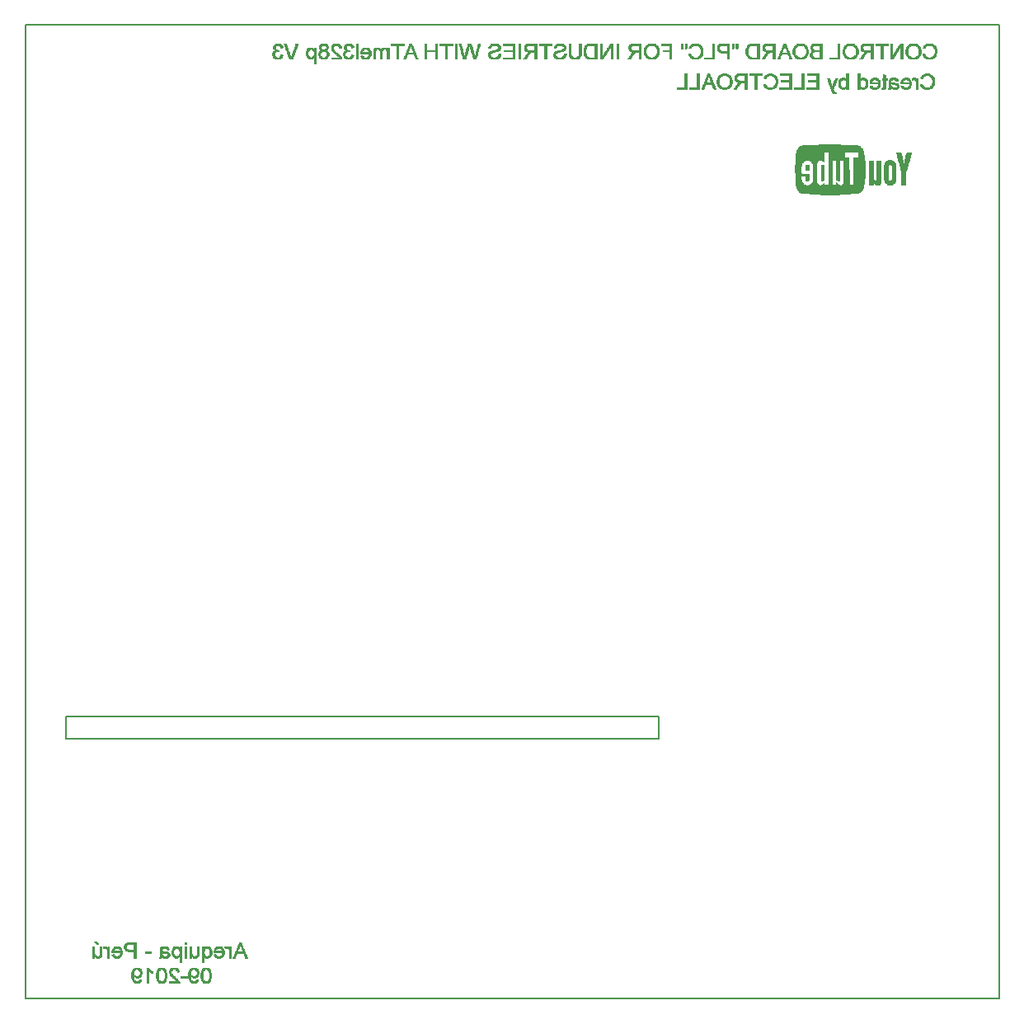
<source format=gbr>
G04 PROTEUS RS274X GERBER FILE*
%FSLAX45Y45*%
%MOMM*%
G01*
%ADD73C,0.203200*%
%ADD32C,0.063500*%
%TD.AperFunction*%
D73*
X-5000000Y-5000000D02*
X+5000000Y-5000000D01*
X+5000000Y+5000000D01*
X-5000000Y+5000000D01*
X-5000000Y-5000000D01*
X-4587400Y-2331860D02*
X+1503520Y-2331860D01*
X+1503520Y-2105800D01*
X-4587400Y-2105800D01*
X-4587400Y-2331860D01*
D32*
X-2037711Y+4604563D02*
X-2017391Y+4604563D01*
X-2037711Y+4609643D02*
X-2017391Y+4609643D01*
X-2037711Y+4614723D02*
X-2017391Y+4614723D01*
X-2037711Y+4619803D02*
X-2017391Y+4619803D01*
X-2037711Y+4624883D02*
X-2017391Y+4624883D01*
X-2037711Y+4629963D02*
X-2017391Y+4629963D01*
X-2037711Y+4635043D02*
X-2017391Y+4635043D01*
X-2037711Y+4640123D02*
X-2017391Y+4640123D01*
X-2037711Y+4645203D02*
X-2017391Y+4645203D01*
X-2428871Y+4650283D02*
X-2393311Y+4650283D01*
X-2291711Y+4650283D02*
X-2256151Y+4650283D01*
X-2083431Y+4650283D02*
X-2058031Y+4650283D01*
X-2037711Y+4650283D02*
X-2017391Y+4650283D01*
X-1956431Y+4650283D02*
X-1920871Y+4650283D01*
X-1859911Y+4650283D02*
X-1753231Y+4650283D01*
X-1702431Y+4650283D02*
X-1666871Y+4650283D01*
X-1605911Y+4650283D02*
X-1585591Y+4650283D01*
X-1529711Y+4650283D02*
X-1489071Y+4650283D01*
X-1428111Y+4650283D02*
X-1407791Y+4650283D01*
X-1356991Y+4650283D02*
X-1336671Y+4650283D01*
X-1285871Y+4650283D02*
X-1265551Y+4650283D01*
X-1189351Y+4650283D02*
X-1169031Y+4650283D01*
X-1118231Y+4650283D02*
X-1097911Y+4650283D01*
X-991231Y+4650283D02*
X-970911Y+4650283D01*
X-899791Y+4650283D02*
X-879471Y+4650283D01*
X-793111Y+4650283D02*
X-772791Y+4650283D01*
X-691511Y+4650283D02*
X-671191Y+4650283D01*
X-589911Y+4650283D02*
X-569591Y+4650283D01*
X-508631Y+4650283D02*
X-483231Y+4650283D01*
X-396871Y+4650283D02*
X-371471Y+4650283D01*
X-208911Y+4650283D02*
X-163191Y+4650283D01*
X-97151Y+4650283D02*
X+24769Y+4650283D01*
X+65409Y+4650283D02*
X+85729Y+4650283D01*
X+111129Y+4650283D02*
X+136529Y+4650283D01*
X+227969Y+4650283D02*
X+248289Y+4650283D01*
X+329569Y+4650283D02*
X+349889Y+4650283D01*
X+461649Y+4650283D02*
X+507369Y+4650283D01*
X+619129Y+4650283D02*
X+664849Y+4650283D01*
X+781689Y+4650283D02*
X+868049Y+4650283D01*
X+903609Y+4650283D02*
X+929009Y+4650283D01*
X+1010289Y+4650283D02*
X+1030609Y+4650283D01*
X+1071249Y+4650283D02*
X+1091569Y+4650283D01*
X+1183009Y+4650283D02*
X+1208409Y+4650283D01*
X+1299849Y+4650283D02*
X+1320169Y+4650283D01*
X+1406529Y+4650283D02*
X+1452249Y+4650283D01*
X+1614809Y+4650283D02*
X+1635129Y+4650283D01*
X+1853569Y+4650283D02*
X+1899289Y+4650283D01*
X+1970409Y+4650283D02*
X+2072009Y+4650283D01*
X+2204089Y+4650283D02*
X+2224409Y+4650283D01*
X+2447929Y+4650283D02*
X+2534289Y+4650283D01*
X+2559689Y+4650283D02*
X+2585089Y+4650283D01*
X+2676529Y+4650283D02*
X+2696849Y+4650283D01*
X+2722249Y+4650283D02*
X+2742569Y+4650283D01*
X+2849249Y+4650283D02*
X+2869569Y+4650283D01*
X+2935609Y+4650283D02*
X+2981329Y+4650283D01*
X+3093089Y+4650283D02*
X+3179449Y+4650283D01*
X+3260729Y+4650283D02*
X+3362329Y+4650283D01*
X+3448689Y+4650283D02*
X+3494409Y+4650283D01*
X+3565529Y+4650283D02*
X+3590929Y+4650283D01*
X+3682369Y+4650283D02*
X+3702689Y+4650283D01*
X+3783969Y+4650283D02*
X+3804289Y+4650283D01*
X+3880489Y+4650283D02*
X+3905889Y+4650283D01*
X+3987169Y+4650283D02*
X+4007489Y+4650283D01*
X+4093849Y+4650283D02*
X+4139569Y+4650283D01*
X+4256409Y+4650283D02*
X+4302129Y+4650283D01*
X-2439031Y+4655363D02*
X-2383151Y+4655363D01*
X-2291711Y+4655363D02*
X-2256151Y+4655363D01*
X-2093591Y+4655363D02*
X-2047871Y+4655363D01*
X-2037711Y+4655363D02*
X-2017391Y+4655363D01*
X-1966591Y+4655363D02*
X-1910711Y+4655363D01*
X-1859911Y+4655363D02*
X-1753231Y+4655363D01*
X-1712591Y+4655363D02*
X-1656711Y+4655363D01*
X-1605911Y+4655363D02*
X-1585591Y+4655363D01*
X-1539871Y+4655363D02*
X-1478911Y+4655363D01*
X-1428111Y+4655363D02*
X-1407791Y+4655363D01*
X-1356991Y+4655363D02*
X-1336671Y+4655363D01*
X-1285871Y+4655363D02*
X-1265551Y+4655363D01*
X-1189351Y+4655363D02*
X-1169031Y+4655363D01*
X-1118231Y+4655363D02*
X-1092831Y+4655363D01*
X-996311Y+4655363D02*
X-970911Y+4655363D01*
X-899791Y+4655363D02*
X-879471Y+4655363D01*
X-793111Y+4655363D02*
X-772791Y+4655363D01*
X-691511Y+4655363D02*
X-671191Y+4655363D01*
X-589911Y+4655363D02*
X-569591Y+4655363D01*
X-508631Y+4655363D02*
X-478151Y+4655363D01*
X-401951Y+4655363D02*
X-371471Y+4655363D01*
X-224151Y+4655363D02*
X-147951Y+4655363D01*
X-97151Y+4655363D02*
X+24769Y+4655363D01*
X+65409Y+4655363D02*
X+85729Y+4655363D01*
X+116209Y+4655363D02*
X+141609Y+4655363D01*
X+227969Y+4655363D02*
X+248289Y+4655363D01*
X+329569Y+4655363D02*
X+349889Y+4655363D01*
X+446409Y+4655363D02*
X+522609Y+4655363D01*
X+603889Y+4655363D02*
X+680089Y+4655363D01*
X+766449Y+4655363D02*
X+868049Y+4655363D01*
X+903609Y+4655363D02*
X+929009Y+4655363D01*
X+1010289Y+4655363D02*
X+1030609Y+4655363D01*
X+1071249Y+4655363D02*
X+1091569Y+4655363D01*
X+1188089Y+4655363D02*
X+1213489Y+4655363D01*
X+1299849Y+4655363D02*
X+1320169Y+4655363D01*
X+1391289Y+4655363D02*
X+1467489Y+4655363D01*
X+1614809Y+4655363D02*
X+1635129Y+4655363D01*
X+1843409Y+4655363D02*
X+1914529Y+4655363D01*
X+1970409Y+4655363D02*
X+2072009Y+4655363D01*
X+2204089Y+4655363D02*
X+2224409Y+4655363D01*
X+2432689Y+4655363D02*
X+2534289Y+4655363D01*
X+2564769Y+4655363D02*
X+2590169Y+4655363D01*
X+2676529Y+4655363D02*
X+2696849Y+4655363D01*
X+2722249Y+4655363D02*
X+2747649Y+4655363D01*
X+2844169Y+4655363D02*
X+2869569Y+4655363D01*
X+2920369Y+4655363D02*
X+2996569Y+4655363D01*
X+3077849Y+4655363D02*
X+3179449Y+4655363D01*
X+3260729Y+4655363D02*
X+3362329Y+4655363D01*
X+3433449Y+4655363D02*
X+3509649Y+4655363D01*
X+3570609Y+4655363D02*
X+3596009Y+4655363D01*
X+3682369Y+4655363D02*
X+3702689Y+4655363D01*
X+3783969Y+4655363D02*
X+3804289Y+4655363D01*
X+3880489Y+4655363D02*
X+3905889Y+4655363D01*
X+3987169Y+4655363D02*
X+4007489Y+4655363D01*
X+4078609Y+4655363D02*
X+4154809Y+4655363D01*
X+4246249Y+4655363D02*
X+4317369Y+4655363D01*
X-2449191Y+4660443D02*
X-2372991Y+4660443D01*
X-2291711Y+4660443D02*
X-2256151Y+4660443D01*
X-2098671Y+4660443D02*
X-2042791Y+4660443D01*
X-2037711Y+4660443D02*
X-2017391Y+4660443D01*
X-1976751Y+4660443D02*
X-1900551Y+4660443D01*
X-1859911Y+4660443D02*
X-1753231Y+4660443D01*
X-1722751Y+4660443D02*
X-1646551Y+4660443D01*
X-1605911Y+4660443D02*
X-1585591Y+4660443D01*
X-1544951Y+4660443D02*
X-1473831Y+4660443D01*
X-1428111Y+4660443D02*
X-1407791Y+4660443D01*
X-1356991Y+4660443D02*
X-1336671Y+4660443D01*
X-1285871Y+4660443D02*
X-1265551Y+4660443D01*
X-1189351Y+4660443D02*
X-1169031Y+4660443D01*
X-1113151Y+4660443D02*
X-1092831Y+4660443D01*
X-996311Y+4660443D02*
X-975991Y+4660443D01*
X-899791Y+4660443D02*
X-879471Y+4660443D01*
X-793111Y+4660443D02*
X-772791Y+4660443D01*
X-691511Y+4660443D02*
X-671191Y+4660443D01*
X-589911Y+4660443D02*
X-569591Y+4660443D01*
X-508631Y+4660443D02*
X-478151Y+4660443D01*
X-401951Y+4660443D02*
X-371471Y+4660443D01*
X-229231Y+4660443D02*
X-142871Y+4660443D01*
X-97151Y+4660443D02*
X+24769Y+4660443D01*
X+65409Y+4660443D02*
X+85729Y+4660443D01*
X+121289Y+4660443D02*
X+141609Y+4660443D01*
X+227969Y+4660443D02*
X+248289Y+4660443D01*
X+329569Y+4660443D02*
X+349889Y+4660443D01*
X+441329Y+4660443D02*
X+527689Y+4660443D01*
X+598809Y+4660443D02*
X+685169Y+4660443D01*
X+761369Y+4660443D02*
X+868049Y+4660443D01*
X+903609Y+4660443D02*
X+934089Y+4660443D01*
X+1010289Y+4660443D02*
X+1030609Y+4660443D01*
X+1071249Y+4660443D02*
X+1091569Y+4660443D01*
X+1193169Y+4660443D02*
X+1213489Y+4660443D01*
X+1299849Y+4660443D02*
X+1320169Y+4660443D01*
X+1386209Y+4660443D02*
X+1472569Y+4660443D01*
X+1614809Y+4660443D02*
X+1635129Y+4660443D01*
X+1833249Y+4660443D02*
X+1924689Y+4660443D01*
X+1970409Y+4660443D02*
X+2072009Y+4660443D01*
X+2204089Y+4660443D02*
X+2224409Y+4660443D01*
X+2427609Y+4660443D02*
X+2534289Y+4660443D01*
X+2569849Y+4660443D02*
X+2590169Y+4660443D01*
X+2676529Y+4660443D02*
X+2696849Y+4660443D01*
X+2727329Y+4660443D02*
X+2747649Y+4660443D01*
X+2844169Y+4660443D02*
X+2864489Y+4660443D01*
X+2915289Y+4660443D02*
X+3001649Y+4660443D01*
X+3072769Y+4660443D02*
X+3179449Y+4660443D01*
X+3260729Y+4660443D02*
X+3362329Y+4660443D01*
X+3428369Y+4660443D02*
X+3514729Y+4660443D01*
X+3575689Y+4660443D02*
X+3596009Y+4660443D01*
X+3682369Y+4660443D02*
X+3702689Y+4660443D01*
X+3783969Y+4660443D02*
X+3804289Y+4660443D01*
X+3880489Y+4660443D02*
X+3910969Y+4660443D01*
X+3987169Y+4660443D02*
X+4007489Y+4660443D01*
X+4073529Y+4660443D02*
X+4159889Y+4660443D01*
X+4236089Y+4660443D02*
X+4327529Y+4660443D01*
X-2454271Y+4665523D02*
X-2367911Y+4665523D01*
X-2296791Y+4665523D02*
X-2251071Y+4665523D01*
X-2103751Y+4665523D02*
X-2017391Y+4665523D01*
X-1981831Y+4665523D02*
X-1895471Y+4665523D01*
X-1859911Y+4665523D02*
X-1758311Y+4665523D01*
X-1727831Y+4665523D02*
X-1641471Y+4665523D01*
X-1605911Y+4665523D02*
X-1585591Y+4665523D01*
X-1550031Y+4665523D02*
X-1468751Y+4665523D01*
X-1428111Y+4665523D02*
X-1407791Y+4665523D01*
X-1356991Y+4665523D02*
X-1336671Y+4665523D01*
X-1285871Y+4665523D02*
X-1265551Y+4665523D01*
X-1189351Y+4665523D02*
X-1169031Y+4665523D01*
X-1113151Y+4665523D02*
X-1092831Y+4665523D01*
X-996311Y+4665523D02*
X-975991Y+4665523D01*
X-899791Y+4665523D02*
X-879471Y+4665523D01*
X-793111Y+4665523D02*
X-772791Y+4665523D01*
X-691511Y+4665523D02*
X-671191Y+4665523D01*
X-589911Y+4665523D02*
X-569591Y+4665523D01*
X-508631Y+4665523D02*
X-478151Y+4665523D01*
X-401951Y+4665523D02*
X-371471Y+4665523D01*
X-239391Y+4665523D02*
X-132711Y+4665523D01*
X-97151Y+4665523D02*
X+24769Y+4665523D01*
X+65409Y+4665523D02*
X+85729Y+4665523D01*
X+121289Y+4665523D02*
X+146689Y+4665523D01*
X+227969Y+4665523D02*
X+248289Y+4665523D01*
X+329569Y+4665523D02*
X+349889Y+4665523D01*
X+431169Y+4665523D02*
X+537849Y+4665523D01*
X+593729Y+4665523D02*
X+690249Y+4665523D01*
X+751209Y+4665523D02*
X+868049Y+4665523D01*
X+903609Y+4665523D02*
X+939169Y+4665523D01*
X+1010289Y+4665523D02*
X+1030609Y+4665523D01*
X+1071249Y+4665523D02*
X+1091569Y+4665523D01*
X+1193169Y+4665523D02*
X+1218569Y+4665523D01*
X+1299849Y+4665523D02*
X+1320169Y+4665523D01*
X+1376049Y+4665523D02*
X+1482729Y+4665523D01*
X+1614809Y+4665523D02*
X+1635129Y+4665523D01*
X+1828169Y+4665523D02*
X+1929769Y+4665523D01*
X+1970409Y+4665523D02*
X+2072009Y+4665523D01*
X+2204089Y+4665523D02*
X+2224409Y+4665523D01*
X+2417449Y+4665523D02*
X+2534289Y+4665523D01*
X+2569849Y+4665523D02*
X+2595249Y+4665523D01*
X+2676529Y+4665523D02*
X+2696849Y+4665523D01*
X+2727329Y+4665523D02*
X+2747649Y+4665523D01*
X+2844169Y+4665523D02*
X+2864489Y+4665523D01*
X+2905129Y+4665523D02*
X+3011809Y+4665523D01*
X+3067689Y+4665523D02*
X+3179449Y+4665523D01*
X+3260729Y+4665523D02*
X+3362329Y+4665523D01*
X+3418209Y+4665523D02*
X+3524889Y+4665523D01*
X+3575689Y+4665523D02*
X+3601089Y+4665523D01*
X+3682369Y+4665523D02*
X+3702689Y+4665523D01*
X+3783969Y+4665523D02*
X+3804289Y+4665523D01*
X+3880489Y+4665523D02*
X+3916049Y+4665523D01*
X+3987169Y+4665523D02*
X+4007489Y+4665523D01*
X+4063369Y+4665523D02*
X+4170049Y+4665523D01*
X+4231009Y+4665523D02*
X+4332609Y+4665523D01*
X-2454271Y+4670603D02*
X-2423791Y+4670603D01*
X-2393311Y+4670603D02*
X-2362831Y+4670603D01*
X-2296791Y+4670603D02*
X-2276471Y+4670603D01*
X-2271391Y+4670603D02*
X-2251071Y+4670603D01*
X-2108831Y+4670603D02*
X-2078351Y+4670603D01*
X-2058031Y+4670603D02*
X-2017391Y+4670603D01*
X-1981831Y+4670603D02*
X-1956431Y+4670603D01*
X-1925951Y+4670603D02*
X-1895471Y+4670603D01*
X-1783711Y+4670603D02*
X-1758311Y+4670603D01*
X-1727831Y+4670603D02*
X-1697351Y+4670603D01*
X-1666871Y+4670603D02*
X-1636391Y+4670603D01*
X-1605911Y+4670603D02*
X-1585591Y+4670603D01*
X-1555111Y+4670603D02*
X-1524631Y+4670603D01*
X-1494151Y+4670603D02*
X-1463671Y+4670603D01*
X-1428111Y+4670603D02*
X-1407791Y+4670603D01*
X-1356991Y+4670603D02*
X-1336671Y+4670603D01*
X-1285871Y+4670603D02*
X-1265551Y+4670603D01*
X-1189351Y+4670603D02*
X-1169031Y+4670603D01*
X-1108071Y+4670603D02*
X-1087751Y+4670603D01*
X-1001391Y+4670603D02*
X-981071Y+4670603D01*
X-899791Y+4670603D02*
X-879471Y+4670603D01*
X-793111Y+4670603D02*
X-772791Y+4670603D01*
X-691511Y+4670603D02*
X-671191Y+4670603D01*
X-589911Y+4670603D02*
X-569591Y+4670603D01*
X-513711Y+4670603D02*
X-498471Y+4670603D01*
X-493391Y+4670603D02*
X-473071Y+4670603D01*
X-407031Y+4670603D02*
X-386711Y+4670603D01*
X-381631Y+4670603D02*
X-366391Y+4670603D01*
X-239391Y+4670603D02*
X-203831Y+4670603D01*
X-168271Y+4670603D02*
X-132711Y+4670603D01*
X+4449Y+4670603D02*
X+24769Y+4670603D01*
X+65409Y+4670603D02*
X+85729Y+4670603D01*
X+126369Y+4670603D02*
X+151769Y+4670603D01*
X+227969Y+4670603D02*
X+248289Y+4670603D01*
X+329569Y+4670603D02*
X+349889Y+4670603D01*
X+431169Y+4670603D02*
X+466729Y+4670603D01*
X+502289Y+4670603D02*
X+537849Y+4670603D01*
X+588649Y+4670603D02*
X+624209Y+4670603D01*
X+659769Y+4670603D02*
X+695329Y+4670603D01*
X+751209Y+4670603D02*
X+786769Y+4670603D01*
X+847729Y+4670603D02*
X+868049Y+4670603D01*
X+903609Y+4670603D02*
X+939169Y+4670603D01*
X+1010289Y+4670603D02*
X+1030609Y+4670603D01*
X+1071249Y+4670603D02*
X+1091569Y+4670603D01*
X+1198249Y+4670603D02*
X+1223649Y+4670603D01*
X+1299849Y+4670603D02*
X+1320169Y+4670603D01*
X+1370969Y+4670603D02*
X+1411609Y+4670603D01*
X+1447169Y+4670603D02*
X+1487809Y+4670603D01*
X+1614809Y+4670603D02*
X+1635129Y+4670603D01*
X+1823089Y+4670603D02*
X+1858649Y+4670603D01*
X+1899289Y+4670603D02*
X+1934849Y+4670603D01*
X+2051689Y+4670603D02*
X+2072009Y+4670603D01*
X+2204089Y+4670603D02*
X+2224409Y+4670603D01*
X+2417449Y+4670603D02*
X+2453009Y+4670603D01*
X+2513969Y+4670603D02*
X+2534289Y+4670603D01*
X+2574929Y+4670603D02*
X+2600329Y+4670603D01*
X+2676529Y+4670603D02*
X+2696849Y+4670603D01*
X+2732409Y+4670603D02*
X+2752729Y+4670603D01*
X+2839089Y+4670603D02*
X+2859409Y+4670603D01*
X+2900049Y+4670603D02*
X+2940689Y+4670603D01*
X+2976249Y+4670603D02*
X+3016889Y+4670603D01*
X+3062609Y+4670603D02*
X+3093089Y+4670603D01*
X+3159129Y+4670603D02*
X+3179449Y+4670603D01*
X+3342009Y+4670603D02*
X+3362329Y+4670603D01*
X+3413129Y+4670603D02*
X+3453769Y+4670603D01*
X+3489329Y+4670603D02*
X+3529969Y+4670603D01*
X+3580769Y+4670603D02*
X+3606169Y+4670603D01*
X+3682369Y+4670603D02*
X+3702689Y+4670603D01*
X+3783969Y+4670603D02*
X+3804289Y+4670603D01*
X+3880489Y+4670603D02*
X+3916049Y+4670603D01*
X+3987169Y+4670603D02*
X+4007489Y+4670603D01*
X+4058289Y+4670603D02*
X+4098929Y+4670603D01*
X+4134489Y+4670603D02*
X+4175129Y+4670603D01*
X+4225929Y+4670603D02*
X+4261489Y+4670603D01*
X+4302129Y+4670603D02*
X+4337689Y+4670603D01*
X-2459351Y+4675683D02*
X-2433951Y+4675683D01*
X-2388231Y+4675683D02*
X-2362831Y+4675683D01*
X-2296791Y+4675683D02*
X-2276471Y+4675683D01*
X-2271391Y+4675683D02*
X-2251071Y+4675683D01*
X-2113911Y+4675683D02*
X-2088511Y+4675683D01*
X-2047871Y+4675683D02*
X-2017391Y+4675683D01*
X-1986911Y+4675683D02*
X-1961511Y+4675683D01*
X-1915791Y+4675683D02*
X-1890391Y+4675683D01*
X-1788791Y+4675683D02*
X-1763391Y+4675683D01*
X-1732911Y+4675683D02*
X-1707511Y+4675683D01*
X-1661791Y+4675683D02*
X-1636391Y+4675683D01*
X-1605911Y+4675683D02*
X-1585591Y+4675683D01*
X-1555111Y+4675683D02*
X-1529711Y+4675683D01*
X-1483991Y+4675683D02*
X-1458591Y+4675683D01*
X-1428111Y+4675683D02*
X-1407791Y+4675683D01*
X-1356991Y+4675683D02*
X-1336671Y+4675683D01*
X-1285871Y+4675683D02*
X-1265551Y+4675683D01*
X-1189351Y+4675683D02*
X-1169031Y+4675683D01*
X-1108071Y+4675683D02*
X-1087751Y+4675683D01*
X-1001391Y+4675683D02*
X-981071Y+4675683D01*
X-899791Y+4675683D02*
X-879471Y+4675683D01*
X-793111Y+4675683D02*
X-772791Y+4675683D01*
X-691511Y+4675683D02*
X-671191Y+4675683D01*
X-589911Y+4675683D02*
X-569591Y+4675683D01*
X-513711Y+4675683D02*
X-498471Y+4675683D01*
X-493391Y+4675683D02*
X-473071Y+4675683D01*
X-407031Y+4675683D02*
X-386711Y+4675683D01*
X-381631Y+4675683D02*
X-366391Y+4675683D01*
X-244471Y+4675683D02*
X-219071Y+4675683D01*
X-158111Y+4675683D02*
X-127631Y+4675683D01*
X+4449Y+4675683D02*
X+24769Y+4675683D01*
X+65409Y+4675683D02*
X+85729Y+4675683D01*
X+131449Y+4675683D02*
X+151769Y+4675683D01*
X+227969Y+4675683D02*
X+248289Y+4675683D01*
X+329569Y+4675683D02*
X+349889Y+4675683D01*
X+426089Y+4675683D02*
X+451489Y+4675683D01*
X+512449Y+4675683D02*
X+542929Y+4675683D01*
X+583569Y+4675683D02*
X+614049Y+4675683D01*
X+669929Y+4675683D02*
X+700409Y+4675683D01*
X+746129Y+4675683D02*
X+771529Y+4675683D01*
X+847729Y+4675683D02*
X+868049Y+4675683D01*
X+903609Y+4675683D02*
X+944249Y+4675683D01*
X+1010289Y+4675683D02*
X+1030609Y+4675683D01*
X+1071249Y+4675683D02*
X+1091569Y+4675683D01*
X+1203329Y+4675683D02*
X+1223649Y+4675683D01*
X+1299849Y+4675683D02*
X+1320169Y+4675683D01*
X+1365889Y+4675683D02*
X+1396369Y+4675683D01*
X+1462409Y+4675683D02*
X+1492889Y+4675683D01*
X+1614809Y+4675683D02*
X+1635129Y+4675683D01*
X+1818009Y+4675683D02*
X+1848489Y+4675683D01*
X+1909449Y+4675683D02*
X+1939929Y+4675683D01*
X+2051689Y+4675683D02*
X+2072009Y+4675683D01*
X+2204089Y+4675683D02*
X+2224409Y+4675683D01*
X+2412369Y+4675683D02*
X+2437769Y+4675683D01*
X+2513969Y+4675683D02*
X+2534289Y+4675683D01*
X+2580009Y+4675683D02*
X+2600329Y+4675683D01*
X+2676529Y+4675683D02*
X+2696849Y+4675683D01*
X+2732409Y+4675683D02*
X+2752729Y+4675683D01*
X+2839089Y+4675683D02*
X+2859409Y+4675683D01*
X+2894969Y+4675683D02*
X+2925449Y+4675683D01*
X+2991489Y+4675683D02*
X+3021969Y+4675683D01*
X+3062609Y+4675683D02*
X+3088009Y+4675683D01*
X+3159129Y+4675683D02*
X+3179449Y+4675683D01*
X+3342009Y+4675683D02*
X+3362329Y+4675683D01*
X+3408049Y+4675683D02*
X+3438529Y+4675683D01*
X+3504569Y+4675683D02*
X+3535049Y+4675683D01*
X+3585849Y+4675683D02*
X+3606169Y+4675683D01*
X+3682369Y+4675683D02*
X+3702689Y+4675683D01*
X+3783969Y+4675683D02*
X+3804289Y+4675683D01*
X+3880489Y+4675683D02*
X+3921129Y+4675683D01*
X+3987169Y+4675683D02*
X+4007489Y+4675683D01*
X+4053209Y+4675683D02*
X+4083689Y+4675683D01*
X+4149729Y+4675683D02*
X+4180209Y+4675683D01*
X+4220849Y+4675683D02*
X+4251329Y+4675683D01*
X+4312289Y+4675683D02*
X+4342769Y+4675683D01*
X-2459351Y+4680763D02*
X-2439031Y+4680763D01*
X-2383151Y+4680763D02*
X-2362831Y+4680763D01*
X-2301871Y+4680763D02*
X-2276471Y+4680763D01*
X-2271391Y+4680763D02*
X-2245991Y+4680763D01*
X-2113911Y+4680763D02*
X-2093591Y+4680763D01*
X-2042791Y+4680763D02*
X-2017391Y+4680763D01*
X-1986911Y+4680763D02*
X-1966591Y+4680763D01*
X-1910711Y+4680763D02*
X-1890391Y+4680763D01*
X-1793871Y+4680763D02*
X-1768471Y+4680763D01*
X-1732911Y+4680763D02*
X-1712591Y+4680763D01*
X-1656711Y+4680763D02*
X-1636391Y+4680763D01*
X-1605911Y+4680763D02*
X-1585591Y+4680763D01*
X-1560191Y+4680763D02*
X-1534791Y+4680763D01*
X-1478911Y+4680763D02*
X-1458591Y+4680763D01*
X-1428111Y+4680763D02*
X-1407791Y+4680763D01*
X-1356991Y+4680763D02*
X-1336671Y+4680763D01*
X-1285871Y+4680763D02*
X-1265551Y+4680763D01*
X-1189351Y+4680763D02*
X-1169031Y+4680763D01*
X-1108071Y+4680763D02*
X-1087751Y+4680763D01*
X-1001391Y+4680763D02*
X-981071Y+4680763D01*
X-899791Y+4680763D02*
X-879471Y+4680763D01*
X-793111Y+4680763D02*
X-772791Y+4680763D01*
X-691511Y+4680763D02*
X-671191Y+4680763D01*
X-589911Y+4680763D02*
X-569591Y+4680763D01*
X-513711Y+4680763D02*
X-498471Y+4680763D01*
X-493391Y+4680763D02*
X-473071Y+4680763D01*
X-407031Y+4680763D02*
X-386711Y+4680763D01*
X-381631Y+4680763D02*
X-366391Y+4680763D01*
X-249551Y+4680763D02*
X-224151Y+4680763D01*
X-147951Y+4680763D02*
X-122551Y+4680763D01*
X+4449Y+4680763D02*
X+24769Y+4680763D01*
X+65409Y+4680763D02*
X+85729Y+4680763D01*
X+131449Y+4680763D02*
X+156849Y+4680763D01*
X+227969Y+4680763D02*
X+248289Y+4680763D01*
X+329569Y+4680763D02*
X+349889Y+4680763D01*
X+421009Y+4680763D02*
X+446409Y+4680763D01*
X+522609Y+4680763D02*
X+548009Y+4680763D01*
X+583569Y+4680763D02*
X+608969Y+4680763D01*
X+675009Y+4680763D02*
X+700409Y+4680763D01*
X+741049Y+4680763D02*
X+766449Y+4680763D01*
X+847729Y+4680763D02*
X+868049Y+4680763D01*
X+903609Y+4680763D02*
X+949329Y+4680763D01*
X+1010289Y+4680763D02*
X+1030609Y+4680763D01*
X+1071249Y+4680763D02*
X+1091569Y+4680763D01*
X+1203329Y+4680763D02*
X+1228729Y+4680763D01*
X+1299849Y+4680763D02*
X+1320169Y+4680763D01*
X+1365889Y+4680763D02*
X+1391289Y+4680763D01*
X+1467489Y+4680763D02*
X+1492889Y+4680763D01*
X+1614809Y+4680763D02*
X+1635129Y+4680763D01*
X+1818009Y+4680763D02*
X+1843409Y+4680763D01*
X+1914529Y+4680763D02*
X+1945009Y+4680763D01*
X+2051689Y+4680763D02*
X+2072009Y+4680763D01*
X+2204089Y+4680763D02*
X+2224409Y+4680763D01*
X+2407289Y+4680763D02*
X+2432689Y+4680763D01*
X+2513969Y+4680763D02*
X+2534289Y+4680763D01*
X+2580009Y+4680763D02*
X+2605409Y+4680763D01*
X+2676529Y+4680763D02*
X+2696849Y+4680763D01*
X+2732409Y+4680763D02*
X+2752729Y+4680763D01*
X+2839089Y+4680763D02*
X+2859409Y+4680763D01*
X+2894969Y+4680763D02*
X+2920369Y+4680763D01*
X+2996569Y+4680763D02*
X+3021969Y+4680763D01*
X+3057529Y+4680763D02*
X+3082929Y+4680763D01*
X+3159129Y+4680763D02*
X+3179449Y+4680763D01*
X+3342009Y+4680763D02*
X+3362329Y+4680763D01*
X+3408049Y+4680763D02*
X+3433449Y+4680763D01*
X+3509649Y+4680763D02*
X+3535049Y+4680763D01*
X+3585849Y+4680763D02*
X+3611249Y+4680763D01*
X+3682369Y+4680763D02*
X+3702689Y+4680763D01*
X+3783969Y+4680763D02*
X+3804289Y+4680763D01*
X+3880489Y+4680763D02*
X+3926209Y+4680763D01*
X+3987169Y+4680763D02*
X+4007489Y+4680763D01*
X+4053209Y+4680763D02*
X+4078609Y+4680763D01*
X+4154809Y+4680763D02*
X+4180209Y+4680763D01*
X+4220849Y+4680763D02*
X+4246249Y+4680763D01*
X+4317369Y+4680763D02*
X+4347849Y+4680763D01*
X-2464431Y+4685843D02*
X-2444111Y+4685843D01*
X-2383151Y+4685843D02*
X-2357751Y+4685843D01*
X-2301871Y+4685843D02*
X-2281551Y+4685843D01*
X-2266311Y+4685843D02*
X-2245991Y+4685843D01*
X-2113911Y+4685843D02*
X-2093591Y+4685843D01*
X-2042791Y+4685843D02*
X-2017391Y+4685843D01*
X-1991991Y+4685843D02*
X-1971671Y+4685843D01*
X-1905631Y+4685843D02*
X-1885311Y+4685843D01*
X-1798951Y+4685843D02*
X-1773551Y+4685843D01*
X-1737991Y+4685843D02*
X-1717671Y+4685843D01*
X-1656711Y+4685843D02*
X-1631311Y+4685843D01*
X-1605911Y+4685843D02*
X-1585591Y+4685843D01*
X-1550031Y+4685843D02*
X-1539871Y+4685843D01*
X-1478911Y+4685843D02*
X-1458591Y+4685843D01*
X-1428111Y+4685843D02*
X-1407791Y+4685843D01*
X-1356991Y+4685843D02*
X-1336671Y+4685843D01*
X-1285871Y+4685843D02*
X-1265551Y+4685843D01*
X-1189351Y+4685843D02*
X-1169031Y+4685843D01*
X-1102991Y+4685843D02*
X-1082671Y+4685843D01*
X-1006471Y+4685843D02*
X-986151Y+4685843D01*
X-899791Y+4685843D02*
X-879471Y+4685843D01*
X-793111Y+4685843D02*
X-772791Y+4685843D01*
X-691511Y+4685843D02*
X-671191Y+4685843D01*
X-589911Y+4685843D02*
X-569591Y+4685843D01*
X-518791Y+4685843D02*
X-498471Y+4685843D01*
X-493391Y+4685843D02*
X-473071Y+4685843D01*
X-407031Y+4685843D02*
X-386711Y+4685843D01*
X-381631Y+4685843D02*
X-361311Y+4685843D01*
X-249551Y+4685843D02*
X-224151Y+4685843D01*
X-147951Y+4685843D02*
X-122551Y+4685843D01*
X+4449Y+4685843D02*
X+24769Y+4685843D01*
X+65409Y+4685843D02*
X+85729Y+4685843D01*
X+136529Y+4685843D02*
X+161929Y+4685843D01*
X+227969Y+4685843D02*
X+248289Y+4685843D01*
X+329569Y+4685843D02*
X+349889Y+4685843D01*
X+421009Y+4685843D02*
X+446409Y+4685843D01*
X+522609Y+4685843D02*
X+548009Y+4685843D01*
X+583569Y+4685843D02*
X+603889Y+4685843D01*
X+680089Y+4685843D02*
X+700409Y+4685843D01*
X+741049Y+4685843D02*
X+761369Y+4685843D01*
X+847729Y+4685843D02*
X+868049Y+4685843D01*
X+903609Y+4685843D02*
X+923929Y+4685843D01*
X+929009Y+4685843D02*
X+949329Y+4685843D01*
X+1010289Y+4685843D02*
X+1030609Y+4685843D01*
X+1071249Y+4685843D02*
X+1091569Y+4685843D01*
X+1208409Y+4685843D02*
X+1233809Y+4685843D01*
X+1299849Y+4685843D02*
X+1320169Y+4685843D01*
X+1360809Y+4685843D02*
X+1386209Y+4685843D01*
X+1472569Y+4685843D02*
X+1497969Y+4685843D01*
X+1614809Y+4685843D02*
X+1635129Y+4685843D01*
X+1812929Y+4685843D02*
X+1838329Y+4685843D01*
X+1919609Y+4685843D02*
X+1945009Y+4685843D01*
X+2051689Y+4685843D02*
X+2072009Y+4685843D01*
X+2204089Y+4685843D02*
X+2224409Y+4685843D01*
X+2407289Y+4685843D02*
X+2427609Y+4685843D01*
X+2513969Y+4685843D02*
X+2534289Y+4685843D01*
X+2585089Y+4685843D02*
X+2610489Y+4685843D01*
X+2676529Y+4685843D02*
X+2696849Y+4685843D01*
X+2737489Y+4685843D02*
X+2757809Y+4685843D01*
X+2834009Y+4685843D02*
X+2854329Y+4685843D01*
X+2889889Y+4685843D02*
X+2915289Y+4685843D01*
X+3001649Y+4685843D02*
X+3027049Y+4685843D01*
X+3057529Y+4685843D02*
X+3077849Y+4685843D01*
X+3159129Y+4685843D02*
X+3179449Y+4685843D01*
X+3342009Y+4685843D02*
X+3362329Y+4685843D01*
X+3402969Y+4685843D02*
X+3428369Y+4685843D01*
X+3514729Y+4685843D02*
X+3540129Y+4685843D01*
X+3590929Y+4685843D02*
X+3616329Y+4685843D01*
X+3682369Y+4685843D02*
X+3702689Y+4685843D01*
X+3783969Y+4685843D02*
X+3804289Y+4685843D01*
X+3880489Y+4685843D02*
X+3900809Y+4685843D01*
X+3905889Y+4685843D02*
X+3926209Y+4685843D01*
X+3987169Y+4685843D02*
X+4007489Y+4685843D01*
X+4048129Y+4685843D02*
X+4073529Y+4685843D01*
X+4159889Y+4685843D02*
X+4185289Y+4685843D01*
X+4215769Y+4685843D02*
X+4241169Y+4685843D01*
X+4322449Y+4685843D02*
X+4347849Y+4685843D01*
X-2464431Y+4690923D02*
X-2444111Y+4690923D01*
X-2378071Y+4690923D02*
X-2357751Y+4690923D01*
X-2306951Y+4690923D02*
X-2281551Y+4690923D01*
X-2266311Y+4690923D02*
X-2245991Y+4690923D01*
X-2118991Y+4690923D02*
X-2098671Y+4690923D01*
X-2037711Y+4690923D02*
X-2017391Y+4690923D01*
X-1991991Y+4690923D02*
X-1971671Y+4690923D01*
X-1905631Y+4690923D02*
X-1885311Y+4690923D01*
X-1804031Y+4690923D02*
X-1778631Y+4690923D01*
X-1737991Y+4690923D02*
X-1717671Y+4690923D01*
X-1651631Y+4690923D02*
X-1631311Y+4690923D01*
X-1605911Y+4690923D02*
X-1585591Y+4690923D01*
X-1473831Y+4690923D02*
X-1453511Y+4690923D01*
X-1428111Y+4690923D02*
X-1407791Y+4690923D01*
X-1356991Y+4690923D02*
X-1336671Y+4690923D01*
X-1285871Y+4690923D02*
X-1265551Y+4690923D01*
X-1189351Y+4690923D02*
X-1169031Y+4690923D01*
X-1102991Y+4690923D02*
X-1082671Y+4690923D01*
X-1006471Y+4690923D02*
X-986151Y+4690923D01*
X-899791Y+4690923D02*
X-879471Y+4690923D01*
X-793111Y+4690923D02*
X-772791Y+4690923D01*
X-691511Y+4690923D02*
X-671191Y+4690923D01*
X-589911Y+4690923D02*
X-569591Y+4690923D01*
X-518791Y+4690923D02*
X-498471Y+4690923D01*
X-488311Y+4690923D02*
X-467991Y+4690923D01*
X-412111Y+4690923D02*
X-391791Y+4690923D01*
X-381631Y+4690923D02*
X-361311Y+4690923D01*
X-249551Y+4690923D02*
X-229231Y+4690923D01*
X-142871Y+4690923D02*
X-122551Y+4690923D01*
X+4449Y+4690923D02*
X+24769Y+4690923D01*
X+65409Y+4690923D02*
X+85729Y+4690923D01*
X+136529Y+4690923D02*
X+161929Y+4690923D01*
X+227969Y+4690923D02*
X+248289Y+4690923D01*
X+329569Y+4690923D02*
X+349889Y+4690923D01*
X+421009Y+4690923D02*
X+441329Y+4690923D01*
X+527689Y+4690923D02*
X+548009Y+4690923D01*
X+578489Y+4690923D02*
X+603889Y+4690923D01*
X+680089Y+4690923D02*
X+705489Y+4690923D01*
X+735969Y+4690923D02*
X+761369Y+4690923D01*
X+847729Y+4690923D02*
X+868049Y+4690923D01*
X+903609Y+4690923D02*
X+923929Y+4690923D01*
X+929009Y+4690923D02*
X+954409Y+4690923D01*
X+1010289Y+4690923D02*
X+1030609Y+4690923D01*
X+1071249Y+4690923D02*
X+1091569Y+4690923D01*
X+1208409Y+4690923D02*
X+1233809Y+4690923D01*
X+1299849Y+4690923D02*
X+1320169Y+4690923D01*
X+1360809Y+4690923D02*
X+1381129Y+4690923D01*
X+1477649Y+4690923D02*
X+1497969Y+4690923D01*
X+1614809Y+4690923D02*
X+1635129Y+4690923D01*
X+1812929Y+4690923D02*
X+1833249Y+4690923D01*
X+1924689Y+4690923D02*
X+1950089Y+4690923D01*
X+2051689Y+4690923D02*
X+2072009Y+4690923D01*
X+2204089Y+4690923D02*
X+2224409Y+4690923D01*
X+2402209Y+4690923D02*
X+2427609Y+4690923D01*
X+2513969Y+4690923D02*
X+2534289Y+4690923D01*
X+2585089Y+4690923D02*
X+2610489Y+4690923D01*
X+2676529Y+4690923D02*
X+2696849Y+4690923D01*
X+2737489Y+4690923D02*
X+2757809Y+4690923D01*
X+2834009Y+4690923D02*
X+2854329Y+4690923D01*
X+2889889Y+4690923D02*
X+2910209Y+4690923D01*
X+3006729Y+4690923D02*
X+3027049Y+4690923D01*
X+3057529Y+4690923D02*
X+3077849Y+4690923D01*
X+3159129Y+4690923D02*
X+3179449Y+4690923D01*
X+3342009Y+4690923D02*
X+3362329Y+4690923D01*
X+3402969Y+4690923D02*
X+3423289Y+4690923D01*
X+3519809Y+4690923D02*
X+3540129Y+4690923D01*
X+3590929Y+4690923D02*
X+3616329Y+4690923D01*
X+3682369Y+4690923D02*
X+3702689Y+4690923D01*
X+3783969Y+4690923D02*
X+3804289Y+4690923D01*
X+3880489Y+4690923D02*
X+3900809Y+4690923D01*
X+3905889Y+4690923D02*
X+3931289Y+4690923D01*
X+3987169Y+4690923D02*
X+4007489Y+4690923D01*
X+4048129Y+4690923D02*
X+4068449Y+4690923D01*
X+4164969Y+4690923D02*
X+4185289Y+4690923D01*
X+4215769Y+4690923D02*
X+4236089Y+4690923D01*
X+4327529Y+4690923D02*
X+4352929Y+4690923D01*
X-2464431Y+4696003D02*
X-2444111Y+4696003D01*
X-2378071Y+4696003D02*
X-2367911Y+4696003D01*
X-2306951Y+4696003D02*
X-2286631Y+4696003D01*
X-2261231Y+4696003D02*
X-2240911Y+4696003D01*
X-2118991Y+4696003D02*
X-2098671Y+4696003D01*
X-2037711Y+4696003D02*
X-2017391Y+4696003D01*
X-1991991Y+4696003D02*
X-1971671Y+4696003D01*
X-1905631Y+4696003D02*
X-1885311Y+4696003D01*
X-1809111Y+4696003D02*
X-1783711Y+4696003D01*
X-1737991Y+4696003D02*
X-1717671Y+4696003D01*
X-1651631Y+4696003D02*
X-1641471Y+4696003D01*
X-1605911Y+4696003D02*
X-1585591Y+4696003D01*
X-1473831Y+4696003D02*
X-1453511Y+4696003D01*
X-1428111Y+4696003D02*
X-1407791Y+4696003D01*
X-1356991Y+4696003D02*
X-1336671Y+4696003D01*
X-1285871Y+4696003D02*
X-1265551Y+4696003D01*
X-1189351Y+4696003D02*
X-1169031Y+4696003D01*
X-1097911Y+4696003D02*
X-1077591Y+4696003D01*
X-1011551Y+4696003D02*
X-991231Y+4696003D01*
X-899791Y+4696003D02*
X-879471Y+4696003D01*
X-793111Y+4696003D02*
X-772791Y+4696003D01*
X-691511Y+4696003D02*
X-671191Y+4696003D01*
X-589911Y+4696003D02*
X-569591Y+4696003D01*
X-518791Y+4696003D02*
X-503551Y+4696003D01*
X-488311Y+4696003D02*
X-467991Y+4696003D01*
X-412111Y+4696003D02*
X-391791Y+4696003D01*
X-376551Y+4696003D02*
X-361311Y+4696003D01*
X-249551Y+4696003D02*
X-229231Y+4696003D01*
X-142871Y+4696003D02*
X-117471Y+4696003D01*
X+4449Y+4696003D02*
X+24769Y+4696003D01*
X+65409Y+4696003D02*
X+85729Y+4696003D01*
X+141609Y+4696003D02*
X+167009Y+4696003D01*
X+227969Y+4696003D02*
X+248289Y+4696003D01*
X+329569Y+4696003D02*
X+349889Y+4696003D01*
X+421009Y+4696003D02*
X+441329Y+4696003D01*
X+527689Y+4696003D02*
X+553089Y+4696003D01*
X+578489Y+4696003D02*
X+598809Y+4696003D01*
X+685169Y+4696003D02*
X+705489Y+4696003D01*
X+735969Y+4696003D02*
X+756289Y+4696003D01*
X+847729Y+4696003D02*
X+868049Y+4696003D01*
X+903609Y+4696003D02*
X+923929Y+4696003D01*
X+934089Y+4696003D02*
X+959489Y+4696003D01*
X+1010289Y+4696003D02*
X+1030609Y+4696003D01*
X+1071249Y+4696003D02*
X+1091569Y+4696003D01*
X+1213489Y+4696003D02*
X+1238889Y+4696003D01*
X+1299849Y+4696003D02*
X+1320169Y+4696003D01*
X+1355729Y+4696003D02*
X+1376049Y+4696003D01*
X+1482729Y+4696003D02*
X+1503049Y+4696003D01*
X+1614809Y+4696003D02*
X+1635129Y+4696003D01*
X+1807849Y+4696003D02*
X+1833249Y+4696003D01*
X+1929769Y+4696003D02*
X+1950089Y+4696003D01*
X+2051689Y+4696003D02*
X+2072009Y+4696003D01*
X+2204089Y+4696003D02*
X+2224409Y+4696003D01*
X+2402209Y+4696003D02*
X+2422529Y+4696003D01*
X+2513969Y+4696003D02*
X+2534289Y+4696003D01*
X+2590169Y+4696003D02*
X+2615569Y+4696003D01*
X+2676529Y+4696003D02*
X+2696849Y+4696003D01*
X+2742569Y+4696003D02*
X+2762889Y+4696003D01*
X+2828929Y+4696003D02*
X+2849249Y+4696003D01*
X+2884809Y+4696003D02*
X+2905129Y+4696003D01*
X+3011809Y+4696003D02*
X+3032129Y+4696003D01*
X+3057529Y+4696003D02*
X+3077849Y+4696003D01*
X+3159129Y+4696003D02*
X+3179449Y+4696003D01*
X+3342009Y+4696003D02*
X+3362329Y+4696003D01*
X+3397889Y+4696003D02*
X+3418209Y+4696003D01*
X+3524889Y+4696003D02*
X+3545209Y+4696003D01*
X+3596009Y+4696003D02*
X+3621409Y+4696003D01*
X+3682369Y+4696003D02*
X+3702689Y+4696003D01*
X+3783969Y+4696003D02*
X+3804289Y+4696003D01*
X+3880489Y+4696003D02*
X+3900809Y+4696003D01*
X+3910969Y+4696003D02*
X+3936369Y+4696003D01*
X+3987169Y+4696003D02*
X+4007489Y+4696003D01*
X+4043049Y+4696003D02*
X+4063369Y+4696003D01*
X+4170049Y+4696003D02*
X+4190369Y+4696003D01*
X+4210689Y+4696003D02*
X+4236089Y+4696003D01*
X+4332609Y+4696003D02*
X+4352929Y+4696003D01*
X-2464431Y+4701083D02*
X-2444111Y+4701083D01*
X-2306951Y+4701083D02*
X-2286631Y+4701083D01*
X-2261231Y+4701083D02*
X-2240911Y+4701083D01*
X-2118991Y+4701083D02*
X-2098671Y+4701083D01*
X-2037711Y+4701083D02*
X-2017391Y+4701083D01*
X-1991991Y+4701083D02*
X-1971671Y+4701083D01*
X-1905631Y+4701083D02*
X-1885311Y+4701083D01*
X-1819271Y+4701083D02*
X-1788791Y+4701083D01*
X-1737991Y+4701083D02*
X-1717671Y+4701083D01*
X-1605911Y+4701083D02*
X-1585591Y+4701083D01*
X-1473831Y+4701083D02*
X-1453511Y+4701083D01*
X-1428111Y+4701083D02*
X-1407791Y+4701083D01*
X-1356991Y+4701083D02*
X-1336671Y+4701083D01*
X-1285871Y+4701083D02*
X-1265551Y+4701083D01*
X-1189351Y+4701083D02*
X-1169031Y+4701083D01*
X-1097911Y+4701083D02*
X-991231Y+4701083D01*
X-899791Y+4701083D02*
X-879471Y+4701083D01*
X-793111Y+4701083D02*
X-772791Y+4701083D01*
X-691511Y+4701083D02*
X-671191Y+4701083D01*
X-589911Y+4701083D02*
X-569591Y+4701083D01*
X-518791Y+4701083D02*
X-503551Y+4701083D01*
X-488311Y+4701083D02*
X-467991Y+4701083D01*
X-412111Y+4701083D02*
X-391791Y+4701083D01*
X-376551Y+4701083D02*
X-361311Y+4701083D01*
X-249551Y+4701083D02*
X-229231Y+4701083D01*
X-137791Y+4701083D02*
X-117471Y+4701083D01*
X+4449Y+4701083D02*
X+24769Y+4701083D01*
X+65409Y+4701083D02*
X+85729Y+4701083D01*
X+146689Y+4701083D02*
X+172089Y+4701083D01*
X+227969Y+4701083D02*
X+248289Y+4701083D01*
X+329569Y+4701083D02*
X+349889Y+4701083D01*
X+421009Y+4701083D02*
X+441329Y+4701083D01*
X+532769Y+4701083D02*
X+553089Y+4701083D01*
X+578489Y+4701083D02*
X+598809Y+4701083D01*
X+685169Y+4701083D02*
X+705489Y+4701083D01*
X+735969Y+4701083D02*
X+756289Y+4701083D01*
X+847729Y+4701083D02*
X+868049Y+4701083D01*
X+903609Y+4701083D02*
X+923929Y+4701083D01*
X+939169Y+4701083D02*
X+959489Y+4701083D01*
X+1010289Y+4701083D02*
X+1030609Y+4701083D01*
X+1071249Y+4701083D02*
X+1091569Y+4701083D01*
X+1218569Y+4701083D02*
X+1243969Y+4701083D01*
X+1299849Y+4701083D02*
X+1320169Y+4701083D01*
X+1355729Y+4701083D02*
X+1376049Y+4701083D01*
X+1482729Y+4701083D02*
X+1503049Y+4701083D01*
X+1614809Y+4701083D02*
X+1635129Y+4701083D01*
X+1807849Y+4701083D02*
X+1828169Y+4701083D01*
X+1929769Y+4701083D02*
X+1950089Y+4701083D01*
X+2051689Y+4701083D02*
X+2072009Y+4701083D01*
X+2204089Y+4701083D02*
X+2224409Y+4701083D01*
X+2402209Y+4701083D02*
X+2422529Y+4701083D01*
X+2513969Y+4701083D02*
X+2534289Y+4701083D01*
X+2595249Y+4701083D02*
X+2620649Y+4701083D01*
X+2676529Y+4701083D02*
X+2696849Y+4701083D01*
X+2742569Y+4701083D02*
X+2849249Y+4701083D01*
X+2884809Y+4701083D02*
X+2905129Y+4701083D01*
X+3011809Y+4701083D02*
X+3032129Y+4701083D01*
X+3057529Y+4701083D02*
X+3077849Y+4701083D01*
X+3159129Y+4701083D02*
X+3179449Y+4701083D01*
X+3342009Y+4701083D02*
X+3362329Y+4701083D01*
X+3397889Y+4701083D02*
X+3418209Y+4701083D01*
X+3524889Y+4701083D02*
X+3545209Y+4701083D01*
X+3601089Y+4701083D02*
X+3626489Y+4701083D01*
X+3682369Y+4701083D02*
X+3702689Y+4701083D01*
X+3783969Y+4701083D02*
X+3804289Y+4701083D01*
X+3880489Y+4701083D02*
X+3900809Y+4701083D01*
X+3916049Y+4701083D02*
X+3936369Y+4701083D01*
X+3987169Y+4701083D02*
X+4007489Y+4701083D01*
X+4043049Y+4701083D02*
X+4063369Y+4701083D01*
X+4170049Y+4701083D02*
X+4190369Y+4701083D01*
X+4210689Y+4701083D02*
X+4231009Y+4701083D01*
X+4332609Y+4701083D02*
X+4352929Y+4701083D01*
X-2464431Y+4706163D02*
X-2444111Y+4706163D01*
X-2312031Y+4706163D02*
X-2286631Y+4706163D01*
X-2261231Y+4706163D02*
X-2235831Y+4706163D01*
X-2118991Y+4706163D02*
X-2098671Y+4706163D01*
X-2037711Y+4706163D02*
X-2017391Y+4706163D01*
X-1991991Y+4706163D02*
X-1971671Y+4706163D01*
X-1905631Y+4706163D02*
X-1885311Y+4706163D01*
X-1824351Y+4706163D02*
X-1793871Y+4706163D01*
X-1737991Y+4706163D02*
X-1717671Y+4706163D01*
X-1605911Y+4706163D02*
X-1585591Y+4706163D01*
X-1560191Y+4706163D02*
X-1453511Y+4706163D01*
X-1428111Y+4706163D02*
X-1407791Y+4706163D01*
X-1356991Y+4706163D02*
X-1336671Y+4706163D01*
X-1285871Y+4706163D02*
X-1265551Y+4706163D01*
X-1189351Y+4706163D02*
X-1169031Y+4706163D01*
X-1092831Y+4706163D02*
X-996311Y+4706163D01*
X-899791Y+4706163D02*
X-879471Y+4706163D01*
X-793111Y+4706163D02*
X-772791Y+4706163D01*
X-691511Y+4706163D02*
X-671191Y+4706163D01*
X-589911Y+4706163D02*
X-569591Y+4706163D01*
X-523871Y+4706163D02*
X-503551Y+4706163D01*
X-483231Y+4706163D02*
X-462911Y+4706163D01*
X-417191Y+4706163D02*
X-396871Y+4706163D01*
X-376551Y+4706163D02*
X-356231Y+4706163D01*
X-249551Y+4706163D02*
X-224151Y+4706163D01*
X-137791Y+4706163D02*
X-117471Y+4706163D01*
X+4449Y+4706163D02*
X+24769Y+4706163D01*
X+65409Y+4706163D02*
X+85729Y+4706163D01*
X+151769Y+4706163D02*
X+177169Y+4706163D01*
X+227969Y+4706163D02*
X+248289Y+4706163D01*
X+329569Y+4706163D02*
X+349889Y+4706163D01*
X+421009Y+4706163D02*
X+446409Y+4706163D01*
X+532769Y+4706163D02*
X+553089Y+4706163D01*
X+578489Y+4706163D02*
X+598809Y+4706163D01*
X+685169Y+4706163D02*
X+705489Y+4706163D01*
X+730889Y+4706163D02*
X+751209Y+4706163D01*
X+847729Y+4706163D02*
X+868049Y+4706163D01*
X+903609Y+4706163D02*
X+923929Y+4706163D01*
X+939169Y+4706163D02*
X+964569Y+4706163D01*
X+1010289Y+4706163D02*
X+1030609Y+4706163D01*
X+1071249Y+4706163D02*
X+1091569Y+4706163D01*
X+1223649Y+4706163D02*
X+1249049Y+4706163D01*
X+1299849Y+4706163D02*
X+1320169Y+4706163D01*
X+1350649Y+4706163D02*
X+1376049Y+4706163D01*
X+1482729Y+4706163D02*
X+1508129Y+4706163D01*
X+1614809Y+4706163D02*
X+1635129Y+4706163D01*
X+1929769Y+4706163D02*
X+1950089Y+4706163D01*
X+2051689Y+4706163D02*
X+2072009Y+4706163D01*
X+2204089Y+4706163D02*
X+2224409Y+4706163D01*
X+2397129Y+4706163D02*
X+2417449Y+4706163D01*
X+2513969Y+4706163D02*
X+2534289Y+4706163D01*
X+2600329Y+4706163D02*
X+2625729Y+4706163D01*
X+2676529Y+4706163D02*
X+2696849Y+4706163D01*
X+2747649Y+4706163D02*
X+2844169Y+4706163D01*
X+2879729Y+4706163D02*
X+2905129Y+4706163D01*
X+3011809Y+4706163D02*
X+3037209Y+4706163D01*
X+3057529Y+4706163D02*
X+3077849Y+4706163D01*
X+3159129Y+4706163D02*
X+3179449Y+4706163D01*
X+3342009Y+4706163D02*
X+3362329Y+4706163D01*
X+3392809Y+4706163D02*
X+3418209Y+4706163D01*
X+3524889Y+4706163D02*
X+3550289Y+4706163D01*
X+3606169Y+4706163D02*
X+3631569Y+4706163D01*
X+3682369Y+4706163D02*
X+3702689Y+4706163D01*
X+3783969Y+4706163D02*
X+3804289Y+4706163D01*
X+3880489Y+4706163D02*
X+3900809Y+4706163D01*
X+3916049Y+4706163D02*
X+3941449Y+4706163D01*
X+3987169Y+4706163D02*
X+4007489Y+4706163D01*
X+4037969Y+4706163D02*
X+4063369Y+4706163D01*
X+4170049Y+4706163D02*
X+4195449Y+4706163D01*
X+4332609Y+4706163D02*
X+4352929Y+4706163D01*
X-2464431Y+4711243D02*
X-2439031Y+4711243D01*
X-2312031Y+4711243D02*
X-2291711Y+4711243D01*
X-2256151Y+4711243D02*
X-2235831Y+4711243D01*
X-2118991Y+4711243D02*
X-2098671Y+4711243D01*
X-2037711Y+4711243D02*
X-2017391Y+4711243D01*
X-1991991Y+4711243D02*
X-1971671Y+4711243D01*
X-1905631Y+4711243D02*
X-1885311Y+4711243D01*
X-1829431Y+4711243D02*
X-1798951Y+4711243D01*
X-1737991Y+4711243D02*
X-1712591Y+4711243D01*
X-1605911Y+4711243D02*
X-1585591Y+4711243D01*
X-1560191Y+4711243D02*
X-1453511Y+4711243D01*
X-1428111Y+4711243D02*
X-1407791Y+4711243D01*
X-1356991Y+4711243D02*
X-1336671Y+4711243D01*
X-1285871Y+4711243D02*
X-1265551Y+4711243D01*
X-1189351Y+4711243D02*
X-1169031Y+4711243D01*
X-1092831Y+4711243D02*
X-996311Y+4711243D01*
X-899791Y+4711243D02*
X-879471Y+4711243D01*
X-793111Y+4711243D02*
X-772791Y+4711243D01*
X-691511Y+4711243D02*
X-671191Y+4711243D01*
X-589911Y+4711243D02*
X-569591Y+4711243D01*
X-523871Y+4711243D02*
X-503551Y+4711243D01*
X-483231Y+4711243D02*
X-462911Y+4711243D01*
X-417191Y+4711243D02*
X-396871Y+4711243D01*
X-376551Y+4711243D02*
X-356231Y+4711243D01*
X-244471Y+4711243D02*
X-219071Y+4711243D01*
X+4449Y+4711243D02*
X+24769Y+4711243D01*
X+65409Y+4711243D02*
X+85729Y+4711243D01*
X+156849Y+4711243D02*
X+182249Y+4711243D01*
X+227969Y+4711243D02*
X+248289Y+4711243D01*
X+329569Y+4711243D02*
X+349889Y+4711243D01*
X+426089Y+4711243D02*
X+451489Y+4711243D01*
X+578489Y+4711243D02*
X+598809Y+4711243D01*
X+685169Y+4711243D02*
X+705489Y+4711243D01*
X+730889Y+4711243D02*
X+751209Y+4711243D01*
X+847729Y+4711243D02*
X+868049Y+4711243D01*
X+903609Y+4711243D02*
X+923929Y+4711243D01*
X+944249Y+4711243D02*
X+964569Y+4711243D01*
X+1010289Y+4711243D02*
X+1030609Y+4711243D01*
X+1071249Y+4711243D02*
X+1091569Y+4711243D01*
X+1228729Y+4711243D02*
X+1254129Y+4711243D01*
X+1299849Y+4711243D02*
X+1320169Y+4711243D01*
X+1350649Y+4711243D02*
X+1370969Y+4711243D01*
X+1487809Y+4711243D02*
X+1508129Y+4711243D01*
X+1614809Y+4711243D02*
X+1635129Y+4711243D01*
X+1934849Y+4711243D02*
X+1955169Y+4711243D01*
X+2051689Y+4711243D02*
X+2072009Y+4711243D01*
X+2204089Y+4711243D02*
X+2224409Y+4711243D01*
X+2397129Y+4711243D02*
X+2417449Y+4711243D01*
X+2513969Y+4711243D02*
X+2534289Y+4711243D01*
X+2605409Y+4711243D02*
X+2630809Y+4711243D01*
X+2676529Y+4711243D02*
X+2696849Y+4711243D01*
X+2747649Y+4711243D02*
X+2844169Y+4711243D01*
X+2879729Y+4711243D02*
X+2900049Y+4711243D01*
X+3016889Y+4711243D02*
X+3037209Y+4711243D01*
X+3062609Y+4711243D02*
X+3082929Y+4711243D01*
X+3159129Y+4711243D02*
X+3179449Y+4711243D01*
X+3342009Y+4711243D02*
X+3362329Y+4711243D01*
X+3392809Y+4711243D02*
X+3413129Y+4711243D01*
X+3529969Y+4711243D02*
X+3550289Y+4711243D01*
X+3611249Y+4711243D02*
X+3636649Y+4711243D01*
X+3682369Y+4711243D02*
X+3702689Y+4711243D01*
X+3783969Y+4711243D02*
X+3804289Y+4711243D01*
X+3880489Y+4711243D02*
X+3900809Y+4711243D01*
X+3921129Y+4711243D02*
X+3941449Y+4711243D01*
X+3987169Y+4711243D02*
X+4007489Y+4711243D01*
X+4037969Y+4711243D02*
X+4058289Y+4711243D01*
X+4175129Y+4711243D02*
X+4195449Y+4711243D01*
X+4337689Y+4711243D02*
X+4358009Y+4711243D01*
X-2459351Y+4716323D02*
X-2439031Y+4716323D01*
X-2312031Y+4716323D02*
X-2291711Y+4716323D01*
X-2256151Y+4716323D02*
X-2235831Y+4716323D01*
X-2118991Y+4716323D02*
X-2098671Y+4716323D01*
X-2037711Y+4716323D02*
X-2017391Y+4716323D01*
X-1986911Y+4716323D02*
X-1966591Y+4716323D01*
X-1910711Y+4716323D02*
X-1890391Y+4716323D01*
X-1834511Y+4716323D02*
X-1804031Y+4716323D01*
X-1732911Y+4716323D02*
X-1712591Y+4716323D01*
X-1605911Y+4716323D02*
X-1585591Y+4716323D01*
X-1560191Y+4716323D02*
X-1453511Y+4716323D01*
X-1428111Y+4716323D02*
X-1407791Y+4716323D01*
X-1356991Y+4716323D02*
X-1336671Y+4716323D01*
X-1285871Y+4716323D02*
X-1265551Y+4716323D01*
X-1189351Y+4716323D02*
X-1169031Y+4716323D01*
X-1092831Y+4716323D02*
X-996311Y+4716323D01*
X-899791Y+4716323D02*
X-879471Y+4716323D01*
X-793111Y+4716323D02*
X-772791Y+4716323D01*
X-691511Y+4716323D02*
X-671191Y+4716323D01*
X-589911Y+4716323D02*
X-569591Y+4716323D01*
X-523871Y+4716323D02*
X-508631Y+4716323D01*
X-483231Y+4716323D02*
X-462911Y+4716323D01*
X-417191Y+4716323D02*
X-396871Y+4716323D01*
X-371471Y+4716323D02*
X-356231Y+4716323D01*
X-244471Y+4716323D02*
X-208911Y+4716323D01*
X+4449Y+4716323D02*
X+24769Y+4716323D01*
X+65409Y+4716323D02*
X+85729Y+4716323D01*
X+161929Y+4716323D02*
X+187329Y+4716323D01*
X+227969Y+4716323D02*
X+248289Y+4716323D01*
X+329569Y+4716323D02*
X+349889Y+4716323D01*
X+426089Y+4716323D02*
X+461649Y+4716323D01*
X+578489Y+4716323D02*
X+598809Y+4716323D01*
X+685169Y+4716323D02*
X+705489Y+4716323D01*
X+730889Y+4716323D02*
X+751209Y+4716323D01*
X+847729Y+4716323D02*
X+868049Y+4716323D01*
X+903609Y+4716323D02*
X+923929Y+4716323D01*
X+949329Y+4716323D02*
X+969649Y+4716323D01*
X+1010289Y+4716323D02*
X+1030609Y+4716323D01*
X+1071249Y+4716323D02*
X+1091569Y+4716323D01*
X+1233809Y+4716323D02*
X+1259209Y+4716323D01*
X+1299849Y+4716323D02*
X+1320169Y+4716323D01*
X+1350649Y+4716323D02*
X+1370969Y+4716323D01*
X+1487809Y+4716323D02*
X+1508129Y+4716323D01*
X+1614809Y+4716323D02*
X+1635129Y+4716323D01*
X+1934849Y+4716323D02*
X+1955169Y+4716323D01*
X+2051689Y+4716323D02*
X+2072009Y+4716323D01*
X+2138049Y+4716323D02*
X+2224409Y+4716323D01*
X+2397129Y+4716323D02*
X+2417449Y+4716323D01*
X+2513969Y+4716323D02*
X+2534289Y+4716323D01*
X+2610489Y+4716323D02*
X+2635889Y+4716323D01*
X+2676529Y+4716323D02*
X+2696849Y+4716323D01*
X+2747649Y+4716323D02*
X+2844169Y+4716323D01*
X+2879729Y+4716323D02*
X+2900049Y+4716323D01*
X+3016889Y+4716323D02*
X+3037209Y+4716323D01*
X+3062609Y+4716323D02*
X+3082929Y+4716323D01*
X+3159129Y+4716323D02*
X+3179449Y+4716323D01*
X+3342009Y+4716323D02*
X+3362329Y+4716323D01*
X+3392809Y+4716323D02*
X+3413129Y+4716323D01*
X+3529969Y+4716323D02*
X+3550289Y+4716323D01*
X+3616329Y+4716323D02*
X+3641729Y+4716323D01*
X+3682369Y+4716323D02*
X+3702689Y+4716323D01*
X+3783969Y+4716323D02*
X+3804289Y+4716323D01*
X+3880489Y+4716323D02*
X+3900809Y+4716323D01*
X+3926209Y+4716323D02*
X+3946529Y+4716323D01*
X+3987169Y+4716323D02*
X+4007489Y+4716323D01*
X+4037969Y+4716323D02*
X+4058289Y+4716323D01*
X+4175129Y+4716323D02*
X+4195449Y+4716323D01*
X+4337689Y+4716323D02*
X+4358009Y+4716323D01*
X-2459351Y+4721403D02*
X-2428871Y+4721403D01*
X-2317111Y+4721403D02*
X-2291711Y+4721403D01*
X-2256151Y+4721403D02*
X-2230751Y+4721403D01*
X-2118991Y+4721403D02*
X-2098671Y+4721403D01*
X-2037711Y+4721403D02*
X-2017391Y+4721403D01*
X-1986911Y+4721403D02*
X-1961511Y+4721403D01*
X-1915791Y+4721403D02*
X-1890391Y+4721403D01*
X-1839591Y+4721403D02*
X-1814191Y+4721403D01*
X-1732911Y+4721403D02*
X-1702431Y+4721403D01*
X-1605911Y+4721403D02*
X-1585591Y+4721403D01*
X-1560191Y+4721403D02*
X-1453511Y+4721403D01*
X-1428111Y+4721403D02*
X-1407791Y+4721403D01*
X-1356991Y+4721403D02*
X-1336671Y+4721403D01*
X-1285871Y+4721403D02*
X-1265551Y+4721403D01*
X-1189351Y+4721403D02*
X-1169031Y+4721403D01*
X-1087751Y+4721403D02*
X-1072511Y+4721403D01*
X-1016631Y+4721403D02*
X-1001391Y+4721403D01*
X-899791Y+4721403D02*
X-879471Y+4721403D01*
X-793111Y+4721403D02*
X-772791Y+4721403D01*
X-691511Y+4721403D02*
X-671191Y+4721403D01*
X-589911Y+4721403D02*
X-569591Y+4721403D01*
X-523871Y+4721403D02*
X-508631Y+4721403D01*
X-483231Y+4721403D02*
X-457831Y+4721403D01*
X-422271Y+4721403D02*
X-396871Y+4721403D01*
X-371471Y+4721403D02*
X-356231Y+4721403D01*
X-239391Y+4721403D02*
X-183511Y+4721403D01*
X+4449Y+4721403D02*
X+24769Y+4721403D01*
X+65409Y+4721403D02*
X+85729Y+4721403D01*
X+156849Y+4721403D02*
X+248289Y+4721403D01*
X+329569Y+4721403D02*
X+349889Y+4721403D01*
X+431169Y+4721403D02*
X+487049Y+4721403D01*
X+578489Y+4721403D02*
X+598809Y+4721403D01*
X+685169Y+4721403D02*
X+705489Y+4721403D01*
X+730889Y+4721403D02*
X+751209Y+4721403D01*
X+847729Y+4721403D02*
X+868049Y+4721403D01*
X+903609Y+4721403D02*
X+923929Y+4721403D01*
X+949329Y+4721403D02*
X+974729Y+4721403D01*
X+1010289Y+4721403D02*
X+1030609Y+4721403D01*
X+1071249Y+4721403D02*
X+1091569Y+4721403D01*
X+1228729Y+4721403D02*
X+1320169Y+4721403D01*
X+1350649Y+4721403D02*
X+1370969Y+4721403D01*
X+1487809Y+4721403D02*
X+1508129Y+4721403D01*
X+1614809Y+4721403D02*
X+1635129Y+4721403D01*
X+1934849Y+4721403D02*
X+1955169Y+4721403D01*
X+2051689Y+4721403D02*
X+2072009Y+4721403D01*
X+2122809Y+4721403D02*
X+2224409Y+4721403D01*
X+2397129Y+4721403D02*
X+2417449Y+4721403D01*
X+2513969Y+4721403D02*
X+2534289Y+4721403D01*
X+2605409Y+4721403D02*
X+2696849Y+4721403D01*
X+2752729Y+4721403D02*
X+2767969Y+4721403D01*
X+2823849Y+4721403D02*
X+2839089Y+4721403D01*
X+2879729Y+4721403D02*
X+2900049Y+4721403D01*
X+3016889Y+4721403D02*
X+3037209Y+4721403D01*
X+3067689Y+4721403D02*
X+3093089Y+4721403D01*
X+3159129Y+4721403D02*
X+3179449Y+4721403D01*
X+3342009Y+4721403D02*
X+3362329Y+4721403D01*
X+3392809Y+4721403D02*
X+3413129Y+4721403D01*
X+3529969Y+4721403D02*
X+3550289Y+4721403D01*
X+3611249Y+4721403D02*
X+3702689Y+4721403D01*
X+3783969Y+4721403D02*
X+3804289Y+4721403D01*
X+3880489Y+4721403D02*
X+3900809Y+4721403D01*
X+3926209Y+4721403D02*
X+3951609Y+4721403D01*
X+3987169Y+4721403D02*
X+4007489Y+4721403D01*
X+4037969Y+4721403D02*
X+4058289Y+4721403D01*
X+4175129Y+4721403D02*
X+4195449Y+4721403D01*
X+4337689Y+4721403D02*
X+4358009Y+4721403D01*
X-2454271Y+4726483D02*
X-2398391Y+4726483D01*
X-2317111Y+4726483D02*
X-2296791Y+4726483D01*
X-2251071Y+4726483D02*
X-2230751Y+4726483D01*
X-2118991Y+4726483D02*
X-2098671Y+4726483D01*
X-2042791Y+4726483D02*
X-2017391Y+4726483D01*
X-1981831Y+4726483D02*
X-1956431Y+4726483D01*
X-1920871Y+4726483D02*
X-1895471Y+4726483D01*
X-1844671Y+4726483D02*
X-1819271Y+4726483D01*
X-1727831Y+4726483D02*
X-1671951Y+4726483D01*
X-1605911Y+4726483D02*
X-1585591Y+4726483D01*
X-1560191Y+4726483D02*
X-1539871Y+4726483D01*
X-1473831Y+4726483D02*
X-1453511Y+4726483D01*
X-1428111Y+4726483D02*
X-1407791Y+4726483D01*
X-1356991Y+4726483D02*
X-1336671Y+4726483D01*
X-1285871Y+4726483D02*
X-1265551Y+4726483D01*
X-1189351Y+4726483D02*
X-1169031Y+4726483D01*
X-1087751Y+4726483D02*
X-1067431Y+4726483D01*
X-1021711Y+4726483D02*
X-1001391Y+4726483D01*
X-899791Y+4726483D02*
X-772791Y+4726483D01*
X-691511Y+4726483D02*
X-671191Y+4726483D01*
X-589911Y+4726483D02*
X-569591Y+4726483D01*
X-528951Y+4726483D02*
X-508631Y+4726483D01*
X-478151Y+4726483D02*
X-457831Y+4726483D01*
X-422271Y+4726483D02*
X-401951Y+4726483D01*
X-371471Y+4726483D02*
X-351151Y+4726483D01*
X-234311Y+4726483D02*
X-163191Y+4726483D01*
X-86991Y+4726483D02*
X+24769Y+4726483D01*
X+65409Y+4726483D02*
X+85729Y+4726483D01*
X+141609Y+4726483D02*
X+248289Y+4726483D01*
X+329569Y+4726483D02*
X+349889Y+4726483D01*
X+436249Y+4726483D02*
X+507369Y+4726483D01*
X+578489Y+4726483D02*
X+598809Y+4726483D01*
X+685169Y+4726483D02*
X+705489Y+4726483D01*
X+730889Y+4726483D02*
X+751209Y+4726483D01*
X+847729Y+4726483D02*
X+868049Y+4726483D01*
X+903609Y+4726483D02*
X+923929Y+4726483D01*
X+954409Y+4726483D02*
X+974729Y+4726483D01*
X+1010289Y+4726483D02*
X+1030609Y+4726483D01*
X+1071249Y+4726483D02*
X+1091569Y+4726483D01*
X+1213489Y+4726483D02*
X+1320169Y+4726483D01*
X+1350649Y+4726483D02*
X+1370969Y+4726483D01*
X+1487809Y+4726483D02*
X+1508129Y+4726483D01*
X+1543689Y+4726483D02*
X+1635129Y+4726483D01*
X+1934849Y+4726483D02*
X+1955169Y+4726483D01*
X+2051689Y+4726483D02*
X+2072009Y+4726483D01*
X+2117729Y+4726483D02*
X+2224409Y+4726483D01*
X+2397129Y+4726483D02*
X+2417449Y+4726483D01*
X+2513969Y+4726483D02*
X+2534289Y+4726483D01*
X+2590169Y+4726483D02*
X+2696849Y+4726483D01*
X+2752729Y+4726483D02*
X+2773049Y+4726483D01*
X+2818769Y+4726483D02*
X+2839089Y+4726483D01*
X+2879729Y+4726483D02*
X+2900049Y+4726483D01*
X+3016889Y+4726483D02*
X+3037209Y+4726483D01*
X+3072769Y+4726483D02*
X+3179449Y+4726483D01*
X+3342009Y+4726483D02*
X+3362329Y+4726483D01*
X+3392809Y+4726483D02*
X+3413129Y+4726483D01*
X+3529969Y+4726483D02*
X+3550289Y+4726483D01*
X+3596009Y+4726483D02*
X+3702689Y+4726483D01*
X+3783969Y+4726483D02*
X+3804289Y+4726483D01*
X+3880489Y+4726483D02*
X+3900809Y+4726483D01*
X+3931289Y+4726483D02*
X+3951609Y+4726483D01*
X+3987169Y+4726483D02*
X+4007489Y+4726483D01*
X+4037969Y+4726483D02*
X+4058289Y+4726483D01*
X+4175129Y+4726483D02*
X+4195449Y+4726483D01*
X+4337689Y+4726483D02*
X+4358009Y+4726483D01*
X-2444111Y+4731563D02*
X-2398391Y+4731563D01*
X-2317111Y+4731563D02*
X-2296791Y+4731563D01*
X-2251071Y+4731563D02*
X-2230751Y+4731563D01*
X-2113911Y+4731563D02*
X-2093591Y+4731563D01*
X-2042791Y+4731563D02*
X-2017391Y+4731563D01*
X-1976751Y+4731563D02*
X-1900551Y+4731563D01*
X-1849751Y+4731563D02*
X-1824351Y+4731563D01*
X-1717671Y+4731563D02*
X-1671951Y+4731563D01*
X-1605911Y+4731563D02*
X-1585591Y+4731563D01*
X-1555111Y+4731563D02*
X-1539871Y+4731563D01*
X-1473831Y+4731563D02*
X-1458591Y+4731563D01*
X-1428111Y+4731563D02*
X-1407791Y+4731563D01*
X-1356991Y+4731563D02*
X-1336671Y+4731563D01*
X-1290951Y+4731563D02*
X-1265551Y+4731563D01*
X-1189351Y+4731563D02*
X-1169031Y+4731563D01*
X-1082671Y+4731563D02*
X-1067431Y+4731563D01*
X-1021711Y+4731563D02*
X-1006471Y+4731563D01*
X-899791Y+4731563D02*
X-772791Y+4731563D01*
X-691511Y+4731563D02*
X-671191Y+4731563D01*
X-589911Y+4731563D02*
X-569591Y+4731563D01*
X-528951Y+4731563D02*
X-508631Y+4731563D01*
X-478151Y+4731563D02*
X-457831Y+4731563D01*
X-422271Y+4731563D02*
X-401951Y+4731563D01*
X-371471Y+4731563D02*
X-351151Y+4731563D01*
X-224151Y+4731563D02*
X-147951Y+4731563D01*
X-86991Y+4731563D02*
X+24769Y+4731563D01*
X+65409Y+4731563D02*
X+85729Y+4731563D01*
X+136529Y+4731563D02*
X+248289Y+4731563D01*
X+329569Y+4731563D02*
X+349889Y+4731563D01*
X+446409Y+4731563D02*
X+522609Y+4731563D01*
X+578489Y+4731563D02*
X+598809Y+4731563D01*
X+685169Y+4731563D02*
X+705489Y+4731563D01*
X+730889Y+4731563D02*
X+751209Y+4731563D01*
X+847729Y+4731563D02*
X+868049Y+4731563D01*
X+903609Y+4731563D02*
X+923929Y+4731563D01*
X+959489Y+4731563D02*
X+979809Y+4731563D01*
X+1010289Y+4731563D02*
X+1030609Y+4731563D01*
X+1071249Y+4731563D02*
X+1091569Y+4731563D01*
X+1208409Y+4731563D02*
X+1320169Y+4731563D01*
X+1350649Y+4731563D02*
X+1370969Y+4731563D01*
X+1487809Y+4731563D02*
X+1508129Y+4731563D01*
X+1543689Y+4731563D02*
X+1635129Y+4731563D01*
X+1934849Y+4731563D02*
X+1955169Y+4731563D01*
X+2051689Y+4731563D02*
X+2072009Y+4731563D01*
X+2112649Y+4731563D02*
X+2224409Y+4731563D01*
X+2397129Y+4731563D02*
X+2417449Y+4731563D01*
X+2513969Y+4731563D02*
X+2534289Y+4731563D01*
X+2585089Y+4731563D02*
X+2696849Y+4731563D01*
X+2757809Y+4731563D02*
X+2773049Y+4731563D01*
X+2818769Y+4731563D02*
X+2834009Y+4731563D01*
X+2879729Y+4731563D02*
X+2900049Y+4731563D01*
X+3016889Y+4731563D02*
X+3037209Y+4731563D01*
X+3077849Y+4731563D02*
X+3179449Y+4731563D01*
X+3342009Y+4731563D02*
X+3362329Y+4731563D01*
X+3392809Y+4731563D02*
X+3413129Y+4731563D01*
X+3529969Y+4731563D02*
X+3550289Y+4731563D01*
X+3590929Y+4731563D02*
X+3702689Y+4731563D01*
X+3783969Y+4731563D02*
X+3804289Y+4731563D01*
X+3880489Y+4731563D02*
X+3900809Y+4731563D01*
X+3936369Y+4731563D02*
X+3956689Y+4731563D01*
X+3987169Y+4731563D02*
X+4007489Y+4731563D01*
X+4037969Y+4731563D02*
X+4058289Y+4731563D01*
X+4175129Y+4731563D02*
X+4195449Y+4731563D01*
X+4337689Y+4731563D02*
X+4358009Y+4731563D01*
X-2433951Y+4736643D02*
X-2398391Y+4736643D01*
X-2322191Y+4736643D02*
X-2301871Y+4736643D01*
X-2245991Y+4736643D02*
X-2225671Y+4736643D01*
X-2113911Y+4736643D02*
X-2093591Y+4736643D01*
X-2047871Y+4736643D02*
X-2017391Y+4736643D01*
X-1971671Y+4736643D02*
X-1905631Y+4736643D01*
X-1849751Y+4736643D02*
X-1829431Y+4736643D01*
X-1707511Y+4736643D02*
X-1671951Y+4736643D01*
X-1605911Y+4736643D02*
X-1585591Y+4736643D01*
X-1555111Y+4736643D02*
X-1534791Y+4736643D01*
X-1478911Y+4736643D02*
X-1458591Y+4736643D01*
X-1428111Y+4736643D02*
X-1407791Y+4736643D01*
X-1362071Y+4736643D02*
X-1336671Y+4736643D01*
X-1290951Y+4736643D02*
X-1265551Y+4736643D01*
X-1189351Y+4736643D02*
X-1169031Y+4736643D01*
X-1082671Y+4736643D02*
X-1062351Y+4736643D01*
X-1026791Y+4736643D02*
X-1006471Y+4736643D01*
X-899791Y+4736643D02*
X-772791Y+4736643D01*
X-691511Y+4736643D02*
X-671191Y+4736643D01*
X-589911Y+4736643D02*
X-569591Y+4736643D01*
X-528951Y+4736643D02*
X-513711Y+4736643D01*
X-478151Y+4736643D02*
X-457831Y+4736643D01*
X-422271Y+4736643D02*
X-401951Y+4736643D01*
X-366391Y+4736643D02*
X-351151Y+4736643D01*
X-208911Y+4736643D02*
X-137791Y+4736643D01*
X-86991Y+4736643D02*
X+24769Y+4736643D01*
X+65409Y+4736643D02*
X+85729Y+4736643D01*
X+131449Y+4736643D02*
X+248289Y+4736643D01*
X+329569Y+4736643D02*
X+349889Y+4736643D01*
X+461649Y+4736643D02*
X+532769Y+4736643D01*
X+578489Y+4736643D02*
X+598809Y+4736643D01*
X+685169Y+4736643D02*
X+705489Y+4736643D01*
X+730889Y+4736643D02*
X+751209Y+4736643D01*
X+847729Y+4736643D02*
X+868049Y+4736643D01*
X+903609Y+4736643D02*
X+923929Y+4736643D01*
X+959489Y+4736643D02*
X+984889Y+4736643D01*
X+1010289Y+4736643D02*
X+1030609Y+4736643D01*
X+1071249Y+4736643D02*
X+1091569Y+4736643D01*
X+1203329Y+4736643D02*
X+1320169Y+4736643D01*
X+1350649Y+4736643D02*
X+1370969Y+4736643D01*
X+1487809Y+4736643D02*
X+1508129Y+4736643D01*
X+1543689Y+4736643D02*
X+1635129Y+4736643D01*
X+1934849Y+4736643D02*
X+1955169Y+4736643D01*
X+2051689Y+4736643D02*
X+2072009Y+4736643D01*
X+2107569Y+4736643D02*
X+2143129Y+4736643D01*
X+2204089Y+4736643D02*
X+2224409Y+4736643D01*
X+2397129Y+4736643D02*
X+2417449Y+4736643D01*
X+2513969Y+4736643D02*
X+2534289Y+4736643D01*
X+2580009Y+4736643D02*
X+2696849Y+4736643D01*
X+2757809Y+4736643D02*
X+2778129Y+4736643D01*
X+2813689Y+4736643D02*
X+2834009Y+4736643D01*
X+2879729Y+4736643D02*
X+2900049Y+4736643D01*
X+3016889Y+4736643D02*
X+3037209Y+4736643D01*
X+3077849Y+4736643D02*
X+3179449Y+4736643D01*
X+3342009Y+4736643D02*
X+3362329Y+4736643D01*
X+3392809Y+4736643D02*
X+3413129Y+4736643D01*
X+3529969Y+4736643D02*
X+3550289Y+4736643D01*
X+3585849Y+4736643D02*
X+3702689Y+4736643D01*
X+3783969Y+4736643D02*
X+3804289Y+4736643D01*
X+3880489Y+4736643D02*
X+3900809Y+4736643D01*
X+3936369Y+4736643D02*
X+3961769Y+4736643D01*
X+3987169Y+4736643D02*
X+4007489Y+4736643D01*
X+4037969Y+4736643D02*
X+4058289Y+4736643D01*
X+4175129Y+4736643D02*
X+4195449Y+4736643D01*
X+4337689Y+4736643D02*
X+4358009Y+4736643D01*
X-2439031Y+4741723D02*
X-2398391Y+4741723D01*
X-2322191Y+4741723D02*
X-2301871Y+4741723D01*
X-2245991Y+4741723D02*
X-2225671Y+4741723D01*
X-2113911Y+4741723D02*
X-2088511Y+4741723D01*
X-2047871Y+4741723D02*
X-2017391Y+4741723D01*
X-1966591Y+4741723D02*
X-1910711Y+4741723D01*
X-1854831Y+4741723D02*
X-1829431Y+4741723D01*
X-1712591Y+4741723D02*
X-1671951Y+4741723D01*
X-1605911Y+4741723D02*
X-1585591Y+4741723D01*
X-1555111Y+4741723D02*
X-1529711Y+4741723D01*
X-1483991Y+4741723D02*
X-1458591Y+4741723D01*
X-1428111Y+4741723D02*
X-1402711Y+4741723D01*
X-1367151Y+4741723D02*
X-1331591Y+4741723D01*
X-1296031Y+4741723D02*
X-1265551Y+4741723D01*
X-1189351Y+4741723D02*
X-1169031Y+4741723D01*
X-1082671Y+4741723D02*
X-1062351Y+4741723D01*
X-1026791Y+4741723D02*
X-1006471Y+4741723D01*
X-899791Y+4741723D02*
X-772791Y+4741723D01*
X-691511Y+4741723D02*
X-671191Y+4741723D01*
X-589911Y+4741723D02*
X-569591Y+4741723D01*
X-528951Y+4741723D02*
X-513711Y+4741723D01*
X-473071Y+4741723D02*
X-452751Y+4741723D01*
X-427351Y+4741723D02*
X-407031Y+4741723D01*
X-366391Y+4741723D02*
X-351151Y+4741723D01*
X-188591Y+4741723D02*
X-132711Y+4741723D01*
X-86991Y+4741723D02*
X+24769Y+4741723D01*
X+65409Y+4741723D02*
X+85729Y+4741723D01*
X+126369Y+4741723D02*
X+161929Y+4741723D01*
X+227969Y+4741723D02*
X+248289Y+4741723D01*
X+329569Y+4741723D02*
X+349889Y+4741723D01*
X+481969Y+4741723D02*
X+537849Y+4741723D01*
X+578489Y+4741723D02*
X+598809Y+4741723D01*
X+685169Y+4741723D02*
X+705489Y+4741723D01*
X+730889Y+4741723D02*
X+751209Y+4741723D01*
X+847729Y+4741723D02*
X+868049Y+4741723D01*
X+903609Y+4741723D02*
X+923929Y+4741723D01*
X+964569Y+4741723D02*
X+984889Y+4741723D01*
X+1010289Y+4741723D02*
X+1030609Y+4741723D01*
X+1071249Y+4741723D02*
X+1091569Y+4741723D01*
X+1198249Y+4741723D02*
X+1233809Y+4741723D01*
X+1299849Y+4741723D02*
X+1320169Y+4741723D01*
X+1350649Y+4741723D02*
X+1370969Y+4741723D01*
X+1487809Y+4741723D02*
X+1508129Y+4741723D01*
X+1543689Y+4741723D02*
X+1635129Y+4741723D01*
X+1934849Y+4741723D02*
X+1955169Y+4741723D01*
X+2051689Y+4741723D02*
X+2072009Y+4741723D01*
X+2107569Y+4741723D02*
X+2132969Y+4741723D01*
X+2204089Y+4741723D02*
X+2224409Y+4741723D01*
X+2397129Y+4741723D02*
X+2417449Y+4741723D01*
X+2513969Y+4741723D02*
X+2534289Y+4741723D01*
X+2574929Y+4741723D02*
X+2610489Y+4741723D01*
X+2676529Y+4741723D02*
X+2696849Y+4741723D01*
X+2757809Y+4741723D02*
X+2778129Y+4741723D01*
X+2813689Y+4741723D02*
X+2834009Y+4741723D01*
X+2879729Y+4741723D02*
X+2900049Y+4741723D01*
X+3016889Y+4741723D02*
X+3037209Y+4741723D01*
X+3072769Y+4741723D02*
X+3179449Y+4741723D01*
X+3342009Y+4741723D02*
X+3362329Y+4741723D01*
X+3392809Y+4741723D02*
X+3413129Y+4741723D01*
X+3529969Y+4741723D02*
X+3550289Y+4741723D01*
X+3580769Y+4741723D02*
X+3616329Y+4741723D01*
X+3682369Y+4741723D02*
X+3702689Y+4741723D01*
X+3783969Y+4741723D02*
X+3804289Y+4741723D01*
X+3880489Y+4741723D02*
X+3900809Y+4741723D01*
X+3941449Y+4741723D02*
X+3961769Y+4741723D01*
X+3987169Y+4741723D02*
X+4007489Y+4741723D01*
X+4037969Y+4741723D02*
X+4058289Y+4741723D01*
X+4175129Y+4741723D02*
X+4195449Y+4741723D01*
X+4337689Y+4741723D02*
X+4358009Y+4741723D01*
X-2444111Y+4746803D02*
X-2418711Y+4746803D01*
X-2327271Y+4746803D02*
X-2301871Y+4746803D01*
X-2245991Y+4746803D02*
X-2220591Y+4746803D01*
X-2108831Y+4746803D02*
X-2078351Y+4746803D01*
X-2058031Y+4746803D02*
X-2017391Y+4746803D01*
X-1976751Y+4746803D02*
X-1900551Y+4746803D01*
X-1854831Y+4746803D02*
X-1834511Y+4746803D01*
X-1717671Y+4746803D02*
X-1692271Y+4746803D01*
X-1605911Y+4746803D02*
X-1585591Y+4746803D01*
X-1550031Y+4746803D02*
X-1524631Y+4746803D01*
X-1494151Y+4746803D02*
X-1463671Y+4746803D01*
X-1428111Y+4746803D02*
X-1397631Y+4746803D01*
X-1372231Y+4746803D02*
X-1326511Y+4746803D01*
X-1301111Y+4746803D02*
X-1265551Y+4746803D01*
X-1189351Y+4746803D02*
X-1169031Y+4746803D01*
X-1077591Y+4746803D02*
X-1062351Y+4746803D01*
X-1026791Y+4746803D02*
X-1011551Y+4746803D01*
X-899791Y+4746803D02*
X-879471Y+4746803D01*
X-793111Y+4746803D02*
X-772791Y+4746803D01*
X-691511Y+4746803D02*
X-671191Y+4746803D01*
X-589911Y+4746803D02*
X-569591Y+4746803D01*
X-534031Y+4746803D02*
X-513711Y+4746803D01*
X-473071Y+4746803D02*
X-452751Y+4746803D01*
X-427351Y+4746803D02*
X-407031Y+4746803D01*
X-366391Y+4746803D02*
X-346071Y+4746803D01*
X-168271Y+4746803D02*
X-127631Y+4746803D01*
X+4449Y+4746803D02*
X+24769Y+4746803D01*
X+65409Y+4746803D02*
X+85729Y+4746803D01*
X+126369Y+4746803D02*
X+151769Y+4746803D01*
X+227969Y+4746803D02*
X+248289Y+4746803D01*
X+329569Y+4746803D02*
X+349889Y+4746803D01*
X+502289Y+4746803D02*
X+542929Y+4746803D01*
X+578489Y+4746803D02*
X+598809Y+4746803D01*
X+685169Y+4746803D02*
X+705489Y+4746803D01*
X+730889Y+4746803D02*
X+751209Y+4746803D01*
X+847729Y+4746803D02*
X+868049Y+4746803D01*
X+903609Y+4746803D02*
X+923929Y+4746803D01*
X+969649Y+4746803D02*
X+989969Y+4746803D01*
X+1010289Y+4746803D02*
X+1030609Y+4746803D01*
X+1071249Y+4746803D02*
X+1091569Y+4746803D01*
X+1198249Y+4746803D02*
X+1223649Y+4746803D01*
X+1299849Y+4746803D02*
X+1320169Y+4746803D01*
X+1350649Y+4746803D02*
X+1370969Y+4746803D01*
X+1487809Y+4746803D02*
X+1508129Y+4746803D01*
X+1614809Y+4746803D02*
X+1635129Y+4746803D01*
X+1934849Y+4746803D02*
X+1955169Y+4746803D01*
X+2051689Y+4746803D02*
X+2072009Y+4746803D01*
X+2102489Y+4746803D02*
X+2127889Y+4746803D01*
X+2204089Y+4746803D02*
X+2224409Y+4746803D01*
X+2397129Y+4746803D02*
X+2417449Y+4746803D01*
X+2513969Y+4746803D02*
X+2534289Y+4746803D01*
X+2574929Y+4746803D02*
X+2600329Y+4746803D01*
X+2676529Y+4746803D02*
X+2696849Y+4746803D01*
X+2762889Y+4746803D02*
X+2778129Y+4746803D01*
X+2813689Y+4746803D02*
X+2828929Y+4746803D01*
X+2879729Y+4746803D02*
X+2900049Y+4746803D01*
X+3016889Y+4746803D02*
X+3037209Y+4746803D01*
X+3067689Y+4746803D02*
X+3098169Y+4746803D01*
X+3159129Y+4746803D02*
X+3179449Y+4746803D01*
X+3342009Y+4746803D02*
X+3362329Y+4746803D01*
X+3392809Y+4746803D02*
X+3413129Y+4746803D01*
X+3529969Y+4746803D02*
X+3550289Y+4746803D01*
X+3580769Y+4746803D02*
X+3606169Y+4746803D01*
X+3682369Y+4746803D02*
X+3702689Y+4746803D01*
X+3783969Y+4746803D02*
X+3804289Y+4746803D01*
X+3880489Y+4746803D02*
X+3900809Y+4746803D01*
X+3946529Y+4746803D02*
X+3966849Y+4746803D01*
X+3987169Y+4746803D02*
X+4007489Y+4746803D01*
X+4037969Y+4746803D02*
X+4058289Y+4746803D01*
X+4175129Y+4746803D02*
X+4195449Y+4746803D01*
X+4337689Y+4746803D02*
X+4358009Y+4746803D01*
X-2449191Y+4751883D02*
X-2428871Y+4751883D01*
X-2327271Y+4751883D02*
X-2306951Y+4751883D01*
X-2240911Y+4751883D02*
X-2220591Y+4751883D01*
X-2108831Y+4751883D02*
X-2042791Y+4751883D01*
X-2037711Y+4751883D02*
X-2017391Y+4751883D01*
X-1981831Y+4751883D02*
X-1956431Y+4751883D01*
X-1920871Y+4751883D02*
X-1895471Y+4751883D01*
X-1859911Y+4751883D02*
X-1839591Y+4751883D01*
X-1722751Y+4751883D02*
X-1702431Y+4751883D01*
X-1605911Y+4751883D02*
X-1585591Y+4751883D01*
X-1544951Y+4751883D02*
X-1468751Y+4751883D01*
X-1423031Y+4751883D02*
X-1356991Y+4751883D01*
X-1351911Y+4751883D02*
X-1290951Y+4751883D01*
X-1285871Y+4751883D02*
X-1265551Y+4751883D01*
X-1189351Y+4751883D02*
X-1169031Y+4751883D01*
X-1077591Y+4751883D02*
X-1057271Y+4751883D01*
X-1031871Y+4751883D02*
X-1011551Y+4751883D01*
X-899791Y+4751883D02*
X-879471Y+4751883D01*
X-793111Y+4751883D02*
X-772791Y+4751883D01*
X-691511Y+4751883D02*
X-671191Y+4751883D01*
X-589911Y+4751883D02*
X-569591Y+4751883D01*
X-534031Y+4751883D02*
X-513711Y+4751883D01*
X-473071Y+4751883D02*
X-452751Y+4751883D01*
X-427351Y+4751883D02*
X-407031Y+4751883D01*
X-366391Y+4751883D02*
X-346071Y+4751883D01*
X-153031Y+4751883D02*
X-127631Y+4751883D01*
X+4449Y+4751883D02*
X+24769Y+4751883D01*
X+65409Y+4751883D02*
X+85729Y+4751883D01*
X+121289Y+4751883D02*
X+146689Y+4751883D01*
X+227969Y+4751883D02*
X+248289Y+4751883D01*
X+329569Y+4751883D02*
X+349889Y+4751883D01*
X+517529Y+4751883D02*
X+542929Y+4751883D01*
X+578489Y+4751883D02*
X+598809Y+4751883D01*
X+685169Y+4751883D02*
X+705489Y+4751883D01*
X+730889Y+4751883D02*
X+751209Y+4751883D01*
X+847729Y+4751883D02*
X+868049Y+4751883D01*
X+903609Y+4751883D02*
X+923929Y+4751883D01*
X+969649Y+4751883D02*
X+995049Y+4751883D01*
X+1010289Y+4751883D02*
X+1030609Y+4751883D01*
X+1071249Y+4751883D02*
X+1091569Y+4751883D01*
X+1193169Y+4751883D02*
X+1218569Y+4751883D01*
X+1299849Y+4751883D02*
X+1320169Y+4751883D01*
X+1355729Y+4751883D02*
X+1376049Y+4751883D01*
X+1482729Y+4751883D02*
X+1503049Y+4751883D01*
X+1614809Y+4751883D02*
X+1635129Y+4751883D01*
X+1736729Y+4751883D02*
X+1746889Y+4751883D01*
X+1777369Y+4751883D02*
X+1787529Y+4751883D01*
X+1929769Y+4751883D02*
X+1955169Y+4751883D01*
X+2051689Y+4751883D02*
X+2072009Y+4751883D01*
X+2102489Y+4751883D02*
X+2122809Y+4751883D01*
X+2204089Y+4751883D02*
X+2224409Y+4751883D01*
X+2259969Y+4751883D02*
X+2270129Y+4751883D01*
X+2300609Y+4751883D02*
X+2310769Y+4751883D01*
X+2397129Y+4751883D02*
X+2417449Y+4751883D01*
X+2513969Y+4751883D02*
X+2534289Y+4751883D01*
X+2569849Y+4751883D02*
X+2595249Y+4751883D01*
X+2676529Y+4751883D02*
X+2696849Y+4751883D01*
X+2762889Y+4751883D02*
X+2783209Y+4751883D01*
X+2808609Y+4751883D02*
X+2828929Y+4751883D01*
X+2884809Y+4751883D02*
X+2905129Y+4751883D01*
X+3011809Y+4751883D02*
X+3032129Y+4751883D01*
X+3067689Y+4751883D02*
X+3088009Y+4751883D01*
X+3159129Y+4751883D02*
X+3179449Y+4751883D01*
X+3342009Y+4751883D02*
X+3362329Y+4751883D01*
X+3397889Y+4751883D02*
X+3418209Y+4751883D01*
X+3524889Y+4751883D02*
X+3545209Y+4751883D01*
X+3575689Y+4751883D02*
X+3601089Y+4751883D01*
X+3682369Y+4751883D02*
X+3702689Y+4751883D01*
X+3783969Y+4751883D02*
X+3804289Y+4751883D01*
X+3880489Y+4751883D02*
X+3900809Y+4751883D01*
X+3946529Y+4751883D02*
X+3971929Y+4751883D01*
X+3987169Y+4751883D02*
X+4007489Y+4751883D01*
X+4043049Y+4751883D02*
X+4063369Y+4751883D01*
X+4170049Y+4751883D02*
X+4190369Y+4751883D01*
X+4332609Y+4751883D02*
X+4358009Y+4751883D01*
X-2454271Y+4756963D02*
X-2428871Y+4756963D01*
X-2327271Y+4756963D02*
X-2306951Y+4756963D01*
X-2240911Y+4756963D02*
X-2220591Y+4756963D01*
X-2103751Y+4756963D02*
X-2042791Y+4756963D01*
X-2037711Y+4756963D02*
X-2017391Y+4756963D01*
X-1981831Y+4756963D02*
X-1961511Y+4756963D01*
X-1915791Y+4756963D02*
X-1895471Y+4756963D01*
X-1859911Y+4756963D02*
X-1839591Y+4756963D01*
X-1727831Y+4756963D02*
X-1702431Y+4756963D01*
X-1605911Y+4756963D02*
X-1585591Y+4756963D01*
X-1539871Y+4756963D02*
X-1473831Y+4756963D01*
X-1423031Y+4756963D02*
X-1362071Y+4756963D01*
X-1346831Y+4756963D02*
X-1290951Y+4756963D01*
X-1285871Y+4756963D02*
X-1265551Y+4756963D01*
X-1189351Y+4756963D02*
X-1169031Y+4756963D01*
X-1072511Y+4756963D02*
X-1057271Y+4756963D01*
X-1031871Y+4756963D02*
X-1016631Y+4756963D01*
X-899791Y+4756963D02*
X-879471Y+4756963D01*
X-793111Y+4756963D02*
X-772791Y+4756963D01*
X-691511Y+4756963D02*
X-671191Y+4756963D01*
X-589911Y+4756963D02*
X-569591Y+4756963D01*
X-534031Y+4756963D02*
X-513711Y+4756963D01*
X-473071Y+4756963D02*
X-447671Y+4756963D01*
X-432431Y+4756963D02*
X-407031Y+4756963D01*
X-366391Y+4756963D02*
X-346071Y+4756963D01*
X-147951Y+4756963D02*
X-122551Y+4756963D01*
X+4449Y+4756963D02*
X+24769Y+4756963D01*
X+65409Y+4756963D02*
X+85729Y+4756963D01*
X+121289Y+4756963D02*
X+141609Y+4756963D01*
X+227969Y+4756963D02*
X+248289Y+4756963D01*
X+329569Y+4756963D02*
X+349889Y+4756963D01*
X+522609Y+4756963D02*
X+548009Y+4756963D01*
X+578489Y+4756963D02*
X+598809Y+4756963D01*
X+685169Y+4756963D02*
X+705489Y+4756963D01*
X+735969Y+4756963D02*
X+756289Y+4756963D01*
X+847729Y+4756963D02*
X+868049Y+4756963D01*
X+903609Y+4756963D02*
X+923929Y+4756963D01*
X+974729Y+4756963D02*
X+995049Y+4756963D01*
X+1010289Y+4756963D02*
X+1030609Y+4756963D01*
X+1071249Y+4756963D02*
X+1091569Y+4756963D01*
X+1193169Y+4756963D02*
X+1213489Y+4756963D01*
X+1299849Y+4756963D02*
X+1320169Y+4756963D01*
X+1355729Y+4756963D02*
X+1376049Y+4756963D01*
X+1482729Y+4756963D02*
X+1503049Y+4756963D01*
X+1614809Y+4756963D02*
X+1635129Y+4756963D01*
X+1736729Y+4756963D02*
X+1746889Y+4756963D01*
X+1777369Y+4756963D02*
X+1787529Y+4756963D01*
X+1929769Y+4756963D02*
X+1950089Y+4756963D01*
X+2051689Y+4756963D02*
X+2072009Y+4756963D01*
X+2102489Y+4756963D02*
X+2122809Y+4756963D01*
X+2204089Y+4756963D02*
X+2224409Y+4756963D01*
X+2259969Y+4756963D02*
X+2270129Y+4756963D01*
X+2300609Y+4756963D02*
X+2310769Y+4756963D01*
X+2402209Y+4756963D02*
X+2422529Y+4756963D01*
X+2513969Y+4756963D02*
X+2534289Y+4756963D01*
X+2569849Y+4756963D02*
X+2590169Y+4756963D01*
X+2676529Y+4756963D02*
X+2696849Y+4756963D01*
X+2767969Y+4756963D02*
X+2783209Y+4756963D01*
X+2808609Y+4756963D02*
X+2823849Y+4756963D01*
X+2884809Y+4756963D02*
X+2905129Y+4756963D01*
X+3011809Y+4756963D02*
X+3032129Y+4756963D01*
X+3062609Y+4756963D02*
X+3082929Y+4756963D01*
X+3159129Y+4756963D02*
X+3179449Y+4756963D01*
X+3342009Y+4756963D02*
X+3362329Y+4756963D01*
X+3397889Y+4756963D02*
X+3418209Y+4756963D01*
X+3524889Y+4756963D02*
X+3545209Y+4756963D01*
X+3575689Y+4756963D02*
X+3596009Y+4756963D01*
X+3682369Y+4756963D02*
X+3702689Y+4756963D01*
X+3783969Y+4756963D02*
X+3804289Y+4756963D01*
X+3880489Y+4756963D02*
X+3900809Y+4756963D01*
X+3951609Y+4756963D02*
X+3971929Y+4756963D01*
X+3987169Y+4756963D02*
X+4007489Y+4756963D01*
X+4043049Y+4756963D02*
X+4063369Y+4756963D01*
X+4170049Y+4756963D02*
X+4190369Y+4756963D01*
X+4332609Y+4756963D02*
X+4352929Y+4756963D01*
X-2454271Y+4762043D02*
X-2433951Y+4762043D01*
X-2332351Y+4762043D02*
X-2306951Y+4762043D01*
X-2240911Y+4762043D02*
X-2215511Y+4762043D01*
X-2098671Y+4762043D02*
X-2047871Y+4762043D01*
X-2037711Y+4762043D02*
X-2017391Y+4762043D01*
X-1986911Y+4762043D02*
X-1966591Y+4762043D01*
X-1910711Y+4762043D02*
X-1890391Y+4762043D01*
X-1859911Y+4762043D02*
X-1839591Y+4762043D01*
X-1778631Y+4762043D02*
X-1768471Y+4762043D01*
X-1727831Y+4762043D02*
X-1707511Y+4762043D01*
X-1605911Y+4762043D02*
X-1585591Y+4762043D01*
X-1534791Y+4762043D02*
X-1478911Y+4762043D01*
X-1417951Y+4762043D02*
X-1367151Y+4762043D01*
X-1341751Y+4762043D02*
X-1296031Y+4762043D01*
X-1285871Y+4762043D02*
X-1265551Y+4762043D01*
X-1189351Y+4762043D02*
X-1169031Y+4762043D01*
X-1072511Y+4762043D02*
X-1057271Y+4762043D01*
X-1031871Y+4762043D02*
X-1016631Y+4762043D01*
X-899791Y+4762043D02*
X-879471Y+4762043D01*
X-793111Y+4762043D02*
X-772791Y+4762043D01*
X-691511Y+4762043D02*
X-671191Y+4762043D01*
X-589911Y+4762043D02*
X-569591Y+4762043D01*
X-534031Y+4762043D02*
X-518791Y+4762043D01*
X-467991Y+4762043D02*
X-447671Y+4762043D01*
X-432431Y+4762043D02*
X-412111Y+4762043D01*
X-361311Y+4762043D02*
X-346071Y+4762043D01*
X-244471Y+4762043D02*
X-224151Y+4762043D01*
X-142871Y+4762043D02*
X-122551Y+4762043D01*
X+4449Y+4762043D02*
X+24769Y+4762043D01*
X+65409Y+4762043D02*
X+85729Y+4762043D01*
X+121289Y+4762043D02*
X+141609Y+4762043D01*
X+227969Y+4762043D02*
X+248289Y+4762043D01*
X+329569Y+4762043D02*
X+349889Y+4762043D01*
X+426089Y+4762043D02*
X+446409Y+4762043D01*
X+527689Y+4762043D02*
X+548009Y+4762043D01*
X+578489Y+4762043D02*
X+598809Y+4762043D01*
X+685169Y+4762043D02*
X+705489Y+4762043D01*
X+735969Y+4762043D02*
X+756289Y+4762043D01*
X+847729Y+4762043D02*
X+868049Y+4762043D01*
X+903609Y+4762043D02*
X+923929Y+4762043D01*
X+974729Y+4762043D02*
X+1000129Y+4762043D01*
X+1010289Y+4762043D02*
X+1030609Y+4762043D01*
X+1071249Y+4762043D02*
X+1091569Y+4762043D01*
X+1193169Y+4762043D02*
X+1213489Y+4762043D01*
X+1299849Y+4762043D02*
X+1320169Y+4762043D01*
X+1355729Y+4762043D02*
X+1376049Y+4762043D01*
X+1482729Y+4762043D02*
X+1503049Y+4762043D01*
X+1614809Y+4762043D02*
X+1635129Y+4762043D01*
X+1736729Y+4762043D02*
X+1746889Y+4762043D01*
X+1777369Y+4762043D02*
X+1787529Y+4762043D01*
X+1818009Y+4762043D02*
X+1833249Y+4762043D01*
X+1929769Y+4762043D02*
X+1950089Y+4762043D01*
X+2051689Y+4762043D02*
X+2072009Y+4762043D01*
X+2102489Y+4762043D02*
X+2122809Y+4762043D01*
X+2204089Y+4762043D02*
X+2224409Y+4762043D01*
X+2259969Y+4762043D02*
X+2270129Y+4762043D01*
X+2300609Y+4762043D02*
X+2310769Y+4762043D01*
X+2402209Y+4762043D02*
X+2422529Y+4762043D01*
X+2513969Y+4762043D02*
X+2534289Y+4762043D01*
X+2569849Y+4762043D02*
X+2590169Y+4762043D01*
X+2676529Y+4762043D02*
X+2696849Y+4762043D01*
X+2767969Y+4762043D02*
X+2783209Y+4762043D01*
X+2808609Y+4762043D02*
X+2823849Y+4762043D01*
X+2884809Y+4762043D02*
X+2905129Y+4762043D01*
X+3011809Y+4762043D02*
X+3032129Y+4762043D01*
X+3062609Y+4762043D02*
X+3082929Y+4762043D01*
X+3159129Y+4762043D02*
X+3179449Y+4762043D01*
X+3342009Y+4762043D02*
X+3362329Y+4762043D01*
X+3397889Y+4762043D02*
X+3418209Y+4762043D01*
X+3524889Y+4762043D02*
X+3545209Y+4762043D01*
X+3575689Y+4762043D02*
X+3596009Y+4762043D01*
X+3682369Y+4762043D02*
X+3702689Y+4762043D01*
X+3783969Y+4762043D02*
X+3804289Y+4762043D01*
X+3880489Y+4762043D02*
X+3900809Y+4762043D01*
X+3951609Y+4762043D02*
X+3977009Y+4762043D01*
X+3987169Y+4762043D02*
X+4007489Y+4762043D01*
X+4043049Y+4762043D02*
X+4063369Y+4762043D01*
X+4170049Y+4762043D02*
X+4190369Y+4762043D01*
X+4220849Y+4762043D02*
X+4236089Y+4762043D01*
X+4332609Y+4762043D02*
X+4352929Y+4762043D01*
X-2454271Y+4767123D02*
X-2433951Y+4767123D01*
X-2378071Y+4767123D02*
X-2367911Y+4767123D01*
X-2332351Y+4767123D02*
X-2312031Y+4767123D01*
X-2235831Y+4767123D02*
X-2215511Y+4767123D01*
X-2088511Y+4767123D02*
X-2058031Y+4767123D01*
X-1986911Y+4767123D02*
X-1966591Y+4767123D01*
X-1910711Y+4767123D02*
X-1890391Y+4767123D01*
X-1859911Y+4767123D02*
X-1839591Y+4767123D01*
X-1778631Y+4767123D02*
X-1758311Y+4767123D01*
X-1727831Y+4767123D02*
X-1707511Y+4767123D01*
X-1651631Y+4767123D02*
X-1641471Y+4767123D01*
X-1605911Y+4767123D02*
X-1585591Y+4767123D01*
X-1524631Y+4767123D02*
X-1489071Y+4767123D01*
X-1407791Y+4767123D02*
X-1377311Y+4767123D01*
X-1336671Y+4767123D02*
X-1306191Y+4767123D01*
X-1189351Y+4767123D02*
X-1169031Y+4767123D01*
X-1072511Y+4767123D02*
X-1052191Y+4767123D01*
X-1036951Y+4767123D02*
X-1016631Y+4767123D01*
X-899791Y+4767123D02*
X-879471Y+4767123D01*
X-793111Y+4767123D02*
X-772791Y+4767123D01*
X-691511Y+4767123D02*
X-671191Y+4767123D01*
X-589911Y+4767123D02*
X-569591Y+4767123D01*
X-539111Y+4767123D02*
X-518791Y+4767123D01*
X-467991Y+4767123D02*
X-447671Y+4767123D01*
X-432431Y+4767123D02*
X-412111Y+4767123D01*
X-361311Y+4767123D02*
X-340991Y+4767123D01*
X-244471Y+4767123D02*
X-224151Y+4767123D01*
X-142871Y+4767123D02*
X-122551Y+4767123D01*
X+4449Y+4767123D02*
X+24769Y+4767123D01*
X+65409Y+4767123D02*
X+85729Y+4767123D01*
X+121289Y+4767123D02*
X+141609Y+4767123D01*
X+227969Y+4767123D02*
X+248289Y+4767123D01*
X+329569Y+4767123D02*
X+349889Y+4767123D01*
X+426089Y+4767123D02*
X+446409Y+4767123D01*
X+527689Y+4767123D02*
X+548009Y+4767123D01*
X+578489Y+4767123D02*
X+598809Y+4767123D01*
X+685169Y+4767123D02*
X+705489Y+4767123D01*
X+735969Y+4767123D02*
X+761369Y+4767123D01*
X+847729Y+4767123D02*
X+868049Y+4767123D01*
X+903609Y+4767123D02*
X+923929Y+4767123D01*
X+979809Y+4767123D02*
X+1005209Y+4767123D01*
X+1010289Y+4767123D02*
X+1030609Y+4767123D01*
X+1071249Y+4767123D02*
X+1091569Y+4767123D01*
X+1193169Y+4767123D02*
X+1213489Y+4767123D01*
X+1299849Y+4767123D02*
X+1320169Y+4767123D01*
X+1360809Y+4767123D02*
X+1381129Y+4767123D01*
X+1477649Y+4767123D02*
X+1497969Y+4767123D01*
X+1614809Y+4767123D02*
X+1635129Y+4767123D01*
X+1731649Y+4767123D02*
X+1751969Y+4767123D01*
X+1772289Y+4767123D02*
X+1792609Y+4767123D01*
X+1812929Y+4767123D02*
X+1838329Y+4767123D01*
X+1924689Y+4767123D02*
X+1950089Y+4767123D01*
X+2051689Y+4767123D02*
X+2072009Y+4767123D01*
X+2102489Y+4767123D02*
X+2122809Y+4767123D01*
X+2204089Y+4767123D02*
X+2224409Y+4767123D01*
X+2254889Y+4767123D02*
X+2275209Y+4767123D01*
X+2295529Y+4767123D02*
X+2315849Y+4767123D01*
X+2402209Y+4767123D02*
X+2427609Y+4767123D01*
X+2513969Y+4767123D02*
X+2534289Y+4767123D01*
X+2569849Y+4767123D02*
X+2590169Y+4767123D01*
X+2676529Y+4767123D02*
X+2696849Y+4767123D01*
X+2767969Y+4767123D02*
X+2788289Y+4767123D01*
X+2803529Y+4767123D02*
X+2823849Y+4767123D01*
X+2889889Y+4767123D02*
X+2910209Y+4767123D01*
X+3006729Y+4767123D02*
X+3027049Y+4767123D01*
X+3062609Y+4767123D02*
X+3082929Y+4767123D01*
X+3159129Y+4767123D02*
X+3179449Y+4767123D01*
X+3342009Y+4767123D02*
X+3362329Y+4767123D01*
X+3402969Y+4767123D02*
X+3423289Y+4767123D01*
X+3519809Y+4767123D02*
X+3540129Y+4767123D01*
X+3575689Y+4767123D02*
X+3596009Y+4767123D01*
X+3682369Y+4767123D02*
X+3702689Y+4767123D01*
X+3783969Y+4767123D02*
X+3804289Y+4767123D01*
X+3880489Y+4767123D02*
X+3900809Y+4767123D01*
X+3956689Y+4767123D02*
X+3982089Y+4767123D01*
X+3987169Y+4767123D02*
X+4007489Y+4767123D01*
X+4048129Y+4767123D02*
X+4068449Y+4767123D01*
X+4164969Y+4767123D02*
X+4185289Y+4767123D01*
X+4215769Y+4767123D02*
X+4241169Y+4767123D01*
X+4327529Y+4767123D02*
X+4352929Y+4767123D01*
X-2454271Y+4772203D02*
X-2433951Y+4772203D01*
X-2378071Y+4772203D02*
X-2357751Y+4772203D01*
X-2332351Y+4772203D02*
X-2312031Y+4772203D01*
X-2235831Y+4772203D02*
X-2215511Y+4772203D01*
X-1986911Y+4772203D02*
X-1966591Y+4772203D01*
X-1910711Y+4772203D02*
X-1890391Y+4772203D01*
X-1859911Y+4772203D02*
X-1839591Y+4772203D01*
X-1778631Y+4772203D02*
X-1758311Y+4772203D01*
X-1727831Y+4772203D02*
X-1707511Y+4772203D01*
X-1651631Y+4772203D02*
X-1631311Y+4772203D01*
X-1605911Y+4772203D02*
X-1585591Y+4772203D01*
X-1189351Y+4772203D02*
X-1169031Y+4772203D01*
X-1067431Y+4772203D02*
X-1052191Y+4772203D01*
X-1036951Y+4772203D02*
X-1021711Y+4772203D01*
X-899791Y+4772203D02*
X-879471Y+4772203D01*
X-793111Y+4772203D02*
X-772791Y+4772203D01*
X-691511Y+4772203D02*
X-671191Y+4772203D01*
X-589911Y+4772203D02*
X-569591Y+4772203D01*
X-539111Y+4772203D02*
X-518791Y+4772203D01*
X-467991Y+4772203D02*
X-447671Y+4772203D01*
X-432431Y+4772203D02*
X-412111Y+4772203D01*
X-361311Y+4772203D02*
X-340991Y+4772203D01*
X-244471Y+4772203D02*
X-219071Y+4772203D01*
X-142871Y+4772203D02*
X-122551Y+4772203D01*
X+4449Y+4772203D02*
X+24769Y+4772203D01*
X+65409Y+4772203D02*
X+85729Y+4772203D01*
X+121289Y+4772203D02*
X+141609Y+4772203D01*
X+227969Y+4772203D02*
X+248289Y+4772203D01*
X+329569Y+4772203D02*
X+349889Y+4772203D01*
X+426089Y+4772203D02*
X+451489Y+4772203D01*
X+527689Y+4772203D02*
X+548009Y+4772203D01*
X+578489Y+4772203D02*
X+598809Y+4772203D01*
X+685169Y+4772203D02*
X+705489Y+4772203D01*
X+741049Y+4772203D02*
X+761369Y+4772203D01*
X+847729Y+4772203D02*
X+868049Y+4772203D01*
X+903609Y+4772203D02*
X+923929Y+4772203D01*
X+984889Y+4772203D02*
X+1005209Y+4772203D01*
X+1010289Y+4772203D02*
X+1030609Y+4772203D01*
X+1071249Y+4772203D02*
X+1091569Y+4772203D01*
X+1193169Y+4772203D02*
X+1213489Y+4772203D01*
X+1299849Y+4772203D02*
X+1320169Y+4772203D01*
X+1360809Y+4772203D02*
X+1386209Y+4772203D01*
X+1472569Y+4772203D02*
X+1497969Y+4772203D01*
X+1614809Y+4772203D02*
X+1635129Y+4772203D01*
X+1731649Y+4772203D02*
X+1751969Y+4772203D01*
X+1772289Y+4772203D02*
X+1792609Y+4772203D01*
X+1818009Y+4772203D02*
X+1838329Y+4772203D01*
X+1919609Y+4772203D02*
X+1945009Y+4772203D01*
X+2051689Y+4772203D02*
X+2072009Y+4772203D01*
X+2102489Y+4772203D02*
X+2122809Y+4772203D01*
X+2204089Y+4772203D02*
X+2224409Y+4772203D01*
X+2254889Y+4772203D02*
X+2275209Y+4772203D01*
X+2295529Y+4772203D02*
X+2315849Y+4772203D01*
X+2407289Y+4772203D02*
X+2427609Y+4772203D01*
X+2513969Y+4772203D02*
X+2534289Y+4772203D01*
X+2569849Y+4772203D02*
X+2590169Y+4772203D01*
X+2676529Y+4772203D02*
X+2696849Y+4772203D01*
X+2773049Y+4772203D02*
X+2788289Y+4772203D01*
X+2803529Y+4772203D02*
X+2818769Y+4772203D01*
X+2889889Y+4772203D02*
X+2915289Y+4772203D01*
X+3001649Y+4772203D02*
X+3027049Y+4772203D01*
X+3062609Y+4772203D02*
X+3082929Y+4772203D01*
X+3159129Y+4772203D02*
X+3179449Y+4772203D01*
X+3342009Y+4772203D02*
X+3362329Y+4772203D01*
X+3402969Y+4772203D02*
X+3428369Y+4772203D01*
X+3514729Y+4772203D02*
X+3540129Y+4772203D01*
X+3575689Y+4772203D02*
X+3596009Y+4772203D01*
X+3682369Y+4772203D02*
X+3702689Y+4772203D01*
X+3783969Y+4772203D02*
X+3804289Y+4772203D01*
X+3880489Y+4772203D02*
X+3900809Y+4772203D01*
X+3961769Y+4772203D02*
X+3982089Y+4772203D01*
X+3987169Y+4772203D02*
X+4007489Y+4772203D01*
X+4048129Y+4772203D02*
X+4073529Y+4772203D01*
X+4159889Y+4772203D02*
X+4185289Y+4772203D01*
X+4220849Y+4772203D02*
X+4241169Y+4772203D01*
X+4322449Y+4772203D02*
X+4347849Y+4772203D01*
X-2454271Y+4777283D02*
X-2433951Y+4777283D01*
X-2383151Y+4777283D02*
X-2357751Y+4777283D01*
X-2337431Y+4777283D02*
X-2317111Y+4777283D01*
X-2230751Y+4777283D02*
X-2210431Y+4777283D01*
X-1986911Y+4777283D02*
X-1966591Y+4777283D01*
X-1910711Y+4777283D02*
X-1890391Y+4777283D01*
X-1859911Y+4777283D02*
X-1834511Y+4777283D01*
X-1783711Y+4777283D02*
X-1758311Y+4777283D01*
X-1727831Y+4777283D02*
X-1707511Y+4777283D01*
X-1656711Y+4777283D02*
X-1631311Y+4777283D01*
X-1605911Y+4777283D02*
X-1585591Y+4777283D01*
X-1189351Y+4777283D02*
X-1169031Y+4777283D01*
X-1067431Y+4777283D02*
X-1047111Y+4777283D01*
X-1042031Y+4777283D02*
X-1021711Y+4777283D01*
X-899791Y+4777283D02*
X-879471Y+4777283D01*
X-793111Y+4777283D02*
X-772791Y+4777283D01*
X-691511Y+4777283D02*
X-671191Y+4777283D01*
X-589911Y+4777283D02*
X-569591Y+4777283D01*
X-539111Y+4777283D02*
X-518791Y+4777283D01*
X-462911Y+4777283D02*
X-442591Y+4777283D01*
X-437511Y+4777283D02*
X-417191Y+4777283D01*
X-361311Y+4777283D02*
X-340991Y+4777283D01*
X-239391Y+4777283D02*
X-219071Y+4777283D01*
X-147951Y+4777283D02*
X-122551Y+4777283D01*
X+4449Y+4777283D02*
X+24769Y+4777283D01*
X+65409Y+4777283D02*
X+85729Y+4777283D01*
X+121289Y+4777283D02*
X+146689Y+4777283D01*
X+227969Y+4777283D02*
X+248289Y+4777283D01*
X+329569Y+4777283D02*
X+349889Y+4777283D01*
X+431169Y+4777283D02*
X+451489Y+4777283D01*
X+522609Y+4777283D02*
X+548009Y+4777283D01*
X+578489Y+4777283D02*
X+598809Y+4777283D01*
X+685169Y+4777283D02*
X+705489Y+4777283D01*
X+741049Y+4777283D02*
X+766449Y+4777283D01*
X+847729Y+4777283D02*
X+868049Y+4777283D01*
X+903609Y+4777283D02*
X+923929Y+4777283D01*
X+984889Y+4777283D02*
X+1030609Y+4777283D01*
X+1071249Y+4777283D02*
X+1091569Y+4777283D01*
X+1193169Y+4777283D02*
X+1218569Y+4777283D01*
X+1299849Y+4777283D02*
X+1320169Y+4777283D01*
X+1365889Y+4777283D02*
X+1391289Y+4777283D01*
X+1467489Y+4777283D02*
X+1492889Y+4777283D01*
X+1614809Y+4777283D02*
X+1635129Y+4777283D01*
X+1731649Y+4777283D02*
X+1751969Y+4777283D01*
X+1772289Y+4777283D02*
X+1792609Y+4777283D01*
X+1818009Y+4777283D02*
X+1843409Y+4777283D01*
X+1914529Y+4777283D02*
X+1945009Y+4777283D01*
X+2051689Y+4777283D02*
X+2072009Y+4777283D01*
X+2102489Y+4777283D02*
X+2127889Y+4777283D01*
X+2204089Y+4777283D02*
X+2224409Y+4777283D01*
X+2254889Y+4777283D02*
X+2275209Y+4777283D01*
X+2295529Y+4777283D02*
X+2315849Y+4777283D01*
X+2407289Y+4777283D02*
X+2432689Y+4777283D01*
X+2513969Y+4777283D02*
X+2534289Y+4777283D01*
X+2569849Y+4777283D02*
X+2595249Y+4777283D01*
X+2676529Y+4777283D02*
X+2696849Y+4777283D01*
X+2773049Y+4777283D02*
X+2793369Y+4777283D01*
X+2798449Y+4777283D02*
X+2818769Y+4777283D01*
X+2894969Y+4777283D02*
X+2920369Y+4777283D01*
X+2996569Y+4777283D02*
X+3021969Y+4777283D01*
X+3062609Y+4777283D02*
X+3082929Y+4777283D01*
X+3159129Y+4777283D02*
X+3179449Y+4777283D01*
X+3342009Y+4777283D02*
X+3362329Y+4777283D01*
X+3408049Y+4777283D02*
X+3433449Y+4777283D01*
X+3509649Y+4777283D02*
X+3535049Y+4777283D01*
X+3575689Y+4777283D02*
X+3601089Y+4777283D01*
X+3682369Y+4777283D02*
X+3702689Y+4777283D01*
X+3783969Y+4777283D02*
X+3804289Y+4777283D01*
X+3880489Y+4777283D02*
X+3900809Y+4777283D01*
X+3961769Y+4777283D02*
X+4007489Y+4777283D01*
X+4053209Y+4777283D02*
X+4078609Y+4777283D01*
X+4154809Y+4777283D02*
X+4180209Y+4777283D01*
X+4220849Y+4777283D02*
X+4246249Y+4777283D01*
X+4317369Y+4777283D02*
X+4347849Y+4777283D01*
X-2454271Y+4782363D02*
X-2428871Y+4782363D01*
X-2388231Y+4782363D02*
X-2362831Y+4782363D01*
X-2337431Y+4782363D02*
X-2317111Y+4782363D01*
X-2230751Y+4782363D02*
X-2210431Y+4782363D01*
X-1986911Y+4782363D02*
X-1961511Y+4782363D01*
X-1915791Y+4782363D02*
X-1890391Y+4782363D01*
X-1854831Y+4782363D02*
X-1829431Y+4782363D01*
X-1788791Y+4782363D02*
X-1763391Y+4782363D01*
X-1727831Y+4782363D02*
X-1702431Y+4782363D01*
X-1661791Y+4782363D02*
X-1636391Y+4782363D01*
X-1605911Y+4782363D02*
X-1585591Y+4782363D01*
X-1189351Y+4782363D02*
X-1169031Y+4782363D01*
X-1062351Y+4782363D02*
X-1047111Y+4782363D01*
X-1042031Y+4782363D02*
X-1026791Y+4782363D01*
X-899791Y+4782363D02*
X-879471Y+4782363D01*
X-793111Y+4782363D02*
X-772791Y+4782363D01*
X-691511Y+4782363D02*
X-671191Y+4782363D01*
X-589911Y+4782363D02*
X-569591Y+4782363D01*
X-544191Y+4782363D02*
X-523871Y+4782363D01*
X-462911Y+4782363D02*
X-442591Y+4782363D01*
X-437511Y+4782363D02*
X-417191Y+4782363D01*
X-356231Y+4782363D02*
X-335911Y+4782363D01*
X-239391Y+4782363D02*
X-213991Y+4782363D01*
X-153031Y+4782363D02*
X-127631Y+4782363D01*
X+4449Y+4782363D02*
X+24769Y+4782363D01*
X+65409Y+4782363D02*
X+85729Y+4782363D01*
X+126369Y+4782363D02*
X+151769Y+4782363D01*
X+227969Y+4782363D02*
X+248289Y+4782363D01*
X+329569Y+4782363D02*
X+349889Y+4782363D01*
X+431169Y+4782363D02*
X+456569Y+4782363D01*
X+517529Y+4782363D02*
X+542929Y+4782363D01*
X+578489Y+4782363D02*
X+598809Y+4782363D01*
X+685169Y+4782363D02*
X+705489Y+4782363D01*
X+746129Y+4782363D02*
X+771529Y+4782363D01*
X+847729Y+4782363D02*
X+868049Y+4782363D01*
X+903609Y+4782363D02*
X+923929Y+4782363D01*
X+989969Y+4782363D02*
X+1030609Y+4782363D01*
X+1071249Y+4782363D02*
X+1091569Y+4782363D01*
X+1198249Y+4782363D02*
X+1223649Y+4782363D01*
X+1299849Y+4782363D02*
X+1320169Y+4782363D01*
X+1365889Y+4782363D02*
X+1396369Y+4782363D01*
X+1462409Y+4782363D02*
X+1492889Y+4782363D01*
X+1614809Y+4782363D02*
X+1635129Y+4782363D01*
X+1731649Y+4782363D02*
X+1751969Y+4782363D01*
X+1772289Y+4782363D02*
X+1792609Y+4782363D01*
X+1823089Y+4782363D02*
X+1848489Y+4782363D01*
X+1909449Y+4782363D02*
X+1939929Y+4782363D01*
X+2051689Y+4782363D02*
X+2072009Y+4782363D01*
X+2107569Y+4782363D02*
X+2132969Y+4782363D01*
X+2204089Y+4782363D02*
X+2224409Y+4782363D01*
X+2254889Y+4782363D02*
X+2275209Y+4782363D01*
X+2295529Y+4782363D02*
X+2315849Y+4782363D01*
X+2412369Y+4782363D02*
X+2437769Y+4782363D01*
X+2513969Y+4782363D02*
X+2534289Y+4782363D01*
X+2574929Y+4782363D02*
X+2600329Y+4782363D01*
X+2676529Y+4782363D02*
X+2696849Y+4782363D01*
X+2778129Y+4782363D02*
X+2793369Y+4782363D01*
X+2798449Y+4782363D02*
X+2813689Y+4782363D01*
X+2894969Y+4782363D02*
X+2925449Y+4782363D01*
X+2991489Y+4782363D02*
X+3021969Y+4782363D01*
X+3067689Y+4782363D02*
X+3088009Y+4782363D01*
X+3159129Y+4782363D02*
X+3179449Y+4782363D01*
X+3342009Y+4782363D02*
X+3362329Y+4782363D01*
X+3408049Y+4782363D02*
X+3438529Y+4782363D01*
X+3504569Y+4782363D02*
X+3535049Y+4782363D01*
X+3580769Y+4782363D02*
X+3606169Y+4782363D01*
X+3682369Y+4782363D02*
X+3702689Y+4782363D01*
X+3783969Y+4782363D02*
X+3804289Y+4782363D01*
X+3880489Y+4782363D02*
X+3900809Y+4782363D01*
X+3966849Y+4782363D02*
X+4007489Y+4782363D01*
X+4053209Y+4782363D02*
X+4083689Y+4782363D01*
X+4149729Y+4782363D02*
X+4180209Y+4782363D01*
X+4225929Y+4782363D02*
X+4251329Y+4782363D01*
X+4312289Y+4782363D02*
X+4342769Y+4782363D01*
X-2449191Y+4787443D02*
X-2418711Y+4787443D01*
X-2393311Y+4787443D02*
X-2362831Y+4787443D01*
X-2337431Y+4787443D02*
X-2317111Y+4787443D01*
X-2230751Y+4787443D02*
X-2210431Y+4787443D01*
X-1981831Y+4787443D02*
X-1956431Y+4787443D01*
X-1920871Y+4787443D02*
X-1895471Y+4787443D01*
X-1854831Y+4787443D02*
X-1824351Y+4787443D01*
X-1793871Y+4787443D02*
X-1763391Y+4787443D01*
X-1722751Y+4787443D02*
X-1692271Y+4787443D01*
X-1666871Y+4787443D02*
X-1636391Y+4787443D01*
X-1605911Y+4787443D02*
X-1585591Y+4787443D01*
X-1189351Y+4787443D02*
X-1169031Y+4787443D01*
X-1062351Y+4787443D02*
X-1047111Y+4787443D01*
X-1042031Y+4787443D02*
X-1026791Y+4787443D01*
X-899791Y+4787443D02*
X-879471Y+4787443D01*
X-793111Y+4787443D02*
X-772791Y+4787443D01*
X-691511Y+4787443D02*
X-671191Y+4787443D01*
X-589911Y+4787443D02*
X-569591Y+4787443D01*
X-544191Y+4787443D02*
X-523871Y+4787443D01*
X-462911Y+4787443D02*
X-442591Y+4787443D01*
X-437511Y+4787443D02*
X-417191Y+4787443D01*
X-356231Y+4787443D02*
X-335911Y+4787443D01*
X-234311Y+4787443D02*
X-203831Y+4787443D01*
X-163191Y+4787443D02*
X-127631Y+4787443D01*
X+4449Y+4787443D02*
X+24769Y+4787443D01*
X+65409Y+4787443D02*
X+85729Y+4787443D01*
X+126369Y+4787443D02*
X+156849Y+4787443D01*
X+227969Y+4787443D02*
X+248289Y+4787443D01*
X+329569Y+4787443D02*
X+349889Y+4787443D01*
X+436249Y+4787443D02*
X+466729Y+4787443D01*
X+507369Y+4787443D02*
X+542929Y+4787443D01*
X+578489Y+4787443D02*
X+598809Y+4787443D01*
X+685169Y+4787443D02*
X+705489Y+4787443D01*
X+746129Y+4787443D02*
X+781689Y+4787443D01*
X+847729Y+4787443D02*
X+868049Y+4787443D01*
X+903609Y+4787443D02*
X+923929Y+4787443D01*
X+995049Y+4787443D02*
X+1030609Y+4787443D01*
X+1071249Y+4787443D02*
X+1091569Y+4787443D01*
X+1198249Y+4787443D02*
X+1228729Y+4787443D01*
X+1299849Y+4787443D02*
X+1320169Y+4787443D01*
X+1370969Y+4787443D02*
X+1411609Y+4787443D01*
X+1447169Y+4787443D02*
X+1487809Y+4787443D01*
X+1614809Y+4787443D02*
X+1635129Y+4787443D01*
X+1731649Y+4787443D02*
X+1751969Y+4787443D01*
X+1772289Y+4787443D02*
X+1792609Y+4787443D01*
X+1823089Y+4787443D02*
X+1858649Y+4787443D01*
X+1899289Y+4787443D02*
X+1934849Y+4787443D01*
X+2051689Y+4787443D02*
X+2072009Y+4787443D01*
X+2107569Y+4787443D02*
X+2138049Y+4787443D01*
X+2204089Y+4787443D02*
X+2224409Y+4787443D01*
X+2254889Y+4787443D02*
X+2275209Y+4787443D01*
X+2295529Y+4787443D02*
X+2315849Y+4787443D01*
X+2412369Y+4787443D02*
X+2447929Y+4787443D01*
X+2513969Y+4787443D02*
X+2534289Y+4787443D01*
X+2574929Y+4787443D02*
X+2605409Y+4787443D01*
X+2676529Y+4787443D02*
X+2696849Y+4787443D01*
X+2778129Y+4787443D02*
X+2793369Y+4787443D01*
X+2798449Y+4787443D02*
X+2813689Y+4787443D01*
X+2900049Y+4787443D02*
X+2940689Y+4787443D01*
X+2976249Y+4787443D02*
X+3016889Y+4787443D01*
X+3067689Y+4787443D02*
X+3098169Y+4787443D01*
X+3159129Y+4787443D02*
X+3179449Y+4787443D01*
X+3342009Y+4787443D02*
X+3362329Y+4787443D01*
X+3413129Y+4787443D02*
X+3453769Y+4787443D01*
X+3489329Y+4787443D02*
X+3529969Y+4787443D01*
X+3580769Y+4787443D02*
X+3611249Y+4787443D01*
X+3682369Y+4787443D02*
X+3702689Y+4787443D01*
X+3783969Y+4787443D02*
X+3804289Y+4787443D01*
X+3880489Y+4787443D02*
X+3900809Y+4787443D01*
X+3971929Y+4787443D02*
X+4007489Y+4787443D01*
X+4058289Y+4787443D02*
X+4098929Y+4787443D01*
X+4134489Y+4787443D02*
X+4175129Y+4787443D01*
X+4225929Y+4787443D02*
X+4261489Y+4787443D01*
X+4302129Y+4787443D02*
X+4337689Y+4787443D01*
X-2444111Y+4792523D02*
X-2367911Y+4792523D01*
X-2342511Y+4792523D02*
X-2322191Y+4792523D01*
X-2225671Y+4792523D02*
X-2205351Y+4792523D01*
X-1981831Y+4792523D02*
X-1895471Y+4792523D01*
X-1849751Y+4792523D02*
X-1768471Y+4792523D01*
X-1717671Y+4792523D02*
X-1641471Y+4792523D01*
X-1605911Y+4792523D02*
X-1585591Y+4792523D01*
X-1245231Y+4792523D02*
X-1113151Y+4792523D01*
X-1062351Y+4792523D02*
X-1026791Y+4792523D01*
X-899791Y+4792523D02*
X-879471Y+4792523D01*
X-793111Y+4792523D02*
X-772791Y+4792523D01*
X-747391Y+4792523D02*
X-615311Y+4792523D01*
X-589911Y+4792523D02*
X-569591Y+4792523D01*
X-544191Y+4792523D02*
X-523871Y+4792523D01*
X-457831Y+4792523D02*
X-422271Y+4792523D01*
X-356231Y+4792523D02*
X-335911Y+4792523D01*
X-229231Y+4792523D02*
X-132711Y+4792523D01*
X-92071Y+4792523D02*
X+24769Y+4792523D01*
X+65409Y+4792523D02*
X+85729Y+4792523D01*
X+131449Y+4792523D02*
X+248289Y+4792523D01*
X+273689Y+4792523D02*
X+405769Y+4792523D01*
X+441329Y+4792523D02*
X+537849Y+4792523D01*
X+578489Y+4792523D02*
X+598809Y+4792523D01*
X+685169Y+4792523D02*
X+705489Y+4792523D01*
X+751209Y+4792523D02*
X+868049Y+4792523D01*
X+903609Y+4792523D02*
X+923929Y+4792523D01*
X+995049Y+4792523D02*
X+1030609Y+4792523D01*
X+1071249Y+4792523D02*
X+1091569Y+4792523D01*
X+1203329Y+4792523D02*
X+1320169Y+4792523D01*
X+1376049Y+4792523D02*
X+1482729Y+4792523D01*
X+1528449Y+4792523D02*
X+1635129Y+4792523D01*
X+1731649Y+4792523D02*
X+1751969Y+4792523D01*
X+1772289Y+4792523D02*
X+1792609Y+4792523D01*
X+1828169Y+4792523D02*
X+1929769Y+4792523D01*
X+2051689Y+4792523D02*
X+2072009Y+4792523D01*
X+2112649Y+4792523D02*
X+2224409Y+4792523D01*
X+2254889Y+4792523D02*
X+2275209Y+4792523D01*
X+2295529Y+4792523D02*
X+2315849Y+4792523D01*
X+2417449Y+4792523D02*
X+2534289Y+4792523D01*
X+2580009Y+4792523D02*
X+2696849Y+4792523D01*
X+2778129Y+4792523D02*
X+2813689Y+4792523D01*
X+2905129Y+4792523D02*
X+3011809Y+4792523D01*
X+3072769Y+4792523D02*
X+3179449Y+4792523D01*
X+3342009Y+4792523D02*
X+3362329Y+4792523D01*
X+3418209Y+4792523D02*
X+3524889Y+4792523D01*
X+3585849Y+4792523D02*
X+3702689Y+4792523D01*
X+3728089Y+4792523D02*
X+3860169Y+4792523D01*
X+3880489Y+4792523D02*
X+3900809Y+4792523D01*
X+3971929Y+4792523D02*
X+4007489Y+4792523D01*
X+4063369Y+4792523D02*
X+4170049Y+4792523D01*
X+4231009Y+4792523D02*
X+4332609Y+4792523D01*
X-2444111Y+4797603D02*
X-2372991Y+4797603D01*
X-2342511Y+4797603D02*
X-2322191Y+4797603D01*
X-2225671Y+4797603D02*
X-2205351Y+4797603D01*
X-1976751Y+4797603D02*
X-1900551Y+4797603D01*
X-1844671Y+4797603D02*
X-1773551Y+4797603D01*
X-1717671Y+4797603D02*
X-1646551Y+4797603D01*
X-1605911Y+4797603D02*
X-1585591Y+4797603D01*
X-1245231Y+4797603D02*
X-1113151Y+4797603D01*
X-1057271Y+4797603D02*
X-1031871Y+4797603D01*
X-899791Y+4797603D02*
X-879471Y+4797603D01*
X-793111Y+4797603D02*
X-772791Y+4797603D01*
X-747391Y+4797603D02*
X-615311Y+4797603D01*
X-589911Y+4797603D02*
X-569591Y+4797603D01*
X-544191Y+4797603D02*
X-523871Y+4797603D01*
X-457831Y+4797603D02*
X-422271Y+4797603D01*
X-356231Y+4797603D02*
X-335911Y+4797603D01*
X-224151Y+4797603D02*
X-137791Y+4797603D01*
X-92071Y+4797603D02*
X+24769Y+4797603D01*
X+65409Y+4797603D02*
X+85729Y+4797603D01*
X+131449Y+4797603D02*
X+248289Y+4797603D01*
X+273689Y+4797603D02*
X+405769Y+4797603D01*
X+446409Y+4797603D02*
X+532769Y+4797603D01*
X+578489Y+4797603D02*
X+598809Y+4797603D01*
X+685169Y+4797603D02*
X+705489Y+4797603D01*
X+756289Y+4797603D02*
X+868049Y+4797603D01*
X+903609Y+4797603D02*
X+923929Y+4797603D01*
X+1000129Y+4797603D02*
X+1030609Y+4797603D01*
X+1071249Y+4797603D02*
X+1091569Y+4797603D01*
X+1203329Y+4797603D02*
X+1320169Y+4797603D01*
X+1386209Y+4797603D02*
X+1472569Y+4797603D01*
X+1528449Y+4797603D02*
X+1635129Y+4797603D01*
X+1731649Y+4797603D02*
X+1751969Y+4797603D01*
X+1772289Y+4797603D02*
X+1792609Y+4797603D01*
X+1838329Y+4797603D02*
X+1924689Y+4797603D01*
X+2051689Y+4797603D02*
X+2072009Y+4797603D01*
X+2117729Y+4797603D02*
X+2224409Y+4797603D01*
X+2254889Y+4797603D02*
X+2275209Y+4797603D01*
X+2295529Y+4797603D02*
X+2315849Y+4797603D01*
X+2422529Y+4797603D02*
X+2534289Y+4797603D01*
X+2580009Y+4797603D02*
X+2696849Y+4797603D01*
X+2783209Y+4797603D02*
X+2808609Y+4797603D01*
X+2915289Y+4797603D02*
X+3001649Y+4797603D01*
X+3072769Y+4797603D02*
X+3179449Y+4797603D01*
X+3342009Y+4797603D02*
X+3362329Y+4797603D01*
X+3428369Y+4797603D02*
X+3514729Y+4797603D01*
X+3585849Y+4797603D02*
X+3702689Y+4797603D01*
X+3728089Y+4797603D02*
X+3860169Y+4797603D01*
X+3880489Y+4797603D02*
X+3900809Y+4797603D01*
X+3977009Y+4797603D02*
X+4007489Y+4797603D01*
X+4073529Y+4797603D02*
X+4159889Y+4797603D01*
X+4241169Y+4797603D02*
X+4327529Y+4797603D01*
X-2433951Y+4802683D02*
X-2378071Y+4802683D01*
X-2347591Y+4802683D02*
X-2322191Y+4802683D01*
X-2225671Y+4802683D02*
X-2200271Y+4802683D01*
X-1966591Y+4802683D02*
X-1910711Y+4802683D01*
X-1839591Y+4802683D02*
X-1778631Y+4802683D01*
X-1707511Y+4802683D02*
X-1651631Y+4802683D01*
X-1605911Y+4802683D02*
X-1585591Y+4802683D01*
X-1245231Y+4802683D02*
X-1113151Y+4802683D01*
X-1057271Y+4802683D02*
X-1031871Y+4802683D01*
X-899791Y+4802683D02*
X-879471Y+4802683D01*
X-793111Y+4802683D02*
X-772791Y+4802683D01*
X-747391Y+4802683D02*
X-615311Y+4802683D01*
X-589911Y+4802683D02*
X-569591Y+4802683D01*
X-549271Y+4802683D02*
X-528951Y+4802683D01*
X-457831Y+4802683D02*
X-422271Y+4802683D01*
X-351151Y+4802683D02*
X-330831Y+4802683D01*
X-219071Y+4802683D02*
X-147951Y+4802683D01*
X-92071Y+4802683D02*
X+24769Y+4802683D01*
X+65409Y+4802683D02*
X+85729Y+4802683D01*
X+141609Y+4802683D02*
X+248289Y+4802683D01*
X+273689Y+4802683D02*
X+405769Y+4802683D01*
X+451489Y+4802683D02*
X+522609Y+4802683D01*
X+578489Y+4802683D02*
X+598809Y+4802683D01*
X+685169Y+4802683D02*
X+705489Y+4802683D01*
X+766449Y+4802683D02*
X+868049Y+4802683D01*
X+903609Y+4802683D02*
X+923929Y+4802683D01*
X+1005209Y+4802683D02*
X+1030609Y+4802683D01*
X+1071249Y+4802683D02*
X+1091569Y+4802683D01*
X+1213489Y+4802683D02*
X+1320169Y+4802683D01*
X+1391289Y+4802683D02*
X+1467489Y+4802683D01*
X+1528449Y+4802683D02*
X+1635129Y+4802683D01*
X+1731649Y+4802683D02*
X+1751969Y+4802683D01*
X+1772289Y+4802683D02*
X+1792609Y+4802683D01*
X+1843409Y+4802683D02*
X+1914529Y+4802683D01*
X+2051689Y+4802683D02*
X+2072009Y+4802683D01*
X+2122809Y+4802683D02*
X+2224409Y+4802683D01*
X+2254889Y+4802683D02*
X+2275209Y+4802683D01*
X+2295529Y+4802683D02*
X+2315849Y+4802683D01*
X+2432689Y+4802683D02*
X+2534289Y+4802683D01*
X+2590169Y+4802683D02*
X+2696849Y+4802683D01*
X+2783209Y+4802683D02*
X+2808609Y+4802683D01*
X+2920369Y+4802683D02*
X+2996569Y+4802683D01*
X+3082929Y+4802683D02*
X+3179449Y+4802683D01*
X+3342009Y+4802683D02*
X+3362329Y+4802683D01*
X+3433449Y+4802683D02*
X+3509649Y+4802683D01*
X+3596009Y+4802683D02*
X+3702689Y+4802683D01*
X+3728089Y+4802683D02*
X+3860169Y+4802683D01*
X+3880489Y+4802683D02*
X+3900809Y+4802683D01*
X+3982089Y+4802683D02*
X+4007489Y+4802683D01*
X+4078609Y+4802683D02*
X+4154809Y+4802683D01*
X+4246249Y+4802683D02*
X+4317369Y+4802683D01*
X-2423791Y+4807763D02*
X-2388231Y+4807763D01*
X-2347591Y+4807763D02*
X-2327271Y+4807763D01*
X-2220591Y+4807763D02*
X-2200271Y+4807763D01*
X-1956431Y+4807763D02*
X-1920871Y+4807763D01*
X-1829431Y+4807763D02*
X-1788791Y+4807763D01*
X-1697351Y+4807763D02*
X-1661791Y+4807763D01*
X-1605911Y+4807763D02*
X-1585591Y+4807763D01*
X-1245231Y+4807763D02*
X-1113151Y+4807763D01*
X-1052191Y+4807763D02*
X-1036951Y+4807763D01*
X-899791Y+4807763D02*
X-879471Y+4807763D01*
X-793111Y+4807763D02*
X-772791Y+4807763D01*
X-747391Y+4807763D02*
X-615311Y+4807763D01*
X-589911Y+4807763D02*
X-569591Y+4807763D01*
X-549271Y+4807763D02*
X-528951Y+4807763D01*
X-457831Y+4807763D02*
X-422271Y+4807763D01*
X-351151Y+4807763D02*
X-330831Y+4807763D01*
X-203831Y+4807763D02*
X-158111Y+4807763D01*
X-92071Y+4807763D02*
X+24769Y+4807763D01*
X+65409Y+4807763D02*
X+85729Y+4807763D01*
X+151769Y+4807763D02*
X+248289Y+4807763D01*
X+273689Y+4807763D02*
X+405769Y+4807763D01*
X+466729Y+4807763D02*
X+512449Y+4807763D01*
X+578489Y+4807763D02*
X+598809Y+4807763D01*
X+685169Y+4807763D02*
X+705489Y+4807763D01*
X+781689Y+4807763D02*
X+868049Y+4807763D01*
X+903609Y+4807763D02*
X+923929Y+4807763D01*
X+1005209Y+4807763D02*
X+1030609Y+4807763D01*
X+1071249Y+4807763D02*
X+1091569Y+4807763D01*
X+1223649Y+4807763D02*
X+1320169Y+4807763D01*
X+1406529Y+4807763D02*
X+1452249Y+4807763D01*
X+1528449Y+4807763D02*
X+1635129Y+4807763D01*
X+1731649Y+4807763D02*
X+1751969Y+4807763D01*
X+1772289Y+4807763D02*
X+1792609Y+4807763D01*
X+1858649Y+4807763D02*
X+1899289Y+4807763D01*
X+2051689Y+4807763D02*
X+2072009Y+4807763D01*
X+2132969Y+4807763D02*
X+2224409Y+4807763D01*
X+2254889Y+4807763D02*
X+2275209Y+4807763D01*
X+2295529Y+4807763D02*
X+2315849Y+4807763D01*
X+2447929Y+4807763D02*
X+2534289Y+4807763D01*
X+2600329Y+4807763D02*
X+2696849Y+4807763D01*
X+2788289Y+4807763D02*
X+2803529Y+4807763D01*
X+2935609Y+4807763D02*
X+2981329Y+4807763D01*
X+3093089Y+4807763D02*
X+3179449Y+4807763D01*
X+3342009Y+4807763D02*
X+3362329Y+4807763D01*
X+3448689Y+4807763D02*
X+3494409Y+4807763D01*
X+3606169Y+4807763D02*
X+3702689Y+4807763D01*
X+3728089Y+4807763D02*
X+3860169Y+4807763D01*
X+3880489Y+4807763D02*
X+3900809Y+4807763D01*
X+3982089Y+4807763D02*
X+4007489Y+4807763D01*
X+4093849Y+4807763D02*
X+4139569Y+4807763D01*
X+4261489Y+4807763D02*
X+4302129Y+4807763D01*
X+3298074Y+4294563D02*
X+3323474Y+4294563D01*
X+3292994Y+4299643D02*
X+3323474Y+4299643D01*
X+3287914Y+4304723D02*
X+3328554Y+4304723D01*
X+3282834Y+4309803D02*
X+3328554Y+4309803D01*
X+3282834Y+4314883D02*
X+3308234Y+4314883D01*
X+3277754Y+4319963D02*
X+3303154Y+4319963D01*
X+3277754Y+4325043D02*
X+3298074Y+4325043D01*
X+3272674Y+4330123D02*
X+3298074Y+4330123D01*
X+3272674Y+4335203D02*
X+3292994Y+4335203D01*
X+1687714Y+4340283D02*
X+1789314Y+4340283D01*
X+1814714Y+4340283D02*
X+1916314Y+4340283D01*
X+1941714Y+4340283D02*
X+1962034Y+4340283D01*
X+2068714Y+4340283D02*
X+2089034Y+4340283D01*
X+2155074Y+4340283D02*
X+2200794Y+4340283D01*
X+2271914Y+4340283D02*
X+2297314Y+4340283D01*
X+2388754Y+4340283D02*
X+2409074Y+4340283D01*
X+2490354Y+4340283D02*
X+2510674Y+4340283D01*
X+2622434Y+4340283D02*
X+2668154Y+4340283D01*
X+2744354Y+4340283D02*
X+2866274Y+4340283D01*
X+2891674Y+4340283D02*
X+2993274Y+4340283D01*
X+3023754Y+4340283D02*
X+3145674Y+4340283D01*
X+3272674Y+4340283D02*
X+3292994Y+4340283D01*
X+3384434Y+4340283D02*
X+3409834Y+4340283D01*
X+3430154Y+4340283D02*
X+3450474Y+4340283D01*
X+3546994Y+4340283D02*
X+3567314Y+4340283D01*
X+3587634Y+4340283D02*
X+3613034Y+4340283D01*
X+3699394Y+4340283D02*
X+3740034Y+4340283D01*
X+3790834Y+4340283D02*
X+3821314Y+4340283D01*
X+3861954Y+4340283D02*
X+3882274Y+4340283D01*
X+3907674Y+4340283D02*
X+3948314Y+4340283D01*
X+4019434Y+4340283D02*
X+4060074Y+4340283D01*
X+4146434Y+4340283D02*
X+4166754Y+4340283D01*
X+4232794Y+4340283D02*
X+4278514Y+4340283D01*
X+1687714Y+4345363D02*
X+1789314Y+4345363D01*
X+1814714Y+4345363D02*
X+1916314Y+4345363D01*
X+1941714Y+4345363D02*
X+1967114Y+4345363D01*
X+2063634Y+4345363D02*
X+2089034Y+4345363D01*
X+2139834Y+4345363D02*
X+2216034Y+4345363D01*
X+2276994Y+4345363D02*
X+2302394Y+4345363D01*
X+2388754Y+4345363D02*
X+2409074Y+4345363D01*
X+2490354Y+4345363D02*
X+2510674Y+4345363D01*
X+2612274Y+4345363D02*
X+2683394Y+4345363D01*
X+2744354Y+4345363D02*
X+2866274Y+4345363D01*
X+2891674Y+4345363D02*
X+2993274Y+4345363D01*
X+3023754Y+4345363D02*
X+3145674Y+4345363D01*
X+3267594Y+4345363D02*
X+3292994Y+4345363D01*
X+3374274Y+4345363D02*
X+3419994Y+4345363D01*
X+3430154Y+4345363D02*
X+3450474Y+4345363D01*
X+3546994Y+4345363D02*
X+3567314Y+4345363D01*
X+3577474Y+4345363D02*
X+3623194Y+4345363D01*
X+3689234Y+4345363D02*
X+3750194Y+4345363D01*
X+3790834Y+4345363D02*
X+3826394Y+4345363D01*
X+3861954Y+4345363D02*
X+3887354Y+4345363D01*
X+3897514Y+4345363D02*
X+3958474Y+4345363D01*
X+4009274Y+4345363D02*
X+4070234Y+4345363D01*
X+4146434Y+4345363D02*
X+4166754Y+4345363D01*
X+4222634Y+4345363D02*
X+4293754Y+4345363D01*
X+1687714Y+4350443D02*
X+1789314Y+4350443D01*
X+1814714Y+4350443D02*
X+1916314Y+4350443D01*
X+1946794Y+4350443D02*
X+1967114Y+4350443D01*
X+2063634Y+4350443D02*
X+2083954Y+4350443D01*
X+2134754Y+4350443D02*
X+2221114Y+4350443D01*
X+2282074Y+4350443D02*
X+2302394Y+4350443D01*
X+2388754Y+4350443D02*
X+2409074Y+4350443D01*
X+2490354Y+4350443D02*
X+2510674Y+4350443D01*
X+2602114Y+4350443D02*
X+2693554Y+4350443D01*
X+2744354Y+4350443D02*
X+2866274Y+4350443D01*
X+2891674Y+4350443D02*
X+2993274Y+4350443D01*
X+3023754Y+4350443D02*
X+3145674Y+4350443D01*
X+3267594Y+4350443D02*
X+3298074Y+4350443D01*
X+3369194Y+4350443D02*
X+3425074Y+4350443D01*
X+3430154Y+4350443D02*
X+3450474Y+4350443D01*
X+3546994Y+4350443D02*
X+3567314Y+4350443D01*
X+3572394Y+4350443D02*
X+3628274Y+4350443D01*
X+3684154Y+4350443D02*
X+3755274Y+4350443D01*
X+3795914Y+4350443D02*
X+3831474Y+4350443D01*
X+3867034Y+4350443D02*
X+3887354Y+4350443D01*
X+3892434Y+4350443D02*
X+3963554Y+4350443D01*
X+4004194Y+4350443D02*
X+4075314Y+4350443D01*
X+4146434Y+4350443D02*
X+4166754Y+4350443D01*
X+4212474Y+4350443D02*
X+4303914Y+4350443D01*
X+1687714Y+4355523D02*
X+1789314Y+4355523D01*
X+1814714Y+4355523D02*
X+1916314Y+4355523D01*
X+1946794Y+4355523D02*
X+1967114Y+4355523D01*
X+2063634Y+4355523D02*
X+2083954Y+4355523D01*
X+2124594Y+4355523D02*
X+2231274Y+4355523D01*
X+2282074Y+4355523D02*
X+2307474Y+4355523D01*
X+2388754Y+4355523D02*
X+2409074Y+4355523D01*
X+2490354Y+4355523D02*
X+2510674Y+4355523D01*
X+2597034Y+4355523D02*
X+2698634Y+4355523D01*
X+2744354Y+4355523D02*
X+2866274Y+4355523D01*
X+2891674Y+4355523D02*
X+2993274Y+4355523D01*
X+3023754Y+4355523D02*
X+3145674Y+4355523D01*
X+3267594Y+4355523D02*
X+3298074Y+4355523D01*
X+3364114Y+4355523D02*
X+3450474Y+4355523D01*
X+3546994Y+4355523D02*
X+3633354Y+4355523D01*
X+3679074Y+4355523D02*
X+3760354Y+4355523D01*
X+3795914Y+4355523D02*
X+3831474Y+4355523D01*
X+3867034Y+4355523D02*
X+3963554Y+4355523D01*
X+3999114Y+4355523D02*
X+4080394Y+4355523D01*
X+4146434Y+4355523D02*
X+4166754Y+4355523D01*
X+4207394Y+4355523D02*
X+4308994Y+4355523D01*
X+1768994Y+4360603D02*
X+1789314Y+4360603D01*
X+1895994Y+4360603D02*
X+1916314Y+4360603D01*
X+1951874Y+4360603D02*
X+1972194Y+4360603D01*
X+2058554Y+4360603D02*
X+2078874Y+4360603D01*
X+2119514Y+4360603D02*
X+2160154Y+4360603D01*
X+2195714Y+4360603D02*
X+2236354Y+4360603D01*
X+2287154Y+4360603D02*
X+2312554Y+4360603D01*
X+2388754Y+4360603D02*
X+2409074Y+4360603D01*
X+2490354Y+4360603D02*
X+2510674Y+4360603D01*
X+2591954Y+4360603D02*
X+2627514Y+4360603D01*
X+2668154Y+4360603D02*
X+2703714Y+4360603D01*
X+2845954Y+4360603D02*
X+2866274Y+4360603D01*
X+2972954Y+4360603D02*
X+2993274Y+4360603D01*
X+3125354Y+4360603D02*
X+3145674Y+4360603D01*
X+3262514Y+4360603D02*
X+3303154Y+4360603D01*
X+3359034Y+4360603D02*
X+3389514Y+4360603D01*
X+3409834Y+4360603D02*
X+3450474Y+4360603D01*
X+3546994Y+4360603D02*
X+3587634Y+4360603D01*
X+3607954Y+4360603D02*
X+3638434Y+4360603D01*
X+3673994Y+4360603D02*
X+3704474Y+4360603D01*
X+3734954Y+4360603D02*
X+3765434Y+4360603D01*
X+3811154Y+4360603D02*
X+3831474Y+4360603D01*
X+3867034Y+4360603D02*
X+3907674Y+4360603D01*
X+3938154Y+4360603D02*
X+3968634Y+4360603D01*
X+3994034Y+4360603D02*
X+4024514Y+4360603D01*
X+4054994Y+4360603D02*
X+4085474Y+4360603D01*
X+4146434Y+4360603D02*
X+4166754Y+4360603D01*
X+4202314Y+4360603D02*
X+4237874Y+4360603D01*
X+4278514Y+4360603D02*
X+4314074Y+4360603D01*
X+1768994Y+4365683D02*
X+1789314Y+4365683D01*
X+1895994Y+4365683D02*
X+1916314Y+4365683D01*
X+1951874Y+4365683D02*
X+1972194Y+4365683D01*
X+2058554Y+4365683D02*
X+2078874Y+4365683D01*
X+2114434Y+4365683D02*
X+2144914Y+4365683D01*
X+2210954Y+4365683D02*
X+2241434Y+4365683D01*
X+2292234Y+4365683D02*
X+2312554Y+4365683D01*
X+2388754Y+4365683D02*
X+2409074Y+4365683D01*
X+2490354Y+4365683D02*
X+2510674Y+4365683D01*
X+2586874Y+4365683D02*
X+2617354Y+4365683D01*
X+2678314Y+4365683D02*
X+2708794Y+4365683D01*
X+2845954Y+4365683D02*
X+2866274Y+4365683D01*
X+2972954Y+4365683D02*
X+2993274Y+4365683D01*
X+3125354Y+4365683D02*
X+3145674Y+4365683D01*
X+3262514Y+4365683D02*
X+3303154Y+4365683D01*
X+3353954Y+4365683D02*
X+3379354Y+4365683D01*
X+3419994Y+4365683D02*
X+3450474Y+4365683D01*
X+3546994Y+4365683D02*
X+3577474Y+4365683D01*
X+3618114Y+4365683D02*
X+3643514Y+4365683D01*
X+3673994Y+4365683D02*
X+3699394Y+4365683D01*
X+3745114Y+4365683D02*
X+3770514Y+4365683D01*
X+3811154Y+4365683D02*
X+3831474Y+4365683D01*
X+3867034Y+4365683D02*
X+3897514Y+4365683D01*
X+3948314Y+4365683D02*
X+3968634Y+4365683D01*
X+3994034Y+4365683D02*
X+4019434Y+4365683D01*
X+4065154Y+4365683D02*
X+4090554Y+4365683D01*
X+4146434Y+4365683D02*
X+4166754Y+4365683D01*
X+4197234Y+4365683D02*
X+4227714Y+4365683D01*
X+4288674Y+4365683D02*
X+4319154Y+4365683D01*
X+1768994Y+4370763D02*
X+1789314Y+4370763D01*
X+1895994Y+4370763D02*
X+1916314Y+4370763D01*
X+1951874Y+4370763D02*
X+1972194Y+4370763D01*
X+2058554Y+4370763D02*
X+2078874Y+4370763D01*
X+2114434Y+4370763D02*
X+2139834Y+4370763D01*
X+2216034Y+4370763D02*
X+2241434Y+4370763D01*
X+2292234Y+4370763D02*
X+2317634Y+4370763D01*
X+2388754Y+4370763D02*
X+2409074Y+4370763D01*
X+2490354Y+4370763D02*
X+2510674Y+4370763D01*
X+2586874Y+4370763D02*
X+2612274Y+4370763D01*
X+2683394Y+4370763D02*
X+2713874Y+4370763D01*
X+2845954Y+4370763D02*
X+2866274Y+4370763D01*
X+2972954Y+4370763D02*
X+2993274Y+4370763D01*
X+3125354Y+4370763D02*
X+3145674Y+4370763D01*
X+3262514Y+4370763D02*
X+3277754Y+4370763D01*
X+3282834Y+4370763D02*
X+3303154Y+4370763D01*
X+3353954Y+4370763D02*
X+3374274Y+4370763D01*
X+3425074Y+4370763D02*
X+3450474Y+4370763D01*
X+3546994Y+4370763D02*
X+3572394Y+4370763D01*
X+3623194Y+4370763D02*
X+3643514Y+4370763D01*
X+3668914Y+4370763D02*
X+3694314Y+4370763D01*
X+3750194Y+4370763D02*
X+3770514Y+4370763D01*
X+3811154Y+4370763D02*
X+3831474Y+4370763D01*
X+3867034Y+4370763D02*
X+3892434Y+4370763D01*
X+3948314Y+4370763D02*
X+3968634Y+4370763D01*
X+3988954Y+4370763D02*
X+4014354Y+4370763D01*
X+4070234Y+4370763D02*
X+4090554Y+4370763D01*
X+4146434Y+4370763D02*
X+4166754Y+4370763D01*
X+4197234Y+4370763D02*
X+4222634Y+4370763D01*
X+4293754Y+4370763D02*
X+4324234Y+4370763D01*
X+1768994Y+4375843D02*
X+1789314Y+4375843D01*
X+1895994Y+4375843D02*
X+1916314Y+4375843D01*
X+1956954Y+4375843D02*
X+1977274Y+4375843D01*
X+2053474Y+4375843D02*
X+2073794Y+4375843D01*
X+2109354Y+4375843D02*
X+2134754Y+4375843D01*
X+2221114Y+4375843D02*
X+2246514Y+4375843D01*
X+2297314Y+4375843D02*
X+2322714Y+4375843D01*
X+2388754Y+4375843D02*
X+2409074Y+4375843D01*
X+2490354Y+4375843D02*
X+2510674Y+4375843D01*
X+2581794Y+4375843D02*
X+2607194Y+4375843D01*
X+2688474Y+4375843D02*
X+2713874Y+4375843D01*
X+2845954Y+4375843D02*
X+2866274Y+4375843D01*
X+2972954Y+4375843D02*
X+2993274Y+4375843D01*
X+3125354Y+4375843D02*
X+3145674Y+4375843D01*
X+3257434Y+4375843D02*
X+3277754Y+4375843D01*
X+3282834Y+4375843D02*
X+3308234Y+4375843D01*
X+3353954Y+4375843D02*
X+3374274Y+4375843D01*
X+3425074Y+4375843D02*
X+3450474Y+4375843D01*
X+3546994Y+4375843D02*
X+3572394Y+4375843D01*
X+3623194Y+4375843D02*
X+3643514Y+4375843D01*
X+3679074Y+4375843D02*
X+3689234Y+4375843D01*
X+3750194Y+4375843D02*
X+3770514Y+4375843D01*
X+3811154Y+4375843D02*
X+3831474Y+4375843D01*
X+3867034Y+4375843D02*
X+3887354Y+4375843D01*
X+3948314Y+4375843D02*
X+3968634Y+4375843D01*
X+3999114Y+4375843D02*
X+4009274Y+4375843D01*
X+4070234Y+4375843D02*
X+4090554Y+4375843D01*
X+4146434Y+4375843D02*
X+4166754Y+4375843D01*
X+4192154Y+4375843D02*
X+4217554Y+4375843D01*
X+4298834Y+4375843D02*
X+4324234Y+4375843D01*
X+1768994Y+4380923D02*
X+1789314Y+4380923D01*
X+1895994Y+4380923D02*
X+1916314Y+4380923D01*
X+1956954Y+4380923D02*
X+1977274Y+4380923D01*
X+2053474Y+4380923D02*
X+2073794Y+4380923D01*
X+2109354Y+4380923D02*
X+2129674Y+4380923D01*
X+2226194Y+4380923D02*
X+2246514Y+4380923D01*
X+2297314Y+4380923D02*
X+2322714Y+4380923D01*
X+2388754Y+4380923D02*
X+2409074Y+4380923D01*
X+2490354Y+4380923D02*
X+2510674Y+4380923D01*
X+2581794Y+4380923D02*
X+2602114Y+4380923D01*
X+2693554Y+4380923D02*
X+2718954Y+4380923D01*
X+2845954Y+4380923D02*
X+2866274Y+4380923D01*
X+2972954Y+4380923D02*
X+2993274Y+4380923D01*
X+3125354Y+4380923D02*
X+3145674Y+4380923D01*
X+3257434Y+4380923D02*
X+3277754Y+4380923D01*
X+3287914Y+4380923D02*
X+3308234Y+4380923D01*
X+3348874Y+4380923D02*
X+3369194Y+4380923D01*
X+3430154Y+4380923D02*
X+3450474Y+4380923D01*
X+3546994Y+4380923D02*
X+3567314Y+4380923D01*
X+3628274Y+4380923D02*
X+3648594Y+4380923D01*
X+3755274Y+4380923D02*
X+3775594Y+4380923D01*
X+3811154Y+4380923D02*
X+3831474Y+4380923D01*
X+3867034Y+4380923D02*
X+3887354Y+4380923D01*
X+3943234Y+4380923D02*
X+3968634Y+4380923D01*
X+4075314Y+4380923D02*
X+4095634Y+4380923D01*
X+4146434Y+4380923D02*
X+4166754Y+4380923D01*
X+4192154Y+4380923D02*
X+4212474Y+4380923D01*
X+4303914Y+4380923D02*
X+4329314Y+4380923D01*
X+1768994Y+4386003D02*
X+1789314Y+4386003D01*
X+1895994Y+4386003D02*
X+1916314Y+4386003D01*
X+1962034Y+4386003D02*
X+1982354Y+4386003D01*
X+2048394Y+4386003D02*
X+2068714Y+4386003D01*
X+2104274Y+4386003D02*
X+2124594Y+4386003D01*
X+2231274Y+4386003D02*
X+2251594Y+4386003D01*
X+2302394Y+4386003D02*
X+2327794Y+4386003D01*
X+2388754Y+4386003D02*
X+2409074Y+4386003D01*
X+2490354Y+4386003D02*
X+2510674Y+4386003D01*
X+2576714Y+4386003D02*
X+2602114Y+4386003D01*
X+2698634Y+4386003D02*
X+2718954Y+4386003D01*
X+2845954Y+4386003D02*
X+2866274Y+4386003D01*
X+2972954Y+4386003D02*
X+2993274Y+4386003D01*
X+3125354Y+4386003D02*
X+3145674Y+4386003D01*
X+3257434Y+4386003D02*
X+3277754Y+4386003D01*
X+3287914Y+4386003D02*
X+3313314Y+4386003D01*
X+3348874Y+4386003D02*
X+3369194Y+4386003D01*
X+3430154Y+4386003D02*
X+3450474Y+4386003D01*
X+3546994Y+4386003D02*
X+3567314Y+4386003D01*
X+3628274Y+4386003D02*
X+3648594Y+4386003D01*
X+3755274Y+4386003D02*
X+3775594Y+4386003D01*
X+3811154Y+4386003D02*
X+3831474Y+4386003D01*
X+3867034Y+4386003D02*
X+3887354Y+4386003D01*
X+3933074Y+4386003D02*
X+3963554Y+4386003D01*
X+4075314Y+4386003D02*
X+4095634Y+4386003D01*
X+4146434Y+4386003D02*
X+4166754Y+4386003D01*
X+4187074Y+4386003D02*
X+4212474Y+4386003D01*
X+4308994Y+4386003D02*
X+4329314Y+4386003D01*
X+1768994Y+4391083D02*
X+1789314Y+4391083D01*
X+1895994Y+4391083D02*
X+1916314Y+4391083D01*
X+1962034Y+4391083D02*
X+2068714Y+4391083D01*
X+2104274Y+4391083D02*
X+2124594Y+4391083D01*
X+2231274Y+4391083D02*
X+2251594Y+4391083D01*
X+2307474Y+4391083D02*
X+2332874Y+4391083D01*
X+2388754Y+4391083D02*
X+2409074Y+4391083D01*
X+2490354Y+4391083D02*
X+2510674Y+4391083D01*
X+2576714Y+4391083D02*
X+2597034Y+4391083D01*
X+2698634Y+4391083D02*
X+2718954Y+4391083D01*
X+2845954Y+4391083D02*
X+2866274Y+4391083D01*
X+2972954Y+4391083D02*
X+2993274Y+4391083D01*
X+3125354Y+4391083D02*
X+3145674Y+4391083D01*
X+3252354Y+4391083D02*
X+3272674Y+4391083D01*
X+3292994Y+4391083D02*
X+3313314Y+4391083D01*
X+3348874Y+4391083D02*
X+3369194Y+4391083D01*
X+3430154Y+4391083D02*
X+3450474Y+4391083D01*
X+3546994Y+4391083D02*
X+3567314Y+4391083D01*
X+3628274Y+4391083D02*
X+3648594Y+4391083D01*
X+3755274Y+4391083D02*
X+3775594Y+4391083D01*
X+3811154Y+4391083D02*
X+3831474Y+4391083D01*
X+3867034Y+4391083D02*
X+3887354Y+4391083D01*
X+3897514Y+4391083D02*
X+3963554Y+4391083D01*
X+4075314Y+4391083D02*
X+4095634Y+4391083D01*
X+4146434Y+4391083D02*
X+4166754Y+4391083D01*
X+4187074Y+4391083D02*
X+4207394Y+4391083D01*
X+4308994Y+4391083D02*
X+4329314Y+4391083D01*
X+1768994Y+4396163D02*
X+1789314Y+4396163D01*
X+1895994Y+4396163D02*
X+1916314Y+4396163D01*
X+1967114Y+4396163D02*
X+2063634Y+4396163D01*
X+2099194Y+4396163D02*
X+2124594Y+4396163D01*
X+2231274Y+4396163D02*
X+2256674Y+4396163D01*
X+2312554Y+4396163D02*
X+2337954Y+4396163D01*
X+2388754Y+4396163D02*
X+2409074Y+4396163D01*
X+2490354Y+4396163D02*
X+2510674Y+4396163D01*
X+2698634Y+4396163D02*
X+2718954Y+4396163D01*
X+2845954Y+4396163D02*
X+2866274Y+4396163D01*
X+2972954Y+4396163D02*
X+2993274Y+4396163D01*
X+3125354Y+4396163D02*
X+3145674Y+4396163D01*
X+3252354Y+4396163D02*
X+3272674Y+4396163D01*
X+3292994Y+4396163D02*
X+3313314Y+4396163D01*
X+3348874Y+4396163D02*
X+3369194Y+4396163D01*
X+3430154Y+4396163D02*
X+3450474Y+4396163D01*
X+3546994Y+4396163D02*
X+3567314Y+4396163D01*
X+3628274Y+4396163D02*
X+3648594Y+4396163D01*
X+3668914Y+4396163D02*
X+3775594Y+4396163D01*
X+3811154Y+4396163D02*
X+3831474Y+4396163D01*
X+3867034Y+4396163D02*
X+3958474Y+4396163D01*
X+3988954Y+4396163D02*
X+4095634Y+4396163D01*
X+4146434Y+4396163D02*
X+4166754Y+4396163D01*
X+4308994Y+4396163D02*
X+4329314Y+4396163D01*
X+1768994Y+4401243D02*
X+1789314Y+4401243D01*
X+1895994Y+4401243D02*
X+1916314Y+4401243D01*
X+1967114Y+4401243D02*
X+2063634Y+4401243D01*
X+2099194Y+4401243D02*
X+2119514Y+4401243D01*
X+2236354Y+4401243D02*
X+2256674Y+4401243D01*
X+2317634Y+4401243D02*
X+2343034Y+4401243D01*
X+2388754Y+4401243D02*
X+2409074Y+4401243D01*
X+2490354Y+4401243D02*
X+2510674Y+4401243D01*
X+2703714Y+4401243D02*
X+2724034Y+4401243D01*
X+2845954Y+4401243D02*
X+2866274Y+4401243D01*
X+2972954Y+4401243D02*
X+2993274Y+4401243D01*
X+3125354Y+4401243D02*
X+3145674Y+4401243D01*
X+3247274Y+4401243D02*
X+3272674Y+4401243D01*
X+3298074Y+4401243D02*
X+3318394Y+4401243D01*
X+3348874Y+4401243D02*
X+3369194Y+4401243D01*
X+3430154Y+4401243D02*
X+3450474Y+4401243D01*
X+3546994Y+4401243D02*
X+3567314Y+4401243D01*
X+3628274Y+4401243D02*
X+3648594Y+4401243D01*
X+3668914Y+4401243D02*
X+3775594Y+4401243D01*
X+3811154Y+4401243D02*
X+3831474Y+4401243D01*
X+3867034Y+4401243D02*
X+3948314Y+4401243D01*
X+3988954Y+4401243D02*
X+4095634Y+4401243D01*
X+4146434Y+4401243D02*
X+4166754Y+4401243D01*
X+4314074Y+4401243D02*
X+4334394Y+4401243D01*
X+1768994Y+4406323D02*
X+1789314Y+4406323D01*
X+1895994Y+4406323D02*
X+1916314Y+4406323D01*
X+1967114Y+4406323D02*
X+2063634Y+4406323D01*
X+2099194Y+4406323D02*
X+2119514Y+4406323D01*
X+2236354Y+4406323D02*
X+2256674Y+4406323D01*
X+2322714Y+4406323D02*
X+2348114Y+4406323D01*
X+2388754Y+4406323D02*
X+2409074Y+4406323D01*
X+2490354Y+4406323D02*
X+2510674Y+4406323D01*
X+2703714Y+4406323D02*
X+2724034Y+4406323D01*
X+2845954Y+4406323D02*
X+2866274Y+4406323D01*
X+2972954Y+4406323D02*
X+2993274Y+4406323D01*
X+3125354Y+4406323D02*
X+3145674Y+4406323D01*
X+3247274Y+4406323D02*
X+3267594Y+4406323D01*
X+3298074Y+4406323D02*
X+3318394Y+4406323D01*
X+3348874Y+4406323D02*
X+3369194Y+4406323D01*
X+3430154Y+4406323D02*
X+3450474Y+4406323D01*
X+3546994Y+4406323D02*
X+3567314Y+4406323D01*
X+3628274Y+4406323D02*
X+3648594Y+4406323D01*
X+3668914Y+4406323D02*
X+3775594Y+4406323D01*
X+3811154Y+4406323D02*
X+3831474Y+4406323D01*
X+3867034Y+4406323D02*
X+3927994Y+4406323D01*
X+3988954Y+4406323D02*
X+4095634Y+4406323D01*
X+4146434Y+4406323D02*
X+4166754Y+4406323D01*
X+4314074Y+4406323D02*
X+4334394Y+4406323D01*
X+1768994Y+4411403D02*
X+1789314Y+4411403D01*
X+1895994Y+4411403D02*
X+1916314Y+4411403D01*
X+1972194Y+4411403D02*
X+1987434Y+4411403D01*
X+2043314Y+4411403D02*
X+2058554Y+4411403D01*
X+2099194Y+4411403D02*
X+2119514Y+4411403D01*
X+2236354Y+4411403D02*
X+2256674Y+4411403D01*
X+2317634Y+4411403D02*
X+2409074Y+4411403D01*
X+2490354Y+4411403D02*
X+2510674Y+4411403D01*
X+2703714Y+4411403D02*
X+2724034Y+4411403D01*
X+2845954Y+4411403D02*
X+2866274Y+4411403D01*
X+2972954Y+4411403D02*
X+2993274Y+4411403D01*
X+3125354Y+4411403D02*
X+3145674Y+4411403D01*
X+3247274Y+4411403D02*
X+3267594Y+4411403D01*
X+3298074Y+4411403D02*
X+3323474Y+4411403D01*
X+3348874Y+4411403D02*
X+3369194Y+4411403D01*
X+3430154Y+4411403D02*
X+3450474Y+4411403D01*
X+3546994Y+4411403D02*
X+3567314Y+4411403D01*
X+3628274Y+4411403D02*
X+3648594Y+4411403D01*
X+3668914Y+4411403D02*
X+3775594Y+4411403D01*
X+3811154Y+4411403D02*
X+3831474Y+4411403D01*
X+3867034Y+4411403D02*
X+3897514Y+4411403D01*
X+3988954Y+4411403D02*
X+4095634Y+4411403D01*
X+4146434Y+4411403D02*
X+4166754Y+4411403D01*
X+4314074Y+4411403D02*
X+4334394Y+4411403D01*
X+1768994Y+4416483D02*
X+1789314Y+4416483D01*
X+1895994Y+4416483D02*
X+1916314Y+4416483D01*
X+1972194Y+4416483D02*
X+1992514Y+4416483D01*
X+2038234Y+4416483D02*
X+2058554Y+4416483D01*
X+2099194Y+4416483D02*
X+2119514Y+4416483D01*
X+2236354Y+4416483D02*
X+2256674Y+4416483D01*
X+2302394Y+4416483D02*
X+2409074Y+4416483D01*
X+2490354Y+4416483D02*
X+2510674Y+4416483D01*
X+2703714Y+4416483D02*
X+2724034Y+4416483D01*
X+2754514Y+4416483D02*
X+2866274Y+4416483D01*
X+2972954Y+4416483D02*
X+2993274Y+4416483D01*
X+3033914Y+4416483D02*
X+3145674Y+4416483D01*
X+3242194Y+4416483D02*
X+3267594Y+4416483D01*
X+3303154Y+4416483D02*
X+3323474Y+4416483D01*
X+3348874Y+4416483D02*
X+3369194Y+4416483D01*
X+3430154Y+4416483D02*
X+3450474Y+4416483D01*
X+3546994Y+4416483D02*
X+3567314Y+4416483D01*
X+3628274Y+4416483D02*
X+3648594Y+4416483D01*
X+3668914Y+4416483D02*
X+3689234Y+4416483D01*
X+3755274Y+4416483D02*
X+3775594Y+4416483D01*
X+3811154Y+4416483D02*
X+3831474Y+4416483D01*
X+3867034Y+4416483D02*
X+3887354Y+4416483D01*
X+3988954Y+4416483D02*
X+4009274Y+4416483D01*
X+4075314Y+4416483D02*
X+4095634Y+4416483D01*
X+4146434Y+4416483D02*
X+4166754Y+4416483D01*
X+4314074Y+4416483D02*
X+4334394Y+4416483D01*
X+1768994Y+4421563D02*
X+1789314Y+4421563D01*
X+1895994Y+4421563D02*
X+1916314Y+4421563D01*
X+1977274Y+4421563D02*
X+1992514Y+4421563D01*
X+2038234Y+4421563D02*
X+2053474Y+4421563D01*
X+2099194Y+4421563D02*
X+2119514Y+4421563D01*
X+2236354Y+4421563D02*
X+2256674Y+4421563D01*
X+2297314Y+4421563D02*
X+2409074Y+4421563D01*
X+2490354Y+4421563D02*
X+2510674Y+4421563D01*
X+2703714Y+4421563D02*
X+2724034Y+4421563D01*
X+2754514Y+4421563D02*
X+2866274Y+4421563D01*
X+2972954Y+4421563D02*
X+2993274Y+4421563D01*
X+3033914Y+4421563D02*
X+3145674Y+4421563D01*
X+3242194Y+4421563D02*
X+3262514Y+4421563D01*
X+3303154Y+4421563D02*
X+3323474Y+4421563D01*
X+3353954Y+4421563D02*
X+3374274Y+4421563D01*
X+3425074Y+4421563D02*
X+3450474Y+4421563D01*
X+3546994Y+4421563D02*
X+3572394Y+4421563D01*
X+3623194Y+4421563D02*
X+3643514Y+4421563D01*
X+3673994Y+4421563D02*
X+3689234Y+4421563D01*
X+3755274Y+4421563D02*
X+3770514Y+4421563D01*
X+3811154Y+4421563D02*
X+3831474Y+4421563D01*
X+3867034Y+4421563D02*
X+3887354Y+4421563D01*
X+3943234Y+4421563D02*
X+3953394Y+4421563D01*
X+3994034Y+4421563D02*
X+4009274Y+4421563D01*
X+4075314Y+4421563D02*
X+4090554Y+4421563D01*
X+4146434Y+4421563D02*
X+4166754Y+4421563D01*
X+4314074Y+4421563D02*
X+4334394Y+4421563D01*
X+1768994Y+4426643D02*
X+1789314Y+4426643D01*
X+1895994Y+4426643D02*
X+1916314Y+4426643D01*
X+1977274Y+4426643D02*
X+1997594Y+4426643D01*
X+2033154Y+4426643D02*
X+2053474Y+4426643D01*
X+2099194Y+4426643D02*
X+2119514Y+4426643D01*
X+2236354Y+4426643D02*
X+2256674Y+4426643D01*
X+2292234Y+4426643D02*
X+2409074Y+4426643D01*
X+2490354Y+4426643D02*
X+2510674Y+4426643D01*
X+2703714Y+4426643D02*
X+2724034Y+4426643D01*
X+2754514Y+4426643D02*
X+2866274Y+4426643D01*
X+2972954Y+4426643D02*
X+2993274Y+4426643D01*
X+3033914Y+4426643D02*
X+3145674Y+4426643D01*
X+3242194Y+4426643D02*
X+3262514Y+4426643D01*
X+3308234Y+4426643D02*
X+3328554Y+4426643D01*
X+3353954Y+4426643D02*
X+3374274Y+4426643D01*
X+3425074Y+4426643D02*
X+3450474Y+4426643D01*
X+3546994Y+4426643D02*
X+3572394Y+4426643D01*
X+3623194Y+4426643D02*
X+3643514Y+4426643D01*
X+3673994Y+4426643D02*
X+3694314Y+4426643D01*
X+3750194Y+4426643D02*
X+3770514Y+4426643D01*
X+3811154Y+4426643D02*
X+3831474Y+4426643D01*
X+3867034Y+4426643D02*
X+3887354Y+4426643D01*
X+3938154Y+4426643D02*
X+3963554Y+4426643D01*
X+3994034Y+4426643D02*
X+4014354Y+4426643D01*
X+4070234Y+4426643D02*
X+4090554Y+4426643D01*
X+4141354Y+4426643D02*
X+4166754Y+4426643D01*
X+4314074Y+4426643D02*
X+4334394Y+4426643D01*
X+1768994Y+4431723D02*
X+1789314Y+4431723D01*
X+1895994Y+4431723D02*
X+1916314Y+4431723D01*
X+1977274Y+4431723D02*
X+1997594Y+4431723D01*
X+2033154Y+4431723D02*
X+2053474Y+4431723D01*
X+2099194Y+4431723D02*
X+2119514Y+4431723D01*
X+2236354Y+4431723D02*
X+2256674Y+4431723D01*
X+2287154Y+4431723D02*
X+2322714Y+4431723D01*
X+2388754Y+4431723D02*
X+2409074Y+4431723D01*
X+2490354Y+4431723D02*
X+2510674Y+4431723D01*
X+2703714Y+4431723D02*
X+2724034Y+4431723D01*
X+2754514Y+4431723D02*
X+2866274Y+4431723D01*
X+2972954Y+4431723D02*
X+2993274Y+4431723D01*
X+3033914Y+4431723D02*
X+3145674Y+4431723D01*
X+3237114Y+4431723D02*
X+3262514Y+4431723D01*
X+3308234Y+4431723D02*
X+3328554Y+4431723D01*
X+3353954Y+4431723D02*
X+3379354Y+4431723D01*
X+3419994Y+4431723D02*
X+3450474Y+4431723D01*
X+3546994Y+4431723D02*
X+3577474Y+4431723D01*
X+3618114Y+4431723D02*
X+3643514Y+4431723D01*
X+3673994Y+4431723D02*
X+3699394Y+4431723D01*
X+3745114Y+4431723D02*
X+3770514Y+4431723D01*
X+3811154Y+4431723D02*
X+3831474Y+4431723D01*
X+3867034Y+4431723D02*
X+3892434Y+4431723D01*
X+3938154Y+4431723D02*
X+3963554Y+4431723D01*
X+3994034Y+4431723D02*
X+4019434Y+4431723D01*
X+4065154Y+4431723D02*
X+4090554Y+4431723D01*
X+4141354Y+4431723D02*
X+4166754Y+4431723D01*
X+4314074Y+4431723D02*
X+4334394Y+4431723D01*
X+1768994Y+4436803D02*
X+1789314Y+4436803D01*
X+1895994Y+4436803D02*
X+1916314Y+4436803D01*
X+1982354Y+4436803D02*
X+1997594Y+4436803D01*
X+2033154Y+4436803D02*
X+2048394Y+4436803D01*
X+2099194Y+4436803D02*
X+2119514Y+4436803D01*
X+2236354Y+4436803D02*
X+2256674Y+4436803D01*
X+2287154Y+4436803D02*
X+2312554Y+4436803D01*
X+2388754Y+4436803D02*
X+2409074Y+4436803D01*
X+2490354Y+4436803D02*
X+2510674Y+4436803D01*
X+2703714Y+4436803D02*
X+2724034Y+4436803D01*
X+2845954Y+4436803D02*
X+2866274Y+4436803D01*
X+2972954Y+4436803D02*
X+2993274Y+4436803D01*
X+3125354Y+4436803D02*
X+3145674Y+4436803D01*
X+3237114Y+4436803D02*
X+3257434Y+4436803D01*
X+3308234Y+4436803D02*
X+3333634Y+4436803D01*
X+3359034Y+4436803D02*
X+3389514Y+4436803D01*
X+3409834Y+4436803D02*
X+3450474Y+4436803D01*
X+3546994Y+4436803D02*
X+3587634Y+4436803D01*
X+3607954Y+4436803D02*
X+3638434Y+4436803D01*
X+3679074Y+4436803D02*
X+3704474Y+4436803D01*
X+3734954Y+4436803D02*
X+3765434Y+4436803D01*
X+3795914Y+4436803D02*
X+3846714Y+4436803D01*
X+3867034Y+4436803D02*
X+3897514Y+4436803D01*
X+3927994Y+4436803D02*
X+3958474Y+4436803D01*
X+3999114Y+4436803D02*
X+4024514Y+4436803D01*
X+4054994Y+4436803D02*
X+4085474Y+4436803D01*
X+4105794Y+4436803D02*
X+4115954Y+4436803D01*
X+4131194Y+4436803D02*
X+4166754Y+4436803D01*
X+4314074Y+4436803D02*
X+4334394Y+4436803D01*
X+1768994Y+4441883D02*
X+1789314Y+4441883D01*
X+1895994Y+4441883D02*
X+1916314Y+4441883D01*
X+1982354Y+4441883D02*
X+2002674Y+4441883D01*
X+2028074Y+4441883D02*
X+2048394Y+4441883D01*
X+2104274Y+4441883D02*
X+2124594Y+4441883D01*
X+2231274Y+4441883D02*
X+2251594Y+4441883D01*
X+2282074Y+4441883D02*
X+2307474Y+4441883D01*
X+2388754Y+4441883D02*
X+2409074Y+4441883D01*
X+2490354Y+4441883D02*
X+2510674Y+4441883D01*
X+2698634Y+4441883D02*
X+2724034Y+4441883D01*
X+2845954Y+4441883D02*
X+2866274Y+4441883D01*
X+2972954Y+4441883D02*
X+2993274Y+4441883D01*
X+3125354Y+4441883D02*
X+3145674Y+4441883D01*
X+3237114Y+4441883D02*
X+3257434Y+4441883D01*
X+3313314Y+4441883D02*
X+3333634Y+4441883D01*
X+3359034Y+4441883D02*
X+3450474Y+4441883D01*
X+3546994Y+4441883D02*
X+3638434Y+4441883D01*
X+3684154Y+4441883D02*
X+3760354Y+4441883D01*
X+3795914Y+4441883D02*
X+3846714Y+4441883D01*
X+3872114Y+4441883D02*
X+3958474Y+4441883D01*
X+4004194Y+4441883D02*
X+4080394Y+4441883D01*
X+4105794Y+4441883D02*
X+4166754Y+4441883D01*
X+4308994Y+4441883D02*
X+4334394Y+4441883D01*
X+1768994Y+4446963D02*
X+1789314Y+4446963D01*
X+1895994Y+4446963D02*
X+1916314Y+4446963D01*
X+1987434Y+4446963D02*
X+2002674Y+4446963D01*
X+2028074Y+4446963D02*
X+2043314Y+4446963D01*
X+2104274Y+4446963D02*
X+2124594Y+4446963D01*
X+2231274Y+4446963D02*
X+2251594Y+4446963D01*
X+2282074Y+4446963D02*
X+2302394Y+4446963D01*
X+2388754Y+4446963D02*
X+2409074Y+4446963D01*
X+2490354Y+4446963D02*
X+2510674Y+4446963D01*
X+2698634Y+4446963D02*
X+2718954Y+4446963D01*
X+2845954Y+4446963D02*
X+2866274Y+4446963D01*
X+2972954Y+4446963D02*
X+2993274Y+4446963D01*
X+3125354Y+4446963D02*
X+3145674Y+4446963D01*
X+3232034Y+4446963D02*
X+3257434Y+4446963D01*
X+3313314Y+4446963D02*
X+3333634Y+4446963D01*
X+3364114Y+4446963D02*
X+3425074Y+4446963D01*
X+3430154Y+4446963D02*
X+3450474Y+4446963D01*
X+3546994Y+4446963D02*
X+3567314Y+4446963D01*
X+3572394Y+4446963D02*
X+3633354Y+4446963D01*
X+3689234Y+4446963D02*
X+3755274Y+4446963D01*
X+3795914Y+4446963D02*
X+3846714Y+4446963D01*
X+3872114Y+4446963D02*
X+3953394Y+4446963D01*
X+4009274Y+4446963D02*
X+4075314Y+4446963D01*
X+4100714Y+4446963D02*
X+4146434Y+4446963D01*
X+4151514Y+4446963D02*
X+4166754Y+4446963D01*
X+4308994Y+4446963D02*
X+4329314Y+4446963D01*
X+1768994Y+4452043D02*
X+1789314Y+4452043D01*
X+1895994Y+4452043D02*
X+1916314Y+4452043D01*
X+1987434Y+4452043D02*
X+2002674Y+4452043D01*
X+2028074Y+4452043D02*
X+2043314Y+4452043D01*
X+2104274Y+4452043D02*
X+2124594Y+4452043D01*
X+2231274Y+4452043D02*
X+2251594Y+4452043D01*
X+2282074Y+4452043D02*
X+2302394Y+4452043D01*
X+2388754Y+4452043D02*
X+2409074Y+4452043D01*
X+2490354Y+4452043D02*
X+2510674Y+4452043D01*
X+2586874Y+4452043D02*
X+2602114Y+4452043D01*
X+2698634Y+4452043D02*
X+2718954Y+4452043D01*
X+2845954Y+4452043D02*
X+2866274Y+4452043D01*
X+2972954Y+4452043D02*
X+2993274Y+4452043D01*
X+3125354Y+4452043D02*
X+3145674Y+4452043D01*
X+3232034Y+4452043D02*
X+3252354Y+4452043D01*
X+3318394Y+4452043D02*
X+3338714Y+4452043D01*
X+3374274Y+4452043D02*
X+3419994Y+4452043D01*
X+3430154Y+4452043D02*
X+3450474Y+4452043D01*
X+3546994Y+4452043D02*
X+3567314Y+4452043D01*
X+3577474Y+4452043D02*
X+3623194Y+4452043D01*
X+3694314Y+4452043D02*
X+3750194Y+4452043D01*
X+3795914Y+4452043D02*
X+3846714Y+4452043D01*
X+3882274Y+4452043D02*
X+3943234Y+4452043D01*
X+4014354Y+4452043D02*
X+4070234Y+4452043D01*
X+4100714Y+4452043D02*
X+4141354Y+4452043D01*
X+4151514Y+4452043D02*
X+4166754Y+4452043D01*
X+4197234Y+4452043D02*
X+4212474Y+4452043D01*
X+4308994Y+4452043D02*
X+4329314Y+4452043D01*
X+1768994Y+4457123D02*
X+1789314Y+4457123D01*
X+1895994Y+4457123D02*
X+1916314Y+4457123D01*
X+1987434Y+4457123D02*
X+2007754Y+4457123D01*
X+2022994Y+4457123D02*
X+2043314Y+4457123D01*
X+2109354Y+4457123D02*
X+2129674Y+4457123D01*
X+2226194Y+4457123D02*
X+2246514Y+4457123D01*
X+2282074Y+4457123D02*
X+2302394Y+4457123D01*
X+2388754Y+4457123D02*
X+2409074Y+4457123D01*
X+2490354Y+4457123D02*
X+2510674Y+4457123D01*
X+2581794Y+4457123D02*
X+2607194Y+4457123D01*
X+2693554Y+4457123D02*
X+2718954Y+4457123D01*
X+2845954Y+4457123D02*
X+2866274Y+4457123D01*
X+2972954Y+4457123D02*
X+2993274Y+4457123D01*
X+3125354Y+4457123D02*
X+3145674Y+4457123D01*
X+3384434Y+4457123D02*
X+3409834Y+4457123D01*
X+3430154Y+4457123D02*
X+3450474Y+4457123D01*
X+3546994Y+4457123D02*
X+3567314Y+4457123D01*
X+3587634Y+4457123D02*
X+3613034Y+4457123D01*
X+3704474Y+4457123D02*
X+3740034Y+4457123D01*
X+3811154Y+4457123D02*
X+3831474Y+4457123D01*
X+3892434Y+4457123D02*
X+3933074Y+4457123D01*
X+4024514Y+4457123D02*
X+4060074Y+4457123D01*
X+4110874Y+4457123D02*
X+4136274Y+4457123D01*
X+4192154Y+4457123D02*
X+4217554Y+4457123D01*
X+4303914Y+4457123D02*
X+4329314Y+4457123D01*
X+1768994Y+4462203D02*
X+1789314Y+4462203D01*
X+1895994Y+4462203D02*
X+1916314Y+4462203D01*
X+1992514Y+4462203D02*
X+2007754Y+4462203D01*
X+2022994Y+4462203D02*
X+2038234Y+4462203D01*
X+2109354Y+4462203D02*
X+2134754Y+4462203D01*
X+2221114Y+4462203D02*
X+2246514Y+4462203D01*
X+2282074Y+4462203D02*
X+2302394Y+4462203D01*
X+2388754Y+4462203D02*
X+2409074Y+4462203D01*
X+2490354Y+4462203D02*
X+2510674Y+4462203D01*
X+2586874Y+4462203D02*
X+2607194Y+4462203D01*
X+2688474Y+4462203D02*
X+2713874Y+4462203D01*
X+2845954Y+4462203D02*
X+2866274Y+4462203D01*
X+2972954Y+4462203D02*
X+2993274Y+4462203D01*
X+3125354Y+4462203D02*
X+3145674Y+4462203D01*
X+3430154Y+4462203D02*
X+3450474Y+4462203D01*
X+3546994Y+4462203D02*
X+3567314Y+4462203D01*
X+3811154Y+4462203D02*
X+3831474Y+4462203D01*
X+4197234Y+4462203D02*
X+4217554Y+4462203D01*
X+4298834Y+4462203D02*
X+4324234Y+4462203D01*
X+1768994Y+4467283D02*
X+1789314Y+4467283D01*
X+1895994Y+4467283D02*
X+1916314Y+4467283D01*
X+1992514Y+4467283D02*
X+2012834Y+4467283D01*
X+2017914Y+4467283D02*
X+2038234Y+4467283D01*
X+2114434Y+4467283D02*
X+2139834Y+4467283D01*
X+2216034Y+4467283D02*
X+2241434Y+4467283D01*
X+2282074Y+4467283D02*
X+2307474Y+4467283D01*
X+2388754Y+4467283D02*
X+2409074Y+4467283D01*
X+2490354Y+4467283D02*
X+2510674Y+4467283D01*
X+2586874Y+4467283D02*
X+2612274Y+4467283D01*
X+2683394Y+4467283D02*
X+2713874Y+4467283D01*
X+2845954Y+4467283D02*
X+2866274Y+4467283D01*
X+2972954Y+4467283D02*
X+2993274Y+4467283D01*
X+3125354Y+4467283D02*
X+3145674Y+4467283D01*
X+3430154Y+4467283D02*
X+3450474Y+4467283D01*
X+3546994Y+4467283D02*
X+3567314Y+4467283D01*
X+3811154Y+4467283D02*
X+3831474Y+4467283D01*
X+4197234Y+4467283D02*
X+4222634Y+4467283D01*
X+4293754Y+4467283D02*
X+4324234Y+4467283D01*
X+1768994Y+4472363D02*
X+1789314Y+4472363D01*
X+1895994Y+4472363D02*
X+1916314Y+4472363D01*
X+1997594Y+4472363D02*
X+2012834Y+4472363D01*
X+2017914Y+4472363D02*
X+2033154Y+4472363D01*
X+2114434Y+4472363D02*
X+2144914Y+4472363D01*
X+2210954Y+4472363D02*
X+2241434Y+4472363D01*
X+2287154Y+4472363D02*
X+2312554Y+4472363D01*
X+2388754Y+4472363D02*
X+2409074Y+4472363D01*
X+2490354Y+4472363D02*
X+2510674Y+4472363D01*
X+2591954Y+4472363D02*
X+2617354Y+4472363D01*
X+2678314Y+4472363D02*
X+2708794Y+4472363D01*
X+2845954Y+4472363D02*
X+2866274Y+4472363D01*
X+2972954Y+4472363D02*
X+2993274Y+4472363D01*
X+3125354Y+4472363D02*
X+3145674Y+4472363D01*
X+3430154Y+4472363D02*
X+3450474Y+4472363D01*
X+3546994Y+4472363D02*
X+3567314Y+4472363D01*
X+3811154Y+4472363D02*
X+3831474Y+4472363D01*
X+4202314Y+4472363D02*
X+4227714Y+4472363D01*
X+4288674Y+4472363D02*
X+4319154Y+4472363D01*
X+1768994Y+4477443D02*
X+1789314Y+4477443D01*
X+1895994Y+4477443D02*
X+1916314Y+4477443D01*
X+1997594Y+4477443D02*
X+2012834Y+4477443D01*
X+2017914Y+4477443D02*
X+2033154Y+4477443D01*
X+2119514Y+4477443D02*
X+2160154Y+4477443D01*
X+2195714Y+4477443D02*
X+2236354Y+4477443D01*
X+2287154Y+4477443D02*
X+2317634Y+4477443D01*
X+2388754Y+4477443D02*
X+2409074Y+4477443D01*
X+2490354Y+4477443D02*
X+2510674Y+4477443D01*
X+2591954Y+4477443D02*
X+2627514Y+4477443D01*
X+2668154Y+4477443D02*
X+2703714Y+4477443D01*
X+2845954Y+4477443D02*
X+2866274Y+4477443D01*
X+2972954Y+4477443D02*
X+2993274Y+4477443D01*
X+3125354Y+4477443D02*
X+3145674Y+4477443D01*
X+3430154Y+4477443D02*
X+3450474Y+4477443D01*
X+3546994Y+4477443D02*
X+3567314Y+4477443D01*
X+3811154Y+4477443D02*
X+3831474Y+4477443D01*
X+4202314Y+4477443D02*
X+4237874Y+4477443D01*
X+4278514Y+4477443D02*
X+4314074Y+4477443D01*
X+1768994Y+4482523D02*
X+1789314Y+4482523D01*
X+1895994Y+4482523D02*
X+1916314Y+4482523D01*
X+1997594Y+4482523D02*
X+2033154Y+4482523D01*
X+2124594Y+4482523D02*
X+2231274Y+4482523D01*
X+2292234Y+4482523D02*
X+2409074Y+4482523D01*
X+2434474Y+4482523D02*
X+2566554Y+4482523D01*
X+2597034Y+4482523D02*
X+2698634Y+4482523D01*
X+2749434Y+4482523D02*
X+2866274Y+4482523D01*
X+2972954Y+4482523D02*
X+2993274Y+4482523D01*
X+3028834Y+4482523D02*
X+3145674Y+4482523D01*
X+3430154Y+4482523D02*
X+3450474Y+4482523D01*
X+3546994Y+4482523D02*
X+3567314Y+4482523D01*
X+3811154Y+4482523D02*
X+3831474Y+4482523D01*
X+4207394Y+4482523D02*
X+4308994Y+4482523D01*
X+1768994Y+4487603D02*
X+1789314Y+4487603D01*
X+1895994Y+4487603D02*
X+1916314Y+4487603D01*
X+2002674Y+4487603D02*
X+2028074Y+4487603D01*
X+2134754Y+4487603D02*
X+2221114Y+4487603D01*
X+2292234Y+4487603D02*
X+2409074Y+4487603D01*
X+2434474Y+4487603D02*
X+2566554Y+4487603D01*
X+2607194Y+4487603D02*
X+2693554Y+4487603D01*
X+2749434Y+4487603D02*
X+2866274Y+4487603D01*
X+2972954Y+4487603D02*
X+2993274Y+4487603D01*
X+3028834Y+4487603D02*
X+3145674Y+4487603D01*
X+3430154Y+4487603D02*
X+3450474Y+4487603D01*
X+3546994Y+4487603D02*
X+3567314Y+4487603D01*
X+3811154Y+4487603D02*
X+3826394Y+4487603D01*
X+4217554Y+4487603D02*
X+4303914Y+4487603D01*
X+1768994Y+4492683D02*
X+1789314Y+4492683D01*
X+1895994Y+4492683D02*
X+1916314Y+4492683D01*
X+2002674Y+4492683D02*
X+2028074Y+4492683D01*
X+2139834Y+4492683D02*
X+2216034Y+4492683D01*
X+2302394Y+4492683D02*
X+2409074Y+4492683D01*
X+2434474Y+4492683D02*
X+2566554Y+4492683D01*
X+2612274Y+4492683D02*
X+2683394Y+4492683D01*
X+2749434Y+4492683D02*
X+2866274Y+4492683D01*
X+2972954Y+4492683D02*
X+2993274Y+4492683D01*
X+3028834Y+4492683D02*
X+3145674Y+4492683D01*
X+3430154Y+4492683D02*
X+3450474Y+4492683D01*
X+3546994Y+4492683D02*
X+3567314Y+4492683D01*
X+3811154Y+4492683D02*
X+3816234Y+4492683D01*
X+4222634Y+4492683D02*
X+4293754Y+4492683D01*
X+1768994Y+4497763D02*
X+1789314Y+4497763D01*
X+1895994Y+4497763D02*
X+1916314Y+4497763D01*
X+2007754Y+4497763D02*
X+2022994Y+4497763D01*
X+2155074Y+4497763D02*
X+2200794Y+4497763D01*
X+2312554Y+4497763D02*
X+2409074Y+4497763D01*
X+2434474Y+4497763D02*
X+2566554Y+4497763D01*
X+2627514Y+4497763D02*
X+2668154Y+4497763D01*
X+2749434Y+4497763D02*
X+2866274Y+4497763D01*
X+2972954Y+4497763D02*
X+2993274Y+4497763D01*
X+3028834Y+4497763D02*
X+3145674Y+4497763D01*
X+3430154Y+4497763D02*
X+3450474Y+4497763D01*
X+3546994Y+4497763D02*
X+3567314Y+4497763D01*
X+4237874Y+4497763D02*
X+4278514Y+4497763D01*
X+3165151Y+3260046D02*
X+3358191Y+3260046D01*
X+3053391Y+3265126D02*
X+3464871Y+3265126D01*
X+2977191Y+3270206D02*
X+3546151Y+3270206D01*
X+2961951Y+3275286D02*
X+3556311Y+3275286D01*
X+2951791Y+3280366D02*
X+3566471Y+3280366D01*
X+2946711Y+3285446D02*
X+3571551Y+3285446D01*
X+2941631Y+3290526D02*
X+3576631Y+3290526D01*
X+2936551Y+3295606D02*
X+3581711Y+3295606D01*
X+2931471Y+3300686D02*
X+3586791Y+3300686D01*
X+2931471Y+3305766D02*
X+3591871Y+3305766D01*
X+2926391Y+3310846D02*
X+3591871Y+3310846D01*
X+2926391Y+3315926D02*
X+3596951Y+3315926D01*
X+2921311Y+3321006D02*
X+3596951Y+3321006D01*
X+2921311Y+3326086D02*
X+3602031Y+3326086D01*
X+2921311Y+3331166D02*
X+3602031Y+3331166D01*
X+2916231Y+3336246D02*
X+3602031Y+3336246D01*
X+2916231Y+3341326D02*
X+3607111Y+3341326D01*
X+2916231Y+3346406D02*
X+3607111Y+3346406D01*
X+2911151Y+3351486D02*
X+3607111Y+3351486D01*
X+2911151Y+3356566D02*
X+3012751Y+3356566D01*
X+3043231Y+3356566D02*
X+3149911Y+3356566D01*
X+3170231Y+3356566D02*
X+3358191Y+3356566D01*
X+3383591Y+3356566D02*
X+3607111Y+3356566D01*
X+2911151Y+3361646D02*
X+2997511Y+3361646D01*
X+3053391Y+3361646D02*
X+3139751Y+3361646D01*
X+3180391Y+3361646D02*
X+3200711Y+3361646D01*
X+3246431Y+3361646D02*
X+3281991Y+3361646D01*
X+3322631Y+3361646D02*
X+3348031Y+3361646D01*
X+3388671Y+3361646D02*
X+3459791Y+3361646D01*
X+3505511Y+3361646D02*
X+3607111Y+3361646D01*
X+3662991Y+3361646D02*
X+3703631Y+3361646D01*
X+3734111Y+3361646D02*
X+3769671Y+3361646D01*
X+3850951Y+3361646D02*
X+3901751Y+3361646D01*
X+3993191Y+3361646D02*
X+4038911Y+3361646D01*
X+2911151Y+3366726D02*
X+2987351Y+3366726D01*
X+3063551Y+3366726D02*
X+3134671Y+3366726D01*
X+3190551Y+3366726D02*
X+3200711Y+3366726D01*
X+3246431Y+3366726D02*
X+3281991Y+3366726D01*
X+3322631Y+3366726D02*
X+3342951Y+3366726D01*
X+3393751Y+3366726D02*
X+3459791Y+3366726D01*
X+3505511Y+3366726D02*
X+3612191Y+3366726D01*
X+3662991Y+3366726D02*
X+3703631Y+3366726D01*
X+3723951Y+3366726D02*
X+3774751Y+3366726D01*
X+3845871Y+3366726D02*
X+3911911Y+3366726D01*
X+3993191Y+3366726D02*
X+4038911Y+3366726D01*
X+2911151Y+3371806D02*
X+2982271Y+3371806D01*
X+3068631Y+3371806D02*
X+3129591Y+3371806D01*
X+3195631Y+3371806D02*
X+3200711Y+3371806D01*
X+3246431Y+3371806D02*
X+3281991Y+3371806D01*
X+3322631Y+3371806D02*
X+3332791Y+3371806D01*
X+3398831Y+3371806D02*
X+3459791Y+3371806D01*
X+3505511Y+3371806D02*
X+3612191Y+3371806D01*
X+3662991Y+3371806D02*
X+3703631Y+3371806D01*
X+3718871Y+3371806D02*
X+3774751Y+3371806D01*
X+3835711Y+3371806D02*
X+3916991Y+3371806D01*
X+3993191Y+3371806D02*
X+4038911Y+3371806D01*
X+2911151Y+3376886D02*
X+2977191Y+3376886D01*
X+3073711Y+3376886D02*
X+3129591Y+3376886D01*
X+3246431Y+3376886D02*
X+3281991Y+3376886D01*
X+3322631Y+3376886D02*
X+3332791Y+3376886D01*
X+3398831Y+3376886D02*
X+3459791Y+3376886D01*
X+3505511Y+3376886D02*
X+3612191Y+3376886D01*
X+3662991Y+3376886D02*
X+3703631Y+3376886D01*
X+3713791Y+3376886D02*
X+3779831Y+3376886D01*
X+3830631Y+3376886D02*
X+3922071Y+3376886D01*
X+3993191Y+3376886D02*
X+4038911Y+3376886D01*
X+2911151Y+3381966D02*
X+2977191Y+3381966D01*
X+3078791Y+3381966D02*
X+3124511Y+3381966D01*
X+3246431Y+3381966D02*
X+3281991Y+3381966D01*
X+3322631Y+3381966D02*
X+3327711Y+3381966D01*
X+3398831Y+3381966D02*
X+3459791Y+3381966D01*
X+3505511Y+3381966D02*
X+3612191Y+3381966D01*
X+3662991Y+3381966D02*
X+3779831Y+3381966D01*
X+3830631Y+3381966D02*
X+3927151Y+3381966D01*
X+3993191Y+3381966D02*
X+4038911Y+3381966D01*
X+2906071Y+3387046D02*
X+2972111Y+3387046D01*
X+3078791Y+3387046D02*
X+3124511Y+3387046D01*
X+3246431Y+3387046D02*
X+3281991Y+3387046D01*
X+3398831Y+3387046D02*
X+3459791Y+3387046D01*
X+3505511Y+3387046D02*
X+3612191Y+3387046D01*
X+3662991Y+3387046D02*
X+3779831Y+3387046D01*
X+3825551Y+3387046D02*
X+3927151Y+3387046D01*
X+3993191Y+3387046D02*
X+4038911Y+3387046D01*
X+2906071Y+3392126D02*
X+2967031Y+3392126D01*
X+3083871Y+3392126D02*
X+3124511Y+3392126D01*
X+3246431Y+3392126D02*
X+3281991Y+3392126D01*
X+3398831Y+3392126D02*
X+3459791Y+3392126D01*
X+3505511Y+3392126D02*
X+3612191Y+3392126D01*
X+3662991Y+3392126D02*
X+3779831Y+3392126D01*
X+3820471Y+3392126D02*
X+3932231Y+3392126D01*
X+3993191Y+3392126D02*
X+4038911Y+3392126D01*
X+2906071Y+3397206D02*
X+2967031Y+3397206D01*
X+3083871Y+3397206D02*
X+3124511Y+3397206D01*
X+3246431Y+3397206D02*
X+3281991Y+3397206D01*
X+3398831Y+3397206D02*
X+3459791Y+3397206D01*
X+3505511Y+3397206D02*
X+3612191Y+3397206D01*
X+3662991Y+3397206D02*
X+3779831Y+3397206D01*
X+3820471Y+3397206D02*
X+3932231Y+3397206D01*
X+3993191Y+3397206D02*
X+4038911Y+3397206D01*
X+2906071Y+3402286D02*
X+2967031Y+3402286D01*
X+3012751Y+3402286D02*
X+3038151Y+3402286D01*
X+3083871Y+3402286D02*
X+3124511Y+3402286D01*
X+3175311Y+3402286D02*
X+3190551Y+3402286D01*
X+3246431Y+3402286D02*
X+3281991Y+3402286D01*
X+3337871Y+3402286D02*
X+3358191Y+3402286D01*
X+3398831Y+3402286D02*
X+3459791Y+3402286D01*
X+3505511Y+3402286D02*
X+3612191Y+3402286D01*
X+3662991Y+3402286D02*
X+3718871Y+3402286D01*
X+3734111Y+3402286D02*
X+3779831Y+3402286D01*
X+3820471Y+3402286D02*
X+3866191Y+3402286D01*
X+3886511Y+3402286D02*
X+3937311Y+3402286D01*
X+3993191Y+3402286D02*
X+4038911Y+3402286D01*
X+2906071Y+3407366D02*
X+2967031Y+3407366D01*
X+3012751Y+3407366D02*
X+3043231Y+3407366D01*
X+3088951Y+3407366D02*
X+3119431Y+3407366D01*
X+3170231Y+3407366D02*
X+3195631Y+3407366D01*
X+3246431Y+3407366D02*
X+3281991Y+3407366D01*
X+3332791Y+3407366D02*
X+3358191Y+3407366D01*
X+3398831Y+3407366D02*
X+3459791Y+3407366D01*
X+3505511Y+3407366D02*
X+3612191Y+3407366D01*
X+3662991Y+3407366D02*
X+3713791Y+3407366D01*
X+3739191Y+3407366D02*
X+3779831Y+3407366D01*
X+3815391Y+3407366D02*
X+3861111Y+3407366D01*
X+3891591Y+3407366D02*
X+3937311Y+3407366D01*
X+3993191Y+3407366D02*
X+4038911Y+3407366D01*
X+2906071Y+3412446D02*
X+2961951Y+3412446D01*
X+3007671Y+3412446D02*
X+3043231Y+3412446D01*
X+3088951Y+3412446D02*
X+3119431Y+3412446D01*
X+3170231Y+3412446D02*
X+3200711Y+3412446D01*
X+3246431Y+3412446D02*
X+3281991Y+3412446D01*
X+3327711Y+3412446D02*
X+3358191Y+3412446D01*
X+3403911Y+3412446D02*
X+3459791Y+3412446D01*
X+3505511Y+3412446D02*
X+3612191Y+3412446D01*
X+3662991Y+3412446D02*
X+3708711Y+3412446D01*
X+3739191Y+3412446D02*
X+3779831Y+3412446D01*
X+3815391Y+3412446D02*
X+3861111Y+3412446D01*
X+3891591Y+3412446D02*
X+3937311Y+3412446D01*
X+3993191Y+3412446D02*
X+4038911Y+3412446D01*
X+2906071Y+3417526D02*
X+2961951Y+3417526D01*
X+3007671Y+3417526D02*
X+3043231Y+3417526D01*
X+3088951Y+3417526D02*
X+3119431Y+3417526D01*
X+3170231Y+3417526D02*
X+3200711Y+3417526D01*
X+3246431Y+3417526D02*
X+3281991Y+3417526D01*
X+3322631Y+3417526D02*
X+3358191Y+3417526D01*
X+3403911Y+3417526D02*
X+3459791Y+3417526D01*
X+3505511Y+3417526D02*
X+3612191Y+3417526D01*
X+3662991Y+3417526D02*
X+3703631Y+3417526D01*
X+3739191Y+3417526D02*
X+3779831Y+3417526D01*
X+3815391Y+3417526D02*
X+3861111Y+3417526D01*
X+3896671Y+3417526D02*
X+3937311Y+3417526D01*
X+3993191Y+3417526D02*
X+4038911Y+3417526D01*
X+2906071Y+3422606D02*
X+2961951Y+3422606D01*
X+3007671Y+3422606D02*
X+3048311Y+3422606D01*
X+3088951Y+3422606D02*
X+3119431Y+3422606D01*
X+3170231Y+3422606D02*
X+3200711Y+3422606D01*
X+3246431Y+3422606D02*
X+3281991Y+3422606D01*
X+3322631Y+3422606D02*
X+3358191Y+3422606D01*
X+3403911Y+3422606D02*
X+3459791Y+3422606D01*
X+3505511Y+3422606D02*
X+3612191Y+3422606D01*
X+3662991Y+3422606D02*
X+3703631Y+3422606D01*
X+3739191Y+3422606D02*
X+3779831Y+3422606D01*
X+3815391Y+3422606D02*
X+3861111Y+3422606D01*
X+3896671Y+3422606D02*
X+3937311Y+3422606D01*
X+3993191Y+3422606D02*
X+4038911Y+3422606D01*
X+2906071Y+3427686D02*
X+2961951Y+3427686D01*
X+3007671Y+3427686D02*
X+3048311Y+3427686D01*
X+3088951Y+3427686D02*
X+3119431Y+3427686D01*
X+3170231Y+3427686D02*
X+3200711Y+3427686D01*
X+3246431Y+3427686D02*
X+3281991Y+3427686D01*
X+3322631Y+3427686D02*
X+3358191Y+3427686D01*
X+3403911Y+3427686D02*
X+3459791Y+3427686D01*
X+3505511Y+3427686D02*
X+3617271Y+3427686D01*
X+3662991Y+3427686D02*
X+3703631Y+3427686D01*
X+3739191Y+3427686D02*
X+3779831Y+3427686D01*
X+3815391Y+3427686D02*
X+3861111Y+3427686D01*
X+3896671Y+3427686D02*
X+3937311Y+3427686D01*
X+3993191Y+3427686D02*
X+4038911Y+3427686D01*
X+2906071Y+3432766D02*
X+2961951Y+3432766D01*
X+3007671Y+3432766D02*
X+3048311Y+3432766D01*
X+3088951Y+3432766D02*
X+3119431Y+3432766D01*
X+3170231Y+3432766D02*
X+3200711Y+3432766D01*
X+3246431Y+3432766D02*
X+3281991Y+3432766D01*
X+3322631Y+3432766D02*
X+3358191Y+3432766D01*
X+3403911Y+3432766D02*
X+3459791Y+3432766D01*
X+3505511Y+3432766D02*
X+3617271Y+3432766D01*
X+3662991Y+3432766D02*
X+3703631Y+3432766D01*
X+3739191Y+3432766D02*
X+3779831Y+3432766D01*
X+3815391Y+3432766D02*
X+3861111Y+3432766D01*
X+3896671Y+3432766D02*
X+3937311Y+3432766D01*
X+3993191Y+3432766D02*
X+4038911Y+3432766D01*
X+2906071Y+3437846D02*
X+2961951Y+3437846D01*
X+3007671Y+3437846D02*
X+3048311Y+3437846D01*
X+3088951Y+3437846D02*
X+3119431Y+3437846D01*
X+3170231Y+3437846D02*
X+3200711Y+3437846D01*
X+3246431Y+3437846D02*
X+3281991Y+3437846D01*
X+3322631Y+3437846D02*
X+3358191Y+3437846D01*
X+3403911Y+3437846D02*
X+3459791Y+3437846D01*
X+3505511Y+3437846D02*
X+3617271Y+3437846D01*
X+3662991Y+3437846D02*
X+3703631Y+3437846D01*
X+3739191Y+3437846D02*
X+3779831Y+3437846D01*
X+3815391Y+3437846D02*
X+3861111Y+3437846D01*
X+3896671Y+3437846D02*
X+3937311Y+3437846D01*
X+3993191Y+3437846D02*
X+4038911Y+3437846D01*
X+2906071Y+3442926D02*
X+2961951Y+3442926D01*
X+3007671Y+3442926D02*
X+3048311Y+3442926D01*
X+3088951Y+3442926D02*
X+3119431Y+3442926D01*
X+3170231Y+3442926D02*
X+3200711Y+3442926D01*
X+3246431Y+3442926D02*
X+3281991Y+3442926D01*
X+3322631Y+3442926D02*
X+3358191Y+3442926D01*
X+3403911Y+3442926D02*
X+3459791Y+3442926D01*
X+3505511Y+3442926D02*
X+3617271Y+3442926D01*
X+3662991Y+3442926D02*
X+3703631Y+3442926D01*
X+3739191Y+3442926D02*
X+3779831Y+3442926D01*
X+3815391Y+3442926D02*
X+3861111Y+3442926D01*
X+3896671Y+3442926D02*
X+3937311Y+3442926D01*
X+3993191Y+3442926D02*
X+4038911Y+3442926D01*
X+2906071Y+3448006D02*
X+3048311Y+3448006D01*
X+3088951Y+3448006D02*
X+3119431Y+3448006D01*
X+3170231Y+3448006D02*
X+3200711Y+3448006D01*
X+3246431Y+3448006D02*
X+3281991Y+3448006D01*
X+3322631Y+3448006D02*
X+3358191Y+3448006D01*
X+3403911Y+3448006D02*
X+3459791Y+3448006D01*
X+3505511Y+3448006D02*
X+3617271Y+3448006D01*
X+3662991Y+3448006D02*
X+3703631Y+3448006D01*
X+3739191Y+3448006D02*
X+3779831Y+3448006D01*
X+3815391Y+3448006D02*
X+3861111Y+3448006D01*
X+3896671Y+3448006D02*
X+3937311Y+3448006D01*
X+3993191Y+3448006D02*
X+4038911Y+3448006D01*
X+2906071Y+3453086D02*
X+3048311Y+3453086D01*
X+3088951Y+3453086D02*
X+3119431Y+3453086D01*
X+3170231Y+3453086D02*
X+3200711Y+3453086D01*
X+3246431Y+3453086D02*
X+3281991Y+3453086D01*
X+3322631Y+3453086D02*
X+3358191Y+3453086D01*
X+3403911Y+3453086D02*
X+3459791Y+3453086D01*
X+3505511Y+3453086D02*
X+3617271Y+3453086D01*
X+3662991Y+3453086D02*
X+3703631Y+3453086D01*
X+3739191Y+3453086D02*
X+3779831Y+3453086D01*
X+3815391Y+3453086D02*
X+3861111Y+3453086D01*
X+3896671Y+3453086D02*
X+3937311Y+3453086D01*
X+3993191Y+3453086D02*
X+4038911Y+3453086D01*
X+2906071Y+3458166D02*
X+3048311Y+3458166D01*
X+3088951Y+3458166D02*
X+3119431Y+3458166D01*
X+3170231Y+3458166D02*
X+3200711Y+3458166D01*
X+3246431Y+3458166D02*
X+3281991Y+3458166D01*
X+3322631Y+3458166D02*
X+3358191Y+3458166D01*
X+3403911Y+3458166D02*
X+3459791Y+3458166D01*
X+3505511Y+3458166D02*
X+3617271Y+3458166D01*
X+3662991Y+3458166D02*
X+3703631Y+3458166D01*
X+3739191Y+3458166D02*
X+3779831Y+3458166D01*
X+3815391Y+3458166D02*
X+3861111Y+3458166D01*
X+3896671Y+3458166D02*
X+3937311Y+3458166D01*
X+3993191Y+3458166D02*
X+4038911Y+3458166D01*
X+2906071Y+3463246D02*
X+3048311Y+3463246D01*
X+3088951Y+3463246D02*
X+3119431Y+3463246D01*
X+3170231Y+3463246D02*
X+3200711Y+3463246D01*
X+3246431Y+3463246D02*
X+3281991Y+3463246D01*
X+3322631Y+3463246D02*
X+3358191Y+3463246D01*
X+3403911Y+3463246D02*
X+3459791Y+3463246D01*
X+3505511Y+3463246D02*
X+3617271Y+3463246D01*
X+3662991Y+3463246D02*
X+3703631Y+3463246D01*
X+3739191Y+3463246D02*
X+3779831Y+3463246D01*
X+3815391Y+3463246D02*
X+3861111Y+3463246D01*
X+3896671Y+3463246D02*
X+3937311Y+3463246D01*
X+3993191Y+3463246D02*
X+4038911Y+3463246D01*
X+2906071Y+3468326D02*
X+3048311Y+3468326D01*
X+3088951Y+3468326D02*
X+3119431Y+3468326D01*
X+3170231Y+3468326D02*
X+3200711Y+3468326D01*
X+3246431Y+3468326D02*
X+3281991Y+3468326D01*
X+3322631Y+3468326D02*
X+3358191Y+3468326D01*
X+3403911Y+3468326D02*
X+3459791Y+3468326D01*
X+3505511Y+3468326D02*
X+3617271Y+3468326D01*
X+3662991Y+3468326D02*
X+3703631Y+3468326D01*
X+3739191Y+3468326D02*
X+3779831Y+3468326D01*
X+3815391Y+3468326D02*
X+3861111Y+3468326D01*
X+3896671Y+3468326D02*
X+3937311Y+3468326D01*
X+3993191Y+3468326D02*
X+4038911Y+3468326D01*
X+2906071Y+3473406D02*
X+2972111Y+3473406D01*
X+3088951Y+3473406D02*
X+3119431Y+3473406D01*
X+3170231Y+3473406D02*
X+3200711Y+3473406D01*
X+3246431Y+3473406D02*
X+3281991Y+3473406D01*
X+3322631Y+3473406D02*
X+3358191Y+3473406D01*
X+3403911Y+3473406D02*
X+3459791Y+3473406D01*
X+3505511Y+3473406D02*
X+3617271Y+3473406D01*
X+3662991Y+3473406D02*
X+3703631Y+3473406D01*
X+3739191Y+3473406D02*
X+3779831Y+3473406D01*
X+3815391Y+3473406D02*
X+3856031Y+3473406D01*
X+3896671Y+3473406D02*
X+3937311Y+3473406D01*
X+3993191Y+3473406D02*
X+4038911Y+3473406D01*
X+2906071Y+3478486D02*
X+2961951Y+3478486D01*
X+3088951Y+3478486D02*
X+3119431Y+3478486D01*
X+3170231Y+3478486D02*
X+3200711Y+3478486D01*
X+3246431Y+3478486D02*
X+3281991Y+3478486D01*
X+3322631Y+3478486D02*
X+3358191Y+3478486D01*
X+3403911Y+3478486D02*
X+3459791Y+3478486D01*
X+3505511Y+3478486D02*
X+3617271Y+3478486D01*
X+3662991Y+3478486D02*
X+3703631Y+3478486D01*
X+3739191Y+3478486D02*
X+3779831Y+3478486D01*
X+3815391Y+3478486D02*
X+3856031Y+3478486D01*
X+3896671Y+3478486D02*
X+3937311Y+3478486D01*
X+3993191Y+3478486D02*
X+4038911Y+3478486D01*
X+2906071Y+3483566D02*
X+2961951Y+3483566D01*
X+3088951Y+3483566D02*
X+3119431Y+3483566D01*
X+3170231Y+3483566D02*
X+3200711Y+3483566D01*
X+3246431Y+3483566D02*
X+3281991Y+3483566D01*
X+3322631Y+3483566D02*
X+3358191Y+3483566D01*
X+3403911Y+3483566D02*
X+3459791Y+3483566D01*
X+3505511Y+3483566D02*
X+3617271Y+3483566D01*
X+3662991Y+3483566D02*
X+3703631Y+3483566D01*
X+3739191Y+3483566D02*
X+3779831Y+3483566D01*
X+3815391Y+3483566D02*
X+3856031Y+3483566D01*
X+3896671Y+3483566D02*
X+3937311Y+3483566D01*
X+3993191Y+3483566D02*
X+4038911Y+3483566D01*
X+2900991Y+3488646D02*
X+2961951Y+3488646D01*
X+3088951Y+3488646D02*
X+3119431Y+3488646D01*
X+3170231Y+3488646D02*
X+3200711Y+3488646D01*
X+3246431Y+3488646D02*
X+3281991Y+3488646D01*
X+3322631Y+3488646D02*
X+3358191Y+3488646D01*
X+3403911Y+3488646D02*
X+3459791Y+3488646D01*
X+3505511Y+3488646D02*
X+3617271Y+3488646D01*
X+3662991Y+3488646D02*
X+3703631Y+3488646D01*
X+3739191Y+3488646D02*
X+3779831Y+3488646D01*
X+3815391Y+3488646D02*
X+3856031Y+3488646D01*
X+3896671Y+3488646D02*
X+3937311Y+3488646D01*
X+3993191Y+3488646D02*
X+4038911Y+3488646D01*
X+2900991Y+3493726D02*
X+2961951Y+3493726D01*
X+3088951Y+3493726D02*
X+3119431Y+3493726D01*
X+3170231Y+3493726D02*
X+3200711Y+3493726D01*
X+3246431Y+3493726D02*
X+3281991Y+3493726D01*
X+3322631Y+3493726D02*
X+3358191Y+3493726D01*
X+3403911Y+3493726D02*
X+3459791Y+3493726D01*
X+3505511Y+3493726D02*
X+3617271Y+3493726D01*
X+3662991Y+3493726D02*
X+3703631Y+3493726D01*
X+3739191Y+3493726D02*
X+3779831Y+3493726D01*
X+3815391Y+3493726D02*
X+3856031Y+3493726D01*
X+3896671Y+3493726D02*
X+3937311Y+3493726D01*
X+3993191Y+3493726D02*
X+4038911Y+3493726D01*
X+2900991Y+3498806D02*
X+2961951Y+3498806D01*
X+3088951Y+3498806D02*
X+3119431Y+3498806D01*
X+3170231Y+3498806D02*
X+3200711Y+3498806D01*
X+3246431Y+3498806D02*
X+3281991Y+3498806D01*
X+3322631Y+3498806D02*
X+3358191Y+3498806D01*
X+3403911Y+3498806D02*
X+3459791Y+3498806D01*
X+3505511Y+3498806D02*
X+3617271Y+3498806D01*
X+3662991Y+3498806D02*
X+3703631Y+3498806D01*
X+3739191Y+3498806D02*
X+3784911Y+3498806D01*
X+3815391Y+3498806D02*
X+3856031Y+3498806D01*
X+3896671Y+3498806D02*
X+3937311Y+3498806D01*
X+3993191Y+3498806D02*
X+4043991Y+3498806D01*
X+2900991Y+3503886D02*
X+2961951Y+3503886D01*
X+3088951Y+3503886D02*
X+3119431Y+3503886D01*
X+3170231Y+3503886D02*
X+3200711Y+3503886D01*
X+3246431Y+3503886D02*
X+3281991Y+3503886D01*
X+3322631Y+3503886D02*
X+3358191Y+3503886D01*
X+3403911Y+3503886D02*
X+3459791Y+3503886D01*
X+3505511Y+3503886D02*
X+3617271Y+3503886D01*
X+3662991Y+3503886D02*
X+3703631Y+3503886D01*
X+3739191Y+3503886D02*
X+3784911Y+3503886D01*
X+3815391Y+3503886D02*
X+3856031Y+3503886D01*
X+3896671Y+3503886D02*
X+3937311Y+3503886D01*
X+3993191Y+3503886D02*
X+4043991Y+3503886D01*
X+2900991Y+3508966D02*
X+2961951Y+3508966D01*
X+3088951Y+3508966D02*
X+3119431Y+3508966D01*
X+3170231Y+3508966D02*
X+3200711Y+3508966D01*
X+3246431Y+3508966D02*
X+3281991Y+3508966D01*
X+3322631Y+3508966D02*
X+3358191Y+3508966D01*
X+3403911Y+3508966D02*
X+3459791Y+3508966D01*
X+3505511Y+3508966D02*
X+3617271Y+3508966D01*
X+3662991Y+3508966D02*
X+3703631Y+3508966D01*
X+3739191Y+3508966D02*
X+3784911Y+3508966D01*
X+3815391Y+3508966D02*
X+3856031Y+3508966D01*
X+3896671Y+3508966D02*
X+3937311Y+3508966D01*
X+3988111Y+3508966D02*
X+4043991Y+3508966D01*
X+2900991Y+3514046D02*
X+2961951Y+3514046D01*
X+3007671Y+3514046D02*
X+3043231Y+3514046D01*
X+3088951Y+3514046D02*
X+3119431Y+3514046D01*
X+3170231Y+3514046D02*
X+3200711Y+3514046D01*
X+3246431Y+3514046D02*
X+3281991Y+3514046D01*
X+3322631Y+3514046D02*
X+3358191Y+3514046D01*
X+3403911Y+3514046D02*
X+3454711Y+3514046D01*
X+3505511Y+3514046D02*
X+3617271Y+3514046D01*
X+3662991Y+3514046D02*
X+3703631Y+3514046D01*
X+3739191Y+3514046D02*
X+3784911Y+3514046D01*
X+3815391Y+3514046D02*
X+3856031Y+3514046D01*
X+3896671Y+3514046D02*
X+3937311Y+3514046D01*
X+3988111Y+3514046D02*
X+4043991Y+3514046D01*
X+2900991Y+3519126D02*
X+2961951Y+3519126D01*
X+3007671Y+3519126D02*
X+3048311Y+3519126D01*
X+3088951Y+3519126D02*
X+3119431Y+3519126D01*
X+3170231Y+3519126D02*
X+3200711Y+3519126D01*
X+3246431Y+3519126D02*
X+3281991Y+3519126D01*
X+3322631Y+3519126D02*
X+3358191Y+3519126D01*
X+3403911Y+3519126D02*
X+3454711Y+3519126D01*
X+3505511Y+3519126D02*
X+3617271Y+3519126D01*
X+3662991Y+3519126D02*
X+3703631Y+3519126D01*
X+3739191Y+3519126D02*
X+3784911Y+3519126D01*
X+3815391Y+3519126D02*
X+3856031Y+3519126D01*
X+3896671Y+3519126D02*
X+3937311Y+3519126D01*
X+3988111Y+3519126D02*
X+4049071Y+3519126D01*
X+2900991Y+3524206D02*
X+2961951Y+3524206D01*
X+3007671Y+3524206D02*
X+3048311Y+3524206D01*
X+3088951Y+3524206D02*
X+3119431Y+3524206D01*
X+3170231Y+3524206D02*
X+3200711Y+3524206D01*
X+3246431Y+3524206D02*
X+3281991Y+3524206D01*
X+3322631Y+3524206D02*
X+3358191Y+3524206D01*
X+3403911Y+3524206D02*
X+3454711Y+3524206D01*
X+3505511Y+3524206D02*
X+3617271Y+3524206D01*
X+3662991Y+3524206D02*
X+3703631Y+3524206D01*
X+3739191Y+3524206D02*
X+3784911Y+3524206D01*
X+3815391Y+3524206D02*
X+3856031Y+3524206D01*
X+3896671Y+3524206D02*
X+3937311Y+3524206D01*
X+3988111Y+3524206D02*
X+4049071Y+3524206D01*
X+2900991Y+3529286D02*
X+2961951Y+3529286D01*
X+3007671Y+3529286D02*
X+3048311Y+3529286D01*
X+3088951Y+3529286D02*
X+3119431Y+3529286D01*
X+3170231Y+3529286D02*
X+3200711Y+3529286D01*
X+3246431Y+3529286D02*
X+3281991Y+3529286D01*
X+3322631Y+3529286D02*
X+3358191Y+3529286D01*
X+3403911Y+3529286D02*
X+3454711Y+3529286D01*
X+3505511Y+3529286D02*
X+3617271Y+3529286D01*
X+3662991Y+3529286D02*
X+3703631Y+3529286D01*
X+3739191Y+3529286D02*
X+3784911Y+3529286D01*
X+3815391Y+3529286D02*
X+3856031Y+3529286D01*
X+3896671Y+3529286D02*
X+3937311Y+3529286D01*
X+3983031Y+3529286D02*
X+4049071Y+3529286D01*
X+2900991Y+3534366D02*
X+2961951Y+3534366D01*
X+3007671Y+3534366D02*
X+3048311Y+3534366D01*
X+3088951Y+3534366D02*
X+3119431Y+3534366D01*
X+3170231Y+3534366D02*
X+3200711Y+3534366D01*
X+3246431Y+3534366D02*
X+3281991Y+3534366D01*
X+3322631Y+3534366D02*
X+3358191Y+3534366D01*
X+3403911Y+3534366D02*
X+3454711Y+3534366D01*
X+3505511Y+3534366D02*
X+3617271Y+3534366D01*
X+3662991Y+3534366D02*
X+3703631Y+3534366D01*
X+3739191Y+3534366D02*
X+3784911Y+3534366D01*
X+3815391Y+3534366D02*
X+3856031Y+3534366D01*
X+3896671Y+3534366D02*
X+3937311Y+3534366D01*
X+3983031Y+3534366D02*
X+4054151Y+3534366D01*
X+2900991Y+3539446D02*
X+2961951Y+3539446D01*
X+3007671Y+3539446D02*
X+3048311Y+3539446D01*
X+3088951Y+3539446D02*
X+3119431Y+3539446D01*
X+3170231Y+3539446D02*
X+3200711Y+3539446D01*
X+3246431Y+3539446D02*
X+3281991Y+3539446D01*
X+3322631Y+3539446D02*
X+3358191Y+3539446D01*
X+3403911Y+3539446D02*
X+3454711Y+3539446D01*
X+3505511Y+3539446D02*
X+3617271Y+3539446D01*
X+3662991Y+3539446D02*
X+3703631Y+3539446D01*
X+3739191Y+3539446D02*
X+3784911Y+3539446D01*
X+3815391Y+3539446D02*
X+3861111Y+3539446D01*
X+3896671Y+3539446D02*
X+3937311Y+3539446D01*
X+3983031Y+3539446D02*
X+4054151Y+3539446D01*
X+2900991Y+3544526D02*
X+2961951Y+3544526D01*
X+3007671Y+3544526D02*
X+3048311Y+3544526D01*
X+3088951Y+3544526D02*
X+3119431Y+3544526D01*
X+3170231Y+3544526D02*
X+3200711Y+3544526D01*
X+3246431Y+3544526D02*
X+3281991Y+3544526D01*
X+3322631Y+3544526D02*
X+3358191Y+3544526D01*
X+3403911Y+3544526D02*
X+3454711Y+3544526D01*
X+3505511Y+3544526D02*
X+3617271Y+3544526D01*
X+3662991Y+3544526D02*
X+3703631Y+3544526D01*
X+3739191Y+3544526D02*
X+3784911Y+3544526D01*
X+3815391Y+3544526D02*
X+3861111Y+3544526D01*
X+3896671Y+3544526D02*
X+3937311Y+3544526D01*
X+3983031Y+3544526D02*
X+4054151Y+3544526D01*
X+2900991Y+3549606D02*
X+2967031Y+3549606D01*
X+3007671Y+3549606D02*
X+3043231Y+3549606D01*
X+3088951Y+3549606D02*
X+3119431Y+3549606D01*
X+3170231Y+3549606D02*
X+3200711Y+3549606D01*
X+3246431Y+3549606D02*
X+3281991Y+3549606D01*
X+3322631Y+3549606D02*
X+3358191Y+3549606D01*
X+3403911Y+3549606D02*
X+3454711Y+3549606D01*
X+3505511Y+3549606D02*
X+3617271Y+3549606D01*
X+3662991Y+3549606D02*
X+3703631Y+3549606D01*
X+3739191Y+3549606D02*
X+3784911Y+3549606D01*
X+3815391Y+3549606D02*
X+3861111Y+3549606D01*
X+3896671Y+3549606D02*
X+3937311Y+3549606D01*
X+3977951Y+3549606D02*
X+4059231Y+3549606D01*
X+2900991Y+3554686D02*
X+2967031Y+3554686D01*
X+3007671Y+3554686D02*
X+3043231Y+3554686D01*
X+3088951Y+3554686D02*
X+3119431Y+3554686D01*
X+3170231Y+3554686D02*
X+3200711Y+3554686D01*
X+3246431Y+3554686D02*
X+3281991Y+3554686D01*
X+3322631Y+3554686D02*
X+3358191Y+3554686D01*
X+3403911Y+3554686D02*
X+3454711Y+3554686D01*
X+3505511Y+3554686D02*
X+3617271Y+3554686D01*
X+3662991Y+3554686D02*
X+3703631Y+3554686D01*
X+3739191Y+3554686D02*
X+3784911Y+3554686D01*
X+3815391Y+3554686D02*
X+3861111Y+3554686D01*
X+3896671Y+3554686D02*
X+3937311Y+3554686D01*
X+3977951Y+3554686D02*
X+4059231Y+3554686D01*
X+2900991Y+3559766D02*
X+2967031Y+3559766D01*
X+3012751Y+3559766D02*
X+3043231Y+3559766D01*
X+3088951Y+3559766D02*
X+3119431Y+3559766D01*
X+3170231Y+3559766D02*
X+3195631Y+3559766D01*
X+3246431Y+3559766D02*
X+3281991Y+3559766D01*
X+3322631Y+3559766D02*
X+3358191Y+3559766D01*
X+3403911Y+3559766D02*
X+3454711Y+3559766D01*
X+3505511Y+3559766D02*
X+3617271Y+3559766D01*
X+3662991Y+3559766D02*
X+3703631Y+3559766D01*
X+3739191Y+3559766D02*
X+3784911Y+3559766D01*
X+3815391Y+3559766D02*
X+3861111Y+3559766D01*
X+3891591Y+3559766D02*
X+3937311Y+3559766D01*
X+3977951Y+3559766D02*
X+4059231Y+3559766D01*
X+2906071Y+3564846D02*
X+2967031Y+3564846D01*
X+3012751Y+3564846D02*
X+3038151Y+3564846D01*
X+3083871Y+3564846D02*
X+3124511Y+3564846D01*
X+3175311Y+3564846D02*
X+3190551Y+3564846D01*
X+3246431Y+3564846D02*
X+3281991Y+3564846D01*
X+3322631Y+3564846D02*
X+3358191Y+3564846D01*
X+3403911Y+3564846D02*
X+3454711Y+3564846D01*
X+3505511Y+3564846D02*
X+3617271Y+3564846D01*
X+3662991Y+3564846D02*
X+3703631Y+3564846D01*
X+3739191Y+3564846D02*
X+3784911Y+3564846D01*
X+3820471Y+3564846D02*
X+3866191Y+3564846D01*
X+3886511Y+3564846D02*
X+3937311Y+3564846D01*
X+3972871Y+3564846D02*
X+4064311Y+3564846D01*
X+2906071Y+3569926D02*
X+2967031Y+3569926D01*
X+3083871Y+3569926D02*
X+3124511Y+3569926D01*
X+3246431Y+3569926D02*
X+3281991Y+3569926D01*
X+3322631Y+3569926D02*
X+3358191Y+3569926D01*
X+3403911Y+3569926D02*
X+3454711Y+3569926D01*
X+3505511Y+3569926D02*
X+3617271Y+3569926D01*
X+3662991Y+3569926D02*
X+3703631Y+3569926D01*
X+3739191Y+3569926D02*
X+3784911Y+3569926D01*
X+3820471Y+3569926D02*
X+3876351Y+3569926D01*
X+3881431Y+3569926D02*
X+3932231Y+3569926D01*
X+3972871Y+3569926D02*
X+4064311Y+3569926D01*
X+2906071Y+3575006D02*
X+2972111Y+3575006D01*
X+3083871Y+3575006D02*
X+3124511Y+3575006D01*
X+3246431Y+3575006D02*
X+3281991Y+3575006D01*
X+3322631Y+3575006D02*
X+3358191Y+3575006D01*
X+3403911Y+3575006D02*
X+3454711Y+3575006D01*
X+3505511Y+3575006D02*
X+3617271Y+3575006D01*
X+3662991Y+3575006D02*
X+3703631Y+3575006D01*
X+3739191Y+3575006D02*
X+3784911Y+3575006D01*
X+3820471Y+3575006D02*
X+3932231Y+3575006D01*
X+3972871Y+3575006D02*
X+4064311Y+3575006D01*
X+2906071Y+3580086D02*
X+2972111Y+3580086D01*
X+3078791Y+3580086D02*
X+3124511Y+3580086D01*
X+3246431Y+3580086D02*
X+3281991Y+3580086D01*
X+3322631Y+3580086D02*
X+3358191Y+3580086D01*
X+3403911Y+3580086D02*
X+3454711Y+3580086D01*
X+3505511Y+3580086D02*
X+3617271Y+3580086D01*
X+3662991Y+3580086D02*
X+3703631Y+3580086D01*
X+3739191Y+3580086D02*
X+3784911Y+3580086D01*
X+3825551Y+3580086D02*
X+3932231Y+3580086D01*
X+3972871Y+3580086D02*
X+4013511Y+3580086D01*
X+4018591Y+3580086D02*
X+4064311Y+3580086D01*
X+2906071Y+3585166D02*
X+2977191Y+3585166D01*
X+3078791Y+3585166D02*
X+3124511Y+3585166D01*
X+3246431Y+3585166D02*
X+3281991Y+3585166D01*
X+3322631Y+3585166D02*
X+3358191Y+3585166D01*
X+3403911Y+3585166D02*
X+3454711Y+3585166D01*
X+3505511Y+3585166D02*
X+3617271Y+3585166D01*
X+3662991Y+3585166D02*
X+3703631Y+3585166D01*
X+3739191Y+3585166D02*
X+3784911Y+3585166D01*
X+3825551Y+3585166D02*
X+3927151Y+3585166D01*
X+3967791Y+3585166D02*
X+4013511Y+3585166D01*
X+4023671Y+3585166D02*
X+4069391Y+3585166D01*
X+2906071Y+3590246D02*
X+2982271Y+3590246D01*
X+3073711Y+3590246D02*
X+3129591Y+3590246D01*
X+3246431Y+3590246D02*
X+3281991Y+3590246D01*
X+3322631Y+3590246D02*
X+3358191Y+3590246D01*
X+3403911Y+3590246D02*
X+3454711Y+3590246D01*
X+3505511Y+3590246D02*
X+3617271Y+3590246D01*
X+3662991Y+3590246D02*
X+3703631Y+3590246D01*
X+3739191Y+3590246D02*
X+3784911Y+3590246D01*
X+3830631Y+3590246D02*
X+3922071Y+3590246D01*
X+3967791Y+3590246D02*
X+4013511Y+3590246D01*
X+4023671Y+3590246D02*
X+4069391Y+3590246D01*
X+2906071Y+3595326D02*
X+2987351Y+3595326D01*
X+3068631Y+3595326D02*
X+3129591Y+3595326D01*
X+3195631Y+3595326D02*
X+3200711Y+3595326D01*
X+3246431Y+3595326D02*
X+3281991Y+3595326D01*
X+3322631Y+3595326D02*
X+3358191Y+3595326D01*
X+3403911Y+3595326D02*
X+3454711Y+3595326D01*
X+3505511Y+3595326D02*
X+3617271Y+3595326D01*
X+3662991Y+3595326D02*
X+3703631Y+3595326D01*
X+3739191Y+3595326D02*
X+3784911Y+3595326D01*
X+3835711Y+3595326D02*
X+3916991Y+3595326D01*
X+3967791Y+3595326D02*
X+4008431Y+3595326D01*
X+4023671Y+3595326D02*
X+4069391Y+3595326D01*
X+2906071Y+3600406D02*
X+2992431Y+3600406D01*
X+3058471Y+3600406D02*
X+3134671Y+3600406D01*
X+3185471Y+3600406D02*
X+3200711Y+3600406D01*
X+3246431Y+3600406D02*
X+3281991Y+3600406D01*
X+3322631Y+3600406D02*
X+3358191Y+3600406D01*
X+3403911Y+3600406D02*
X+3454711Y+3600406D01*
X+3505511Y+3600406D02*
X+3617271Y+3600406D01*
X+3662991Y+3600406D02*
X+3703631Y+3600406D01*
X+3739191Y+3600406D02*
X+3784911Y+3600406D01*
X+3840791Y+3600406D02*
X+3911911Y+3600406D01*
X+3967791Y+3600406D02*
X+4008431Y+3600406D01*
X+4023671Y+3600406D02*
X+4074471Y+3600406D01*
X+2906071Y+3605486D02*
X+3002591Y+3605486D01*
X+3053391Y+3605486D02*
X+3139751Y+3605486D01*
X+3180391Y+3605486D02*
X+3200711Y+3605486D01*
X+3246431Y+3605486D02*
X+3281991Y+3605486D01*
X+3322631Y+3605486D02*
X+3358191Y+3605486D01*
X+3403911Y+3605486D02*
X+3454711Y+3605486D01*
X+3505511Y+3605486D02*
X+3617271Y+3605486D01*
X+3662991Y+3605486D02*
X+3703631Y+3605486D01*
X+3739191Y+3605486D02*
X+3784911Y+3605486D01*
X+3850951Y+3605486D02*
X+3906831Y+3605486D01*
X+3962711Y+3605486D02*
X+4008431Y+3605486D01*
X+4028751Y+3605486D02*
X+4074471Y+3605486D01*
X+2906071Y+3610566D02*
X+3017831Y+3610566D01*
X+3033071Y+3610566D02*
X+3154991Y+3610566D01*
X+3165151Y+3610566D02*
X+3200711Y+3610566D01*
X+3246431Y+3610566D02*
X+3454711Y+3610566D01*
X+3505511Y+3610566D02*
X+3612191Y+3610566D01*
X+3861111Y+3610566D02*
X+3891591Y+3610566D01*
X+3962711Y+3610566D02*
X+4008431Y+3610566D01*
X+4028751Y+3610566D02*
X+4074471Y+3610566D01*
X+2906071Y+3615646D02*
X+3200711Y+3615646D01*
X+3246431Y+3615646D02*
X+3454711Y+3615646D01*
X+3505511Y+3615646D02*
X+3612191Y+3615646D01*
X+3962711Y+3615646D02*
X+4003351Y+3615646D01*
X+4028751Y+3615646D02*
X+4079551Y+3615646D01*
X+2906071Y+3620726D02*
X+3200711Y+3620726D01*
X+3246431Y+3620726D02*
X+3454711Y+3620726D01*
X+3505511Y+3620726D02*
X+3612191Y+3620726D01*
X+3957631Y+3620726D02*
X+4003351Y+3620726D01*
X+4028751Y+3620726D02*
X+4079551Y+3620726D01*
X+2906071Y+3625806D02*
X+3200711Y+3625806D01*
X+3246431Y+3625806D02*
X+3454711Y+3625806D01*
X+3505511Y+3625806D02*
X+3612191Y+3625806D01*
X+3957631Y+3625806D02*
X+4003351Y+3625806D01*
X+4033831Y+3625806D02*
X+4079551Y+3625806D01*
X+2906071Y+3630886D02*
X+3200711Y+3630886D01*
X+3246431Y+3630886D02*
X+3454711Y+3630886D01*
X+3505511Y+3630886D02*
X+3612191Y+3630886D01*
X+3957631Y+3630886D02*
X+4003351Y+3630886D01*
X+4033831Y+3630886D02*
X+4079551Y+3630886D01*
X+2906071Y+3635966D02*
X+3200711Y+3635966D01*
X+3246431Y+3635966D02*
X+3454711Y+3635966D01*
X+3505511Y+3635966D02*
X+3612191Y+3635966D01*
X+3952551Y+3635966D02*
X+3998271Y+3635966D01*
X+4033831Y+3635966D02*
X+4084631Y+3635966D01*
X+2906071Y+3641046D02*
X+3200711Y+3641046D01*
X+3246431Y+3641046D02*
X+3454711Y+3641046D01*
X+3505511Y+3641046D02*
X+3612191Y+3641046D01*
X+3952551Y+3641046D02*
X+3998271Y+3641046D01*
X+4033831Y+3641046D02*
X+4084631Y+3641046D01*
X+2911151Y+3646126D02*
X+3200711Y+3646126D01*
X+3246431Y+3646126D02*
X+3408991Y+3646126D01*
X+3556311Y+3646126D02*
X+3612191Y+3646126D01*
X+3952551Y+3646126D02*
X+3998271Y+3646126D01*
X+4038911Y+3646126D02*
X+4084631Y+3646126D01*
X+2911151Y+3651206D02*
X+3200711Y+3651206D01*
X+3246431Y+3651206D02*
X+3408991Y+3651206D01*
X+3556311Y+3651206D02*
X+3612191Y+3651206D01*
X+3952551Y+3651206D02*
X+3998271Y+3651206D01*
X+4038911Y+3651206D02*
X+4084631Y+3651206D01*
X+2911151Y+3656286D02*
X+3200711Y+3656286D01*
X+3246431Y+3656286D02*
X+3408991Y+3656286D01*
X+3556311Y+3656286D02*
X+3612191Y+3656286D01*
X+3947471Y+3656286D02*
X+3998271Y+3656286D01*
X+4038911Y+3656286D02*
X+4089711Y+3656286D01*
X+2911151Y+3661366D02*
X+3200711Y+3661366D01*
X+3246431Y+3661366D02*
X+3408991Y+3661366D01*
X+3556311Y+3661366D02*
X+3612191Y+3661366D01*
X+3947471Y+3661366D02*
X+3993191Y+3661366D01*
X+4038911Y+3661366D02*
X+4089711Y+3661366D01*
X+2911151Y+3666446D02*
X+3200711Y+3666446D01*
X+3246431Y+3666446D02*
X+3408991Y+3666446D01*
X+3556311Y+3666446D02*
X+3612191Y+3666446D01*
X+3947471Y+3666446D02*
X+3993191Y+3666446D01*
X+4043991Y+3666446D02*
X+4089711Y+3666446D01*
X+2911151Y+3671526D02*
X+3200711Y+3671526D01*
X+3246431Y+3671526D02*
X+3408991Y+3671526D01*
X+3556311Y+3671526D02*
X+3607111Y+3671526D01*
X+3947471Y+3671526D02*
X+3993191Y+3671526D01*
X+4043991Y+3671526D02*
X+4094791Y+3671526D01*
X+2911151Y+3676606D02*
X+3200711Y+3676606D01*
X+3246431Y+3676606D02*
X+3408991Y+3676606D01*
X+3556311Y+3676606D02*
X+3607111Y+3676606D01*
X+3942391Y+3676606D02*
X+3993191Y+3676606D01*
X+4043991Y+3676606D02*
X+4094791Y+3676606D01*
X+2911151Y+3681686D02*
X+3200711Y+3681686D01*
X+3246431Y+3681686D02*
X+3408991Y+3681686D01*
X+3556311Y+3681686D02*
X+3607111Y+3681686D01*
X+3942391Y+3681686D02*
X+3988111Y+3681686D01*
X+4043991Y+3681686D02*
X+4094791Y+3681686D01*
X+2916231Y+3686766D02*
X+3200711Y+3686766D01*
X+3246431Y+3686766D02*
X+3408991Y+3686766D01*
X+3556311Y+3686766D02*
X+3607111Y+3686766D01*
X+3942391Y+3686766D02*
X+3988111Y+3686766D01*
X+4049071Y+3686766D02*
X+4094791Y+3686766D01*
X+2916231Y+3691846D02*
X+3200711Y+3691846D01*
X+3246431Y+3691846D02*
X+3408991Y+3691846D01*
X+3556311Y+3691846D02*
X+3607111Y+3691846D01*
X+3942391Y+3691846D02*
X+3988111Y+3691846D01*
X+4049071Y+3691846D02*
X+4094791Y+3691846D01*
X+2916231Y+3696926D02*
X+3602031Y+3696926D01*
X+2921311Y+3702006D02*
X+3602031Y+3702006D01*
X+2921311Y+3707086D02*
X+3602031Y+3707086D01*
X+2921311Y+3712166D02*
X+3596951Y+3712166D01*
X+2926391Y+3717246D02*
X+3596951Y+3717246D01*
X+2926391Y+3722326D02*
X+3591871Y+3722326D01*
X+2931471Y+3727406D02*
X+3591871Y+3727406D01*
X+2931471Y+3732486D02*
X+3586791Y+3732486D01*
X+2936551Y+3737566D02*
X+3581711Y+3737566D01*
X+2941631Y+3742646D02*
X+3576631Y+3742646D01*
X+2946711Y+3747726D02*
X+3571551Y+3747726D01*
X+2951791Y+3752806D02*
X+3566471Y+3752806D01*
X+2961951Y+3757886D02*
X+3556311Y+3757886D01*
X+2977191Y+3762966D02*
X+3546151Y+3762966D01*
X+3043231Y+3768046D02*
X+3480111Y+3768046D01*
X+3149911Y+3773126D02*
X+3368351Y+3773126D01*
X-3418651Y-4625437D02*
X-3398331Y-4625437D01*
X-3190051Y-4625437D02*
X-3169731Y-4625437D01*
X-3418651Y-4620357D02*
X-3398331Y-4620357D01*
X-3190051Y-4620357D02*
X-3169731Y-4620357D01*
X-3418651Y-4615277D02*
X-3398331Y-4615277D01*
X-3190051Y-4615277D02*
X-3169731Y-4615277D01*
X-3418651Y-4610197D02*
X-3398331Y-4610197D01*
X-3190051Y-4610197D02*
X-3169731Y-4610197D01*
X-3418651Y-4605117D02*
X-3398331Y-4605117D01*
X-3190051Y-4605117D02*
X-3169731Y-4605117D01*
X-3418651Y-4600037D02*
X-3398331Y-4600037D01*
X-3190051Y-4600037D02*
X-3169731Y-4600037D01*
X-3418651Y-4594957D02*
X-3398331Y-4594957D01*
X-3190051Y-4594957D02*
X-3169731Y-4594957D01*
X-3418651Y-4589877D02*
X-3398331Y-4589877D01*
X-3190051Y-4589877D02*
X-3169731Y-4589877D01*
X-3418651Y-4584797D02*
X-3398331Y-4584797D01*
X-3190051Y-4584797D02*
X-3169731Y-4584797D01*
X-4312731Y-4579717D02*
X-4292411Y-4579717D01*
X-4272091Y-4579717D02*
X-4241611Y-4579717D01*
X-4160331Y-4579717D02*
X-4140011Y-4579717D01*
X-4084131Y-4579717D02*
X-4043491Y-4579717D01*
X-3886011Y-4579717D02*
X-3865691Y-4579717D01*
X-3626931Y-4579717D02*
X-3606611Y-4579717D01*
X-3581211Y-4579717D02*
X-3540571Y-4579717D01*
X-3464371Y-4579717D02*
X-3438971Y-4579717D01*
X-3418651Y-4579717D02*
X-3398331Y-4579717D01*
X-3367851Y-4579717D02*
X-3347531Y-4579717D01*
X-3317051Y-4579717D02*
X-3296731Y-4579717D01*
X-3276411Y-4579717D02*
X-3245931Y-4579717D01*
X-3190051Y-4579717D02*
X-3169731Y-4579717D01*
X-3149411Y-4579717D02*
X-3124011Y-4579717D01*
X-3037651Y-4579717D02*
X-2997011Y-4579717D01*
X-2910651Y-4579717D02*
X-2890331Y-4579717D01*
X-2870011Y-4579717D02*
X-2849691Y-4579717D01*
X-2743011Y-4579717D02*
X-2722691Y-4579717D01*
X-4312731Y-4574637D02*
X-4292411Y-4574637D01*
X-4277171Y-4574637D02*
X-4231451Y-4574637D01*
X-4160331Y-4574637D02*
X-4140011Y-4574637D01*
X-4094291Y-4574637D02*
X-4033331Y-4574637D01*
X-3886011Y-4574637D02*
X-3865691Y-4574637D01*
X-3626931Y-4574637D02*
X-3601531Y-4574637D01*
X-3591371Y-4574637D02*
X-3530411Y-4574637D01*
X-3474531Y-4574637D02*
X-3428811Y-4574637D01*
X-3418651Y-4574637D02*
X-3398331Y-4574637D01*
X-3367851Y-4574637D02*
X-3347531Y-4574637D01*
X-3317051Y-4574637D02*
X-3296731Y-4574637D01*
X-3281491Y-4574637D02*
X-3235771Y-4574637D01*
X-3190051Y-4574637D02*
X-3169731Y-4574637D01*
X-3159571Y-4574637D02*
X-3113851Y-4574637D01*
X-3047811Y-4574637D02*
X-2986851Y-4574637D01*
X-2910651Y-4574637D02*
X-2890331Y-4574637D01*
X-2870011Y-4574637D02*
X-2844611Y-4574637D01*
X-2748091Y-4574637D02*
X-2722691Y-4574637D01*
X-4312731Y-4569557D02*
X-4292411Y-4569557D01*
X-4287331Y-4569557D02*
X-4226371Y-4569557D01*
X-4160331Y-4569557D02*
X-4140011Y-4569557D01*
X-4099371Y-4569557D02*
X-4028251Y-4569557D01*
X-3886011Y-4569557D02*
X-3865691Y-4569557D01*
X-3621851Y-4569557D02*
X-3601531Y-4569557D01*
X-3596451Y-4569557D02*
X-3525331Y-4569557D01*
X-3479611Y-4569557D02*
X-3423731Y-4569557D01*
X-3418651Y-4569557D02*
X-3398331Y-4569557D01*
X-3367851Y-4569557D02*
X-3347531Y-4569557D01*
X-3317051Y-4569557D02*
X-3296731Y-4569557D01*
X-3291651Y-4569557D02*
X-3230691Y-4569557D01*
X-3190051Y-4569557D02*
X-3169731Y-4569557D01*
X-3164651Y-4569557D02*
X-3108771Y-4569557D01*
X-3052891Y-4569557D02*
X-2981771Y-4569557D01*
X-2910651Y-4569557D02*
X-2890331Y-4569557D01*
X-2864931Y-4569557D02*
X-2844611Y-4569557D01*
X-2748091Y-4569557D02*
X-2727771Y-4569557D01*
X-4312731Y-4564477D02*
X-4292411Y-4564477D01*
X-4287331Y-4564477D02*
X-4221291Y-4564477D01*
X-4160331Y-4564477D02*
X-4140011Y-4564477D01*
X-4104451Y-4564477D02*
X-4023171Y-4564477D01*
X-3886011Y-4564477D02*
X-3865691Y-4564477D01*
X-3621851Y-4564477D02*
X-3525331Y-4564477D01*
X-3484691Y-4564477D02*
X-3398331Y-4564477D01*
X-3367851Y-4564477D02*
X-3347531Y-4564477D01*
X-3317051Y-4564477D02*
X-3296731Y-4564477D01*
X-3291651Y-4564477D02*
X-3225611Y-4564477D01*
X-3190051Y-4564477D02*
X-3103691Y-4564477D01*
X-3057971Y-4564477D02*
X-2976691Y-4564477D01*
X-2910651Y-4564477D02*
X-2890331Y-4564477D01*
X-2864931Y-4564477D02*
X-2844611Y-4564477D01*
X-2748091Y-4564477D02*
X-2727771Y-4564477D01*
X-4312731Y-4559397D02*
X-4272091Y-4559397D01*
X-4246691Y-4559397D02*
X-4216211Y-4559397D01*
X-4160331Y-4559397D02*
X-4140011Y-4559397D01*
X-4109531Y-4559397D02*
X-4079051Y-4559397D01*
X-4048571Y-4559397D02*
X-4018091Y-4559397D01*
X-3886011Y-4559397D02*
X-3865691Y-4559397D01*
X-3621851Y-4559397D02*
X-3581211Y-4559397D01*
X-3550731Y-4559397D02*
X-3520251Y-4559397D01*
X-3489771Y-4559397D02*
X-3459291Y-4559397D01*
X-3438971Y-4559397D02*
X-3398331Y-4559397D01*
X-3367851Y-4559397D02*
X-3347531Y-4559397D01*
X-3317051Y-4559397D02*
X-3276411Y-4559397D01*
X-3251011Y-4559397D02*
X-3220531Y-4559397D01*
X-3190051Y-4559397D02*
X-3149411Y-4559397D01*
X-3129091Y-4559397D02*
X-3098611Y-4559397D01*
X-3063051Y-4559397D02*
X-3032571Y-4559397D01*
X-3002091Y-4559397D02*
X-2971611Y-4559397D01*
X-2910651Y-4559397D02*
X-2890331Y-4559397D01*
X-2859851Y-4559397D02*
X-2839531Y-4559397D01*
X-2753171Y-4559397D02*
X-2732851Y-4559397D01*
X-4312731Y-4554317D02*
X-4282251Y-4554317D01*
X-4241611Y-4554317D02*
X-4216211Y-4554317D01*
X-4160331Y-4554317D02*
X-4140011Y-4554317D01*
X-4109531Y-4554317D02*
X-4084131Y-4554317D01*
X-4038411Y-4554317D02*
X-4013011Y-4554317D01*
X-3886011Y-4554317D02*
X-3865691Y-4554317D01*
X-3621851Y-4554317D02*
X-3591371Y-4554317D01*
X-3540571Y-4554317D02*
X-3520251Y-4554317D01*
X-3494851Y-4554317D02*
X-3469451Y-4554317D01*
X-3428811Y-4554317D02*
X-3398331Y-4554317D01*
X-3367851Y-4554317D02*
X-3347531Y-4554317D01*
X-3317051Y-4554317D02*
X-3286571Y-4554317D01*
X-3245931Y-4554317D02*
X-3220531Y-4554317D01*
X-3190051Y-4554317D02*
X-3159571Y-4554317D01*
X-3118931Y-4554317D02*
X-3093531Y-4554317D01*
X-3063051Y-4554317D02*
X-3037651Y-4554317D01*
X-2991931Y-4554317D02*
X-2966531Y-4554317D01*
X-2910651Y-4554317D02*
X-2890331Y-4554317D01*
X-2859851Y-4554317D02*
X-2839531Y-4554317D01*
X-2753171Y-4554317D02*
X-2732851Y-4554317D01*
X-4312731Y-4549237D02*
X-4287331Y-4549237D01*
X-4236531Y-4549237D02*
X-4216211Y-4549237D01*
X-4160331Y-4549237D02*
X-4140011Y-4549237D01*
X-4114611Y-4549237D02*
X-4089211Y-4549237D01*
X-4033331Y-4549237D02*
X-4013011Y-4549237D01*
X-3886011Y-4549237D02*
X-3865691Y-4549237D01*
X-3621851Y-4549237D02*
X-3596451Y-4549237D01*
X-3540571Y-4549237D02*
X-3520251Y-4549237D01*
X-3494851Y-4549237D02*
X-3474531Y-4549237D01*
X-3423731Y-4549237D02*
X-3398331Y-4549237D01*
X-3367851Y-4549237D02*
X-3347531Y-4549237D01*
X-3317051Y-4549237D02*
X-3291651Y-4549237D01*
X-3240851Y-4549237D02*
X-3220531Y-4549237D01*
X-3190051Y-4549237D02*
X-3164651Y-4549237D01*
X-3113851Y-4549237D02*
X-3093531Y-4549237D01*
X-3068131Y-4549237D02*
X-3042731Y-4549237D01*
X-2986851Y-4549237D02*
X-2966531Y-4549237D01*
X-2910651Y-4549237D02*
X-2890331Y-4549237D01*
X-2859851Y-4549237D02*
X-2839531Y-4549237D01*
X-2753171Y-4549237D02*
X-2732851Y-4549237D01*
X-4312731Y-4544157D02*
X-4287331Y-4544157D01*
X-4236531Y-4544157D02*
X-4216211Y-4544157D01*
X-4160331Y-4544157D02*
X-4140011Y-4544157D01*
X-4104451Y-4544157D02*
X-4094291Y-4544157D01*
X-4033331Y-4544157D02*
X-4013011Y-4544157D01*
X-3886011Y-4544157D02*
X-3865691Y-4544157D01*
X-3621851Y-4544157D02*
X-3601531Y-4544157D01*
X-3540571Y-4544157D02*
X-3520251Y-4544157D01*
X-3494851Y-4544157D02*
X-3474531Y-4544157D01*
X-3423731Y-4544157D02*
X-3398331Y-4544157D01*
X-3367851Y-4544157D02*
X-3347531Y-4544157D01*
X-3317051Y-4544157D02*
X-3291651Y-4544157D01*
X-3240851Y-4544157D02*
X-3220531Y-4544157D01*
X-3190051Y-4544157D02*
X-3164651Y-4544157D01*
X-3113851Y-4544157D02*
X-3093531Y-4544157D01*
X-3057971Y-4544157D02*
X-3047811Y-4544157D01*
X-2986851Y-4544157D02*
X-2966531Y-4544157D01*
X-2910651Y-4544157D02*
X-2890331Y-4544157D01*
X-2854771Y-4544157D02*
X-2834451Y-4544157D01*
X-2758251Y-4544157D02*
X-2737931Y-4544157D01*
X-4312731Y-4539077D02*
X-4292411Y-4539077D01*
X-4236531Y-4539077D02*
X-4216211Y-4539077D01*
X-4160331Y-4539077D02*
X-4140011Y-4539077D01*
X-4028251Y-4539077D02*
X-4007931Y-4539077D01*
X-3886011Y-4539077D02*
X-3865691Y-4539077D01*
X-3621851Y-4539077D02*
X-3601531Y-4539077D01*
X-3545651Y-4539077D02*
X-3520251Y-4539077D01*
X-3499931Y-4539077D02*
X-3479611Y-4539077D01*
X-3418651Y-4539077D02*
X-3398331Y-4539077D01*
X-3367851Y-4539077D02*
X-3347531Y-4539077D01*
X-3317051Y-4539077D02*
X-3296731Y-4539077D01*
X-3240851Y-4539077D02*
X-3220531Y-4539077D01*
X-3190051Y-4539077D02*
X-3169731Y-4539077D01*
X-3108771Y-4539077D02*
X-3088451Y-4539077D01*
X-2981771Y-4539077D02*
X-2961451Y-4539077D01*
X-2910651Y-4539077D02*
X-2890331Y-4539077D01*
X-2854771Y-4539077D02*
X-2834451Y-4539077D01*
X-2758251Y-4539077D02*
X-2737931Y-4539077D01*
X-4312731Y-4533997D02*
X-4292411Y-4533997D01*
X-4236531Y-4533997D02*
X-4216211Y-4533997D01*
X-4160331Y-4533997D02*
X-4140011Y-4533997D01*
X-4028251Y-4533997D02*
X-4007931Y-4533997D01*
X-3886011Y-4533997D02*
X-3865691Y-4533997D01*
X-3621851Y-4533997D02*
X-3601531Y-4533997D01*
X-3555811Y-4533997D02*
X-3525331Y-4533997D01*
X-3499931Y-4533997D02*
X-3479611Y-4533997D01*
X-3418651Y-4533997D02*
X-3398331Y-4533997D01*
X-3367851Y-4533997D02*
X-3347531Y-4533997D01*
X-3317051Y-4533997D02*
X-3296731Y-4533997D01*
X-3240851Y-4533997D02*
X-3220531Y-4533997D01*
X-3190051Y-4533997D02*
X-3169731Y-4533997D01*
X-3108771Y-4533997D02*
X-3088451Y-4533997D01*
X-2981771Y-4533997D02*
X-2961451Y-4533997D01*
X-2910651Y-4533997D02*
X-2890331Y-4533997D01*
X-2849691Y-4533997D02*
X-2829371Y-4533997D01*
X-2763331Y-4533997D02*
X-2743011Y-4533997D01*
X-4312731Y-4528917D02*
X-4292411Y-4528917D01*
X-4236531Y-4528917D02*
X-4216211Y-4528917D01*
X-4160331Y-4528917D02*
X-4140011Y-4528917D01*
X-4028251Y-4528917D02*
X-4007931Y-4528917D01*
X-3886011Y-4528917D02*
X-3865691Y-4528917D01*
X-3769171Y-4528917D02*
X-3708211Y-4528917D01*
X-3621851Y-4528917D02*
X-3601531Y-4528917D01*
X-3591371Y-4528917D02*
X-3525331Y-4528917D01*
X-3499931Y-4528917D02*
X-3479611Y-4528917D01*
X-3418651Y-4528917D02*
X-3398331Y-4528917D01*
X-3367851Y-4528917D02*
X-3347531Y-4528917D01*
X-3317051Y-4528917D02*
X-3296731Y-4528917D01*
X-3240851Y-4528917D02*
X-3220531Y-4528917D01*
X-3190051Y-4528917D02*
X-3169731Y-4528917D01*
X-3108771Y-4528917D02*
X-3088451Y-4528917D01*
X-2981771Y-4528917D02*
X-2961451Y-4528917D01*
X-2910651Y-4528917D02*
X-2890331Y-4528917D01*
X-2849691Y-4528917D02*
X-2743011Y-4528917D01*
X-4312731Y-4523837D02*
X-4292411Y-4523837D01*
X-4236531Y-4523837D02*
X-4216211Y-4523837D01*
X-4160331Y-4523837D02*
X-4140011Y-4523837D01*
X-4114611Y-4523837D02*
X-4007931Y-4523837D01*
X-3886011Y-4523837D02*
X-3865691Y-4523837D01*
X-3769171Y-4523837D02*
X-3708211Y-4523837D01*
X-3621851Y-4523837D02*
X-3530411Y-4523837D01*
X-3499931Y-4523837D02*
X-3479611Y-4523837D01*
X-3418651Y-4523837D02*
X-3398331Y-4523837D01*
X-3367851Y-4523837D02*
X-3347531Y-4523837D01*
X-3317051Y-4523837D02*
X-3296731Y-4523837D01*
X-3240851Y-4523837D02*
X-3220531Y-4523837D01*
X-3190051Y-4523837D02*
X-3169731Y-4523837D01*
X-3108771Y-4523837D02*
X-3088451Y-4523837D01*
X-3068131Y-4523837D02*
X-2961451Y-4523837D01*
X-2910651Y-4523837D02*
X-2890331Y-4523837D01*
X-2844611Y-4523837D02*
X-2748091Y-4523837D01*
X-4312731Y-4518757D02*
X-4292411Y-4518757D01*
X-4236531Y-4518757D02*
X-4216211Y-4518757D01*
X-4160331Y-4518757D02*
X-4140011Y-4518757D01*
X-4114611Y-4518757D02*
X-4007931Y-4518757D01*
X-3886011Y-4518757D02*
X-3865691Y-4518757D01*
X-3769171Y-4518757D02*
X-3708211Y-4518757D01*
X-3621851Y-4518757D02*
X-3540571Y-4518757D01*
X-3499931Y-4518757D02*
X-3479611Y-4518757D01*
X-3418651Y-4518757D02*
X-3398331Y-4518757D01*
X-3367851Y-4518757D02*
X-3347531Y-4518757D01*
X-3317051Y-4518757D02*
X-3296731Y-4518757D01*
X-3240851Y-4518757D02*
X-3220531Y-4518757D01*
X-3190051Y-4518757D02*
X-3169731Y-4518757D01*
X-3108771Y-4518757D02*
X-3088451Y-4518757D01*
X-3068131Y-4518757D02*
X-2961451Y-4518757D01*
X-2910651Y-4518757D02*
X-2890331Y-4518757D01*
X-2844611Y-4518757D02*
X-2748091Y-4518757D01*
X-4312731Y-4513677D02*
X-4292411Y-4513677D01*
X-4236531Y-4513677D02*
X-4216211Y-4513677D01*
X-4160331Y-4513677D02*
X-4140011Y-4513677D01*
X-4114611Y-4513677D02*
X-4007931Y-4513677D01*
X-3952051Y-4513677D02*
X-3865691Y-4513677D01*
X-3769171Y-4513677D02*
X-3708211Y-4513677D01*
X-3621851Y-4513677D02*
X-3560891Y-4513677D01*
X-3499931Y-4513677D02*
X-3479611Y-4513677D01*
X-3418651Y-4513677D02*
X-3398331Y-4513677D01*
X-3367851Y-4513677D02*
X-3347531Y-4513677D01*
X-3317051Y-4513677D02*
X-3296731Y-4513677D01*
X-3240851Y-4513677D02*
X-3220531Y-4513677D01*
X-3190051Y-4513677D02*
X-3169731Y-4513677D01*
X-3108771Y-4513677D02*
X-3088451Y-4513677D01*
X-3068131Y-4513677D02*
X-2961451Y-4513677D01*
X-2910651Y-4513677D02*
X-2890331Y-4513677D01*
X-2844611Y-4513677D02*
X-2748091Y-4513677D01*
X-4312731Y-4508597D02*
X-4292411Y-4508597D01*
X-4236531Y-4508597D02*
X-4216211Y-4508597D01*
X-4160331Y-4508597D02*
X-4140011Y-4508597D01*
X-4114611Y-4508597D02*
X-4007931Y-4508597D01*
X-3967291Y-4508597D02*
X-3865691Y-4508597D01*
X-3621851Y-4508597D02*
X-3591371Y-4508597D01*
X-3499931Y-4508597D02*
X-3479611Y-4508597D01*
X-3418651Y-4508597D02*
X-3398331Y-4508597D01*
X-3367851Y-4508597D02*
X-3347531Y-4508597D01*
X-3317051Y-4508597D02*
X-3296731Y-4508597D01*
X-3240851Y-4508597D02*
X-3220531Y-4508597D01*
X-3190051Y-4508597D02*
X-3169731Y-4508597D01*
X-3108771Y-4508597D02*
X-3088451Y-4508597D01*
X-3068131Y-4508597D02*
X-2961451Y-4508597D01*
X-2910651Y-4508597D02*
X-2890331Y-4508597D01*
X-2839531Y-4508597D02*
X-2824291Y-4508597D01*
X-2768411Y-4508597D02*
X-2753171Y-4508597D01*
X-4312731Y-4503517D02*
X-4292411Y-4503517D01*
X-4236531Y-4503517D02*
X-4216211Y-4503517D01*
X-4160331Y-4503517D02*
X-4140011Y-4503517D01*
X-4114611Y-4503517D02*
X-4094291Y-4503517D01*
X-4028251Y-4503517D02*
X-4007931Y-4503517D01*
X-3972371Y-4503517D02*
X-3865691Y-4503517D01*
X-3621851Y-4503517D02*
X-3601531Y-4503517D01*
X-3499931Y-4503517D02*
X-3479611Y-4503517D01*
X-3423731Y-4503517D02*
X-3398331Y-4503517D01*
X-3367851Y-4503517D02*
X-3347531Y-4503517D01*
X-3317051Y-4503517D02*
X-3296731Y-4503517D01*
X-3240851Y-4503517D02*
X-3220531Y-4503517D01*
X-3190051Y-4503517D02*
X-3164651Y-4503517D01*
X-3108771Y-4503517D02*
X-3088451Y-4503517D01*
X-3068131Y-4503517D02*
X-3047811Y-4503517D01*
X-2981771Y-4503517D02*
X-2961451Y-4503517D01*
X-2910651Y-4503517D02*
X-2890331Y-4503517D01*
X-2839531Y-4503517D02*
X-2819211Y-4503517D01*
X-2773491Y-4503517D02*
X-2753171Y-4503517D01*
X-4312731Y-4498437D02*
X-4292411Y-4498437D01*
X-4236531Y-4498437D02*
X-4216211Y-4498437D01*
X-4160331Y-4498437D02*
X-4140011Y-4498437D01*
X-4109531Y-4498437D02*
X-4094291Y-4498437D01*
X-4028251Y-4498437D02*
X-4013011Y-4498437D01*
X-3977451Y-4498437D02*
X-3865691Y-4498437D01*
X-3621851Y-4498437D02*
X-3601531Y-4498437D01*
X-3545651Y-4498437D02*
X-3535491Y-4498437D01*
X-3494851Y-4498437D02*
X-3474531Y-4498437D01*
X-3423731Y-4498437D02*
X-3398331Y-4498437D01*
X-3367851Y-4498437D02*
X-3347531Y-4498437D01*
X-3317051Y-4498437D02*
X-3296731Y-4498437D01*
X-3240851Y-4498437D02*
X-3220531Y-4498437D01*
X-3190051Y-4498437D02*
X-3164651Y-4498437D01*
X-3113851Y-4498437D02*
X-3093531Y-4498437D01*
X-3063051Y-4498437D02*
X-3047811Y-4498437D01*
X-2981771Y-4498437D02*
X-2966531Y-4498437D01*
X-2910651Y-4498437D02*
X-2890331Y-4498437D01*
X-2834451Y-4498437D02*
X-2819211Y-4498437D01*
X-2773491Y-4498437D02*
X-2758251Y-4498437D01*
X-4312731Y-4493357D02*
X-4292411Y-4493357D01*
X-4236531Y-4493357D02*
X-4216211Y-4493357D01*
X-4165411Y-4493357D02*
X-4140011Y-4493357D01*
X-4109531Y-4493357D02*
X-4089211Y-4493357D01*
X-4033331Y-4493357D02*
X-4013011Y-4493357D01*
X-3982531Y-4493357D02*
X-3946971Y-4493357D01*
X-3886011Y-4493357D02*
X-3865691Y-4493357D01*
X-3621851Y-4493357D02*
X-3601531Y-4493357D01*
X-3550731Y-4493357D02*
X-3525331Y-4493357D01*
X-3494851Y-4493357D02*
X-3474531Y-4493357D01*
X-3428811Y-4493357D02*
X-3398331Y-4493357D01*
X-3367851Y-4493357D02*
X-3347531Y-4493357D01*
X-3317051Y-4493357D02*
X-3296731Y-4493357D01*
X-3240851Y-4493357D02*
X-3220531Y-4493357D01*
X-3190051Y-4493357D02*
X-3159571Y-4493357D01*
X-3113851Y-4493357D02*
X-3093531Y-4493357D01*
X-3063051Y-4493357D02*
X-3042731Y-4493357D01*
X-2986851Y-4493357D02*
X-2966531Y-4493357D01*
X-2915731Y-4493357D02*
X-2890331Y-4493357D01*
X-2834451Y-4493357D02*
X-2814131Y-4493357D01*
X-2778571Y-4493357D02*
X-2758251Y-4493357D01*
X-4312731Y-4488277D02*
X-4292411Y-4488277D01*
X-4236531Y-4488277D02*
X-4216211Y-4488277D01*
X-4165411Y-4488277D02*
X-4140011Y-4488277D01*
X-4109531Y-4488277D02*
X-4084131Y-4488277D01*
X-4038411Y-4488277D02*
X-4013011Y-4488277D01*
X-3982531Y-4488277D02*
X-3957131Y-4488277D01*
X-3886011Y-4488277D02*
X-3865691Y-4488277D01*
X-3621851Y-4488277D02*
X-3596451Y-4488277D01*
X-3550731Y-4488277D02*
X-3525331Y-4488277D01*
X-3494851Y-4488277D02*
X-3469451Y-4488277D01*
X-3428811Y-4488277D02*
X-3398331Y-4488277D01*
X-3367851Y-4488277D02*
X-3347531Y-4488277D01*
X-3317051Y-4488277D02*
X-3296731Y-4488277D01*
X-3240851Y-4488277D02*
X-3220531Y-4488277D01*
X-3190051Y-4488277D02*
X-3159571Y-4488277D01*
X-3118931Y-4488277D02*
X-3093531Y-4488277D01*
X-3063051Y-4488277D02*
X-3037651Y-4488277D01*
X-2991931Y-4488277D02*
X-2966531Y-4488277D01*
X-2915731Y-4488277D02*
X-2890331Y-4488277D01*
X-2834451Y-4488277D02*
X-2814131Y-4488277D01*
X-2778571Y-4488277D02*
X-2758251Y-4488277D01*
X-4312731Y-4483197D02*
X-4292411Y-4483197D01*
X-4236531Y-4483197D02*
X-4216211Y-4483197D01*
X-4200971Y-4483197D02*
X-4190811Y-4483197D01*
X-4175571Y-4483197D02*
X-4140011Y-4483197D01*
X-4104451Y-4483197D02*
X-4079051Y-4483197D01*
X-4048571Y-4483197D02*
X-4018091Y-4483197D01*
X-3987611Y-4483197D02*
X-3962211Y-4483197D01*
X-3886011Y-4483197D02*
X-3865691Y-4483197D01*
X-3621851Y-4483197D02*
X-3591371Y-4483197D01*
X-3560891Y-4483197D02*
X-3530411Y-4483197D01*
X-3489771Y-4483197D02*
X-3459291Y-4483197D01*
X-3438971Y-4483197D02*
X-3398331Y-4483197D01*
X-3367851Y-4483197D02*
X-3347531Y-4483197D01*
X-3317051Y-4483197D02*
X-3296731Y-4483197D01*
X-3240851Y-4483197D02*
X-3220531Y-4483197D01*
X-3190051Y-4483197D02*
X-3149411Y-4483197D01*
X-3129091Y-4483197D02*
X-3098611Y-4483197D01*
X-3057971Y-4483197D02*
X-3032571Y-4483197D01*
X-3002091Y-4483197D02*
X-2971611Y-4483197D01*
X-2951291Y-4483197D02*
X-2941131Y-4483197D01*
X-2925891Y-4483197D02*
X-2890331Y-4483197D01*
X-2829371Y-4483197D02*
X-2814131Y-4483197D01*
X-2778571Y-4483197D02*
X-2763331Y-4483197D01*
X-4312731Y-4478117D02*
X-4292411Y-4478117D01*
X-4236531Y-4478117D02*
X-4216211Y-4478117D01*
X-4200971Y-4478117D02*
X-4140011Y-4478117D01*
X-4099371Y-4478117D02*
X-4023171Y-4478117D01*
X-3987611Y-4478117D02*
X-3967291Y-4478117D01*
X-3886011Y-4478117D02*
X-3865691Y-4478117D01*
X-3616771Y-4478117D02*
X-3530411Y-4478117D01*
X-3489771Y-4478117D02*
X-3423731Y-4478117D01*
X-3418651Y-4478117D02*
X-3398331Y-4478117D01*
X-3367851Y-4478117D02*
X-3347531Y-4478117D01*
X-3317051Y-4478117D02*
X-3296731Y-4478117D01*
X-3240851Y-4478117D02*
X-3220531Y-4478117D01*
X-3190051Y-4478117D02*
X-3169731Y-4478117D01*
X-3164651Y-4478117D02*
X-3098611Y-4478117D01*
X-3052891Y-4478117D02*
X-2976691Y-4478117D01*
X-2951291Y-4478117D02*
X-2890331Y-4478117D01*
X-2829371Y-4478117D02*
X-2809051Y-4478117D01*
X-2783651Y-4478117D02*
X-2763331Y-4478117D01*
X-4312731Y-4473037D02*
X-4292411Y-4473037D01*
X-4236531Y-4473037D02*
X-4216211Y-4473037D01*
X-4206051Y-4473037D02*
X-4160331Y-4473037D01*
X-4155251Y-4473037D02*
X-4140011Y-4473037D01*
X-4094291Y-4473037D02*
X-4028251Y-4473037D01*
X-3987611Y-4473037D02*
X-3967291Y-4473037D01*
X-3886011Y-4473037D02*
X-3865691Y-4473037D01*
X-3616771Y-4473037D02*
X-3535491Y-4473037D01*
X-3484691Y-4473037D02*
X-3423731Y-4473037D01*
X-3418651Y-4473037D02*
X-3398331Y-4473037D01*
X-3367851Y-4473037D02*
X-3347531Y-4473037D01*
X-3317051Y-4473037D02*
X-3296731Y-4473037D01*
X-3240851Y-4473037D02*
X-3220531Y-4473037D01*
X-3190051Y-4473037D02*
X-3169731Y-4473037D01*
X-3164651Y-4473037D02*
X-3103691Y-4473037D01*
X-3047811Y-4473037D02*
X-2981771Y-4473037D01*
X-2956371Y-4473037D02*
X-2910651Y-4473037D01*
X-2905571Y-4473037D02*
X-2890331Y-4473037D01*
X-2824291Y-4473037D02*
X-2809051Y-4473037D01*
X-2783651Y-4473037D02*
X-2768411Y-4473037D01*
X-4312731Y-4467957D02*
X-4292411Y-4467957D01*
X-4236531Y-4467957D02*
X-4216211Y-4467957D01*
X-4206051Y-4467957D02*
X-4165411Y-4467957D01*
X-4155251Y-4467957D02*
X-4140011Y-4467957D01*
X-4089211Y-4467957D02*
X-4033331Y-4467957D01*
X-3987611Y-4467957D02*
X-3967291Y-4467957D01*
X-3886011Y-4467957D02*
X-3865691Y-4467957D01*
X-3606611Y-4467957D02*
X-3545651Y-4467957D01*
X-3479611Y-4467957D02*
X-3428811Y-4467957D01*
X-3418651Y-4467957D02*
X-3398331Y-4467957D01*
X-3367851Y-4467957D02*
X-3347531Y-4467957D01*
X-3317051Y-4467957D02*
X-3296731Y-4467957D01*
X-3240851Y-4467957D02*
X-3220531Y-4467957D01*
X-3190051Y-4467957D02*
X-3169731Y-4467957D01*
X-3159571Y-4467957D02*
X-3108771Y-4467957D01*
X-3042731Y-4467957D02*
X-2986851Y-4467957D01*
X-2956371Y-4467957D02*
X-2915731Y-4467957D01*
X-2905571Y-4467957D02*
X-2890331Y-4467957D01*
X-2824291Y-4467957D02*
X-2809051Y-4467957D01*
X-2783651Y-4467957D02*
X-2768411Y-4467957D01*
X-4195891Y-4462877D02*
X-4170491Y-4462877D01*
X-4079051Y-4462877D02*
X-4043491Y-4462877D01*
X-3987611Y-4462877D02*
X-3967291Y-4462877D01*
X-3886011Y-4462877D02*
X-3865691Y-4462877D01*
X-3596451Y-4462877D02*
X-3555811Y-4462877D01*
X-3469451Y-4462877D02*
X-3438971Y-4462877D01*
X-3149411Y-4462877D02*
X-3118931Y-4462877D01*
X-3032571Y-4462877D02*
X-2997011Y-4462877D01*
X-2946211Y-4462877D02*
X-2920811Y-4462877D01*
X-2824291Y-4462877D02*
X-2803971Y-4462877D01*
X-2788731Y-4462877D02*
X-2768411Y-4462877D01*
X-3987611Y-4457797D02*
X-3967291Y-4457797D01*
X-3886011Y-4457797D02*
X-3865691Y-4457797D01*
X-2819211Y-4457797D02*
X-2803971Y-4457797D01*
X-2788731Y-4457797D02*
X-2773491Y-4457797D01*
X-3987611Y-4452717D02*
X-3962211Y-4452717D01*
X-3886011Y-4452717D02*
X-3865691Y-4452717D01*
X-2819211Y-4452717D02*
X-2798891Y-4452717D01*
X-2793811Y-4452717D02*
X-2773491Y-4452717D01*
X-3982531Y-4447637D02*
X-3957131Y-4447637D01*
X-3886011Y-4447637D02*
X-3865691Y-4447637D01*
X-2814131Y-4447637D02*
X-2798891Y-4447637D01*
X-2793811Y-4447637D02*
X-2778571Y-4447637D01*
X-4267011Y-4442557D02*
X-4251771Y-4442557D01*
X-3982531Y-4442557D02*
X-3952051Y-4442557D01*
X-3886011Y-4442557D02*
X-3865691Y-4442557D01*
X-2814131Y-4442557D02*
X-2798891Y-4442557D01*
X-2793811Y-4442557D02*
X-2778571Y-4442557D01*
X-4272091Y-4437477D02*
X-4256851Y-4437477D01*
X-3977451Y-4437477D02*
X-3865691Y-4437477D01*
X-3367851Y-4437477D02*
X-3347531Y-4437477D01*
X-2814131Y-4437477D02*
X-2778571Y-4437477D01*
X-4277171Y-4432397D02*
X-4256851Y-4432397D01*
X-3972371Y-4432397D02*
X-3865691Y-4432397D01*
X-3367851Y-4432397D02*
X-3347531Y-4432397D01*
X-2809051Y-4432397D02*
X-2783651Y-4432397D01*
X-4282251Y-4427317D02*
X-4261931Y-4427317D01*
X-3967291Y-4427317D02*
X-3865691Y-4427317D01*
X-3367851Y-4427317D02*
X-3347531Y-4427317D01*
X-2809051Y-4427317D02*
X-2783651Y-4427317D01*
X-4287331Y-4422237D02*
X-4261931Y-4422237D01*
X-3957131Y-4422237D02*
X-3865691Y-4422237D01*
X-3367851Y-4422237D02*
X-3347531Y-4422237D01*
X-2803971Y-4422237D02*
X-2788731Y-4422237D01*
X-4292411Y-4417157D02*
X-4267011Y-4417157D01*
X-3870955Y-4839717D02*
X-3840475Y-4839717D01*
X-3754115Y-4839717D02*
X-3733795Y-4839717D01*
X-3622035Y-4839717D02*
X-3586475Y-4839717D01*
X-3525515Y-4839717D02*
X-3418835Y-4839717D01*
X-3286755Y-4839717D02*
X-3256275Y-4839717D01*
X-3164835Y-4839717D02*
X-3129275Y-4839717D01*
X-3881115Y-4834637D02*
X-3830315Y-4834637D01*
X-3754115Y-4834637D02*
X-3733795Y-4834637D01*
X-3632195Y-4834637D02*
X-3576315Y-4834637D01*
X-3525515Y-4834637D02*
X-3418835Y-4834637D01*
X-3296915Y-4834637D02*
X-3246115Y-4834637D01*
X-3174995Y-4834637D02*
X-3119115Y-4834637D01*
X-3891275Y-4829557D02*
X-3820155Y-4829557D01*
X-3754115Y-4829557D02*
X-3733795Y-4829557D01*
X-3637275Y-4829557D02*
X-3566155Y-4829557D01*
X-3525515Y-4829557D02*
X-3418835Y-4829557D01*
X-3307075Y-4829557D02*
X-3235955Y-4829557D01*
X-3180075Y-4829557D02*
X-3108955Y-4829557D01*
X-3896355Y-4824477D02*
X-3820155Y-4824477D01*
X-3754115Y-4824477D02*
X-3733795Y-4824477D01*
X-3642355Y-4824477D02*
X-3566155Y-4824477D01*
X-3525515Y-4824477D02*
X-3423915Y-4824477D01*
X-3312155Y-4824477D02*
X-3235955Y-4824477D01*
X-3185155Y-4824477D02*
X-3108955Y-4824477D01*
X-3896355Y-4819397D02*
X-3870955Y-4819397D01*
X-3840475Y-4819397D02*
X-3815075Y-4819397D01*
X-3754115Y-4819397D02*
X-3733795Y-4819397D01*
X-3647435Y-4819397D02*
X-3616955Y-4819397D01*
X-3591555Y-4819397D02*
X-3561075Y-4819397D01*
X-3449315Y-4819397D02*
X-3423915Y-4819397D01*
X-3312155Y-4819397D02*
X-3286755Y-4819397D01*
X-3256275Y-4819397D02*
X-3230875Y-4819397D01*
X-3190235Y-4819397D02*
X-3159755Y-4819397D01*
X-3134355Y-4819397D02*
X-3103875Y-4819397D01*
X-3901435Y-4814317D02*
X-3876035Y-4814317D01*
X-3835395Y-4814317D02*
X-3815075Y-4814317D01*
X-3754115Y-4814317D02*
X-3733795Y-4814317D01*
X-3647435Y-4814317D02*
X-3622035Y-4814317D01*
X-3586475Y-4814317D02*
X-3561075Y-4814317D01*
X-3454395Y-4814317D0
... [12322 chars truncated]
</source>
